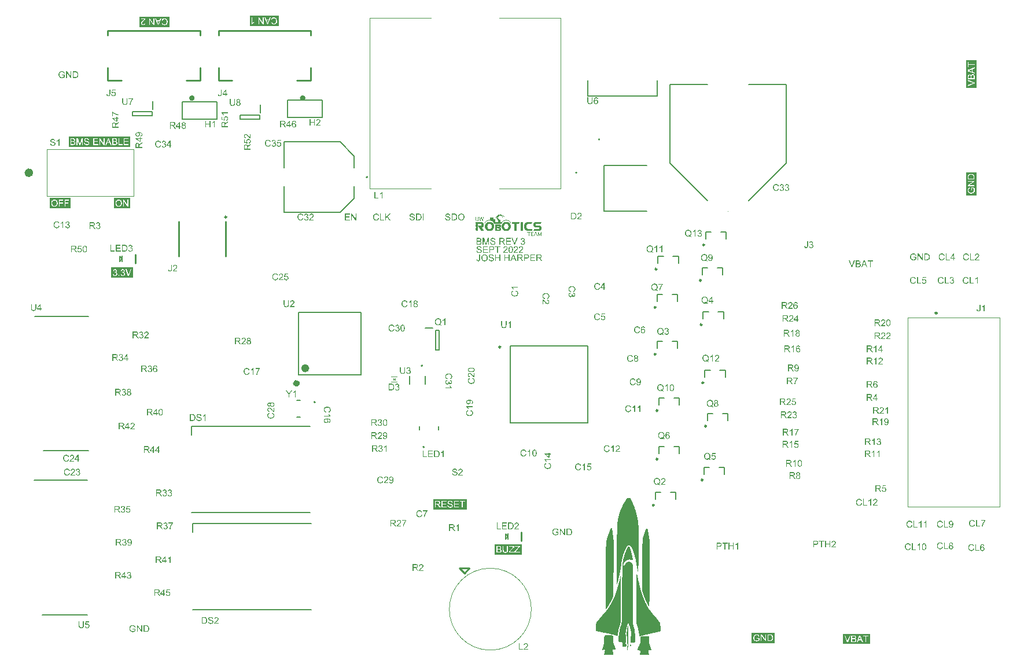
<source format=gbr>
G04*
G04 #@! TF.GenerationSoftware,Altium Limited,Altium Designer,22.4.2 (48)*
G04*
G04 Layer_Color=65535*
%FSLAX25Y25*%
%MOIN*%
G70*
G04*
G04 #@! TF.SameCoordinates,D9C1796D-00DA-4533-86C4-8477C41658A7*
G04*
G04*
G04 #@! TF.FilePolarity,Positive*
G04*
G01*
G75*
%ADD10C,0.00197*%
%ADD11C,0.00787*%
%ADD12C,0.01575*%
%ADD13C,0.02756*%
%ADD14C,0.02362*%
%ADD15C,0.02953*%
%ADD16C,0.00984*%
%ADD17C,0.01000*%
%ADD18C,0.00394*%
%ADD19C,0.00500*%
%ADD20C,0.00600*%
%ADD21C,0.00295*%
G36*
X379828Y380781D02*
X379854D01*
Y380755D01*
X379932D01*
Y380729D01*
X379959D01*
Y380703D01*
X380037D01*
Y380677D01*
X380063D01*
Y380650D01*
X380090D01*
Y380624D01*
X380116D01*
Y380598D01*
X380194D01*
Y380572D01*
X380221D01*
Y380546D01*
X380299D01*
Y380519D01*
X380325D01*
Y380493D01*
X380404D01*
Y380467D01*
X380430D01*
Y380441D01*
X380509D01*
Y380415D01*
X380535D01*
Y380388D01*
X380614D01*
Y380362D01*
X380640D01*
Y380336D01*
X380666D01*
Y380310D01*
X380692D01*
Y380284D01*
X380718D01*
Y380310D01*
X380745D01*
Y380284D01*
X380771D01*
Y380257D01*
X380797D01*
Y380231D01*
X380876D01*
Y380205D01*
X380902D01*
Y380179D01*
X380980D01*
Y380153D01*
X381007D01*
Y380126D01*
X381085D01*
Y380100D01*
X381111D01*
Y380074D01*
X381190D01*
Y380048D01*
X381216D01*
Y380022D01*
X381269D01*
Y379995D01*
Y379969D01*
X381295D01*
Y379995D01*
X381321D01*
Y379969D01*
X381347D01*
Y379943D01*
X381373D01*
Y379969D01*
X381400D01*
Y379943D01*
X381426D01*
Y379917D01*
X381452D01*
Y379891D01*
X381478D01*
Y379864D01*
X381557D01*
Y379838D01*
X381583D01*
Y379812D01*
X381662D01*
Y379786D01*
X381688D01*
Y379760D01*
X381766D01*
Y379733D01*
X381740D01*
Y379707D01*
X381766D01*
Y379681D01*
X381793D01*
Y379707D01*
X381976D01*
Y379733D01*
X382002D01*
Y379707D01*
X382028D01*
Y379733D01*
X382055D01*
Y379707D01*
X382081D01*
Y379733D01*
X382107D01*
Y379707D01*
X382133D01*
Y379733D01*
X382159D01*
Y379707D01*
X382186D01*
Y379733D01*
X382212D01*
Y379760D01*
X382238D01*
Y379733D01*
X382264D01*
Y379760D01*
X382290D01*
Y379733D01*
X382317D01*
Y379707D01*
X382343D01*
Y379681D01*
X382369D01*
Y379655D01*
Y379629D01*
Y379602D01*
X382395D01*
Y379576D01*
Y379550D01*
Y379524D01*
X382421D01*
Y379498D01*
X382448D01*
Y379471D01*
X382421D01*
Y379445D01*
X382448D01*
Y379419D01*
X382474D01*
Y379393D01*
X382500D01*
Y379367D01*
X382474D01*
Y379340D01*
X382500D01*
Y379314D01*
X382526D01*
Y379288D01*
Y379262D01*
Y379236D01*
X382552D01*
Y379209D01*
X382579D01*
Y379183D01*
X382552D01*
Y379157D01*
X382579D01*
Y379131D01*
X382605D01*
Y379105D01*
X382579D01*
Y379078D01*
X382605D01*
Y379052D01*
X382631D01*
Y379026D01*
X382657D01*
Y379000D01*
X382631D01*
Y378974D01*
X382657D01*
Y378947D01*
X382631D01*
Y378974D01*
X382605D01*
Y379000D01*
X382579D01*
Y379026D01*
Y379052D01*
X382526D01*
Y379078D01*
Y379105D01*
X382500D01*
Y379131D01*
Y379157D01*
X382474D01*
Y379183D01*
X382448D01*
Y379209D01*
X382421D01*
Y379236D01*
X382395D01*
Y379262D01*
X382369D01*
Y379288D01*
X382343D01*
Y379314D01*
X382317D01*
Y379340D01*
X382290D01*
Y379367D01*
X382264D01*
Y379393D01*
X382290D01*
Y379419D01*
X382212D01*
Y379445D01*
X382238D01*
Y379471D01*
X382107D01*
Y379445D01*
X382081D01*
Y379419D01*
X382002D01*
Y379393D01*
X381976D01*
Y379419D01*
X381950D01*
Y379393D01*
X381924D01*
Y379367D01*
X381845D01*
Y379340D01*
X381819D01*
Y379314D01*
X381740D01*
Y379288D01*
Y379262D01*
Y379236D01*
Y379209D01*
Y379183D01*
X381714D01*
Y379157D01*
Y379131D01*
Y379105D01*
Y379078D01*
Y379052D01*
X381688D01*
Y379026D01*
X381714D01*
Y379000D01*
X381688D01*
Y378974D01*
X381714D01*
Y378947D01*
X381688D01*
Y378921D01*
X381714D01*
Y378895D01*
X381688D01*
Y378869D01*
Y378843D01*
Y378816D01*
X381819D01*
Y378790D01*
X381897D01*
Y378764D01*
X381976D01*
Y378738D01*
X382002D01*
Y378764D01*
X382028D01*
Y378738D01*
X382055D01*
Y378712D01*
X382081D01*
Y378738D01*
X382107D01*
Y378712D01*
X382186D01*
Y378685D01*
X382212D01*
Y378712D01*
X382238D01*
Y378685D01*
X382264D01*
Y378659D01*
X382343D01*
Y378633D01*
X381793D01*
Y378659D01*
X381766D01*
Y378633D01*
X381740D01*
Y378659D01*
X381714D01*
Y378633D01*
X381688D01*
Y378659D01*
X381662D01*
Y378633D01*
X381635D01*
Y378659D01*
X381609D01*
Y378633D01*
X381583D01*
Y378659D01*
X381557D01*
Y378633D01*
X381531D01*
Y378659D01*
X381504D01*
Y378633D01*
X381478D01*
Y378659D01*
X381452D01*
Y378685D01*
X381426D01*
Y378712D01*
Y378738D01*
X381400D01*
Y378764D01*
Y378790D01*
X381373D01*
Y378816D01*
X381400D01*
Y378843D01*
X381373D01*
Y378869D01*
X381347D01*
Y378895D01*
X381321D01*
Y378921D01*
X381347D01*
Y378947D01*
X381321D01*
Y378974D01*
X381295D01*
Y379000D01*
X381269D01*
Y379026D01*
X381295D01*
Y379052D01*
X381269D01*
Y379078D01*
Y379105D01*
X381242D01*
Y379131D01*
Y379157D01*
X381164D01*
Y379183D01*
X381138D01*
Y379209D01*
X381059D01*
Y379236D01*
X381033D01*
Y379262D01*
X380954D01*
Y379288D01*
X380928D01*
Y379314D01*
X380849D01*
Y379340D01*
X380823D01*
Y379367D01*
X380797D01*
Y379393D01*
X380745D01*
Y379419D01*
X380692D01*
Y379445D01*
X380666D01*
Y379471D01*
X380587D01*
Y379498D01*
X380561D01*
Y379524D01*
X380483D01*
Y379550D01*
X380456D01*
Y379576D01*
X380378D01*
Y379602D01*
X380352D01*
Y379629D01*
X380325D01*
Y379655D01*
X380299D01*
Y379681D01*
X380221D01*
Y379707D01*
X380194D01*
Y379733D01*
X380116D01*
Y379760D01*
X380090D01*
Y379786D01*
X380011D01*
Y379812D01*
X379985D01*
Y379838D01*
X379906D01*
Y379864D01*
X379880D01*
Y379891D01*
X379801D01*
Y379864D01*
X379828D01*
Y379838D01*
X379775D01*
Y379812D01*
Y379786D01*
X379749D01*
Y379760D01*
X379723D01*
Y379733D01*
X379697D01*
Y379707D01*
X379670D01*
Y379681D01*
X379644D01*
Y379655D01*
Y379629D01*
X379618D01*
Y379602D01*
X379592D01*
Y379576D01*
X379566D01*
Y379550D01*
Y379524D01*
X379539D01*
Y379498D01*
X379513D01*
Y379471D01*
X379487D01*
Y379445D01*
X379461D01*
Y379419D01*
X379435D01*
Y379393D01*
X379408D01*
Y379367D01*
X379382D01*
Y379340D01*
X379356D01*
Y379314D01*
X379330D01*
Y379288D01*
X379304D01*
Y379262D01*
X379277D01*
Y379236D01*
X379251D01*
Y379209D01*
X379225D01*
Y379183D01*
Y379157D01*
X379173D01*
Y379131D01*
X379199D01*
Y379105D01*
X379120D01*
Y379078D01*
X379146D01*
Y379052D01*
X379094D01*
Y379026D01*
Y379000D01*
X379068D01*
Y378974D01*
X379042D01*
Y378947D01*
X379015D01*
Y378921D01*
X378989D01*
Y378895D01*
X378963D01*
Y378869D01*
Y378843D01*
X378937D01*
Y378816D01*
Y378790D01*
X378911D01*
Y378764D01*
X378884D01*
Y378738D01*
X378858D01*
Y378712D01*
X378832D01*
Y378685D01*
X378806D01*
Y378659D01*
X378780D01*
Y378633D01*
X378753D01*
Y378607D01*
X378780D01*
Y378581D01*
X378806D01*
Y378554D01*
X378832D01*
Y378528D01*
X378858D01*
Y378502D01*
X378884D01*
Y378476D01*
X378911D01*
Y378450D01*
X378937D01*
Y378423D01*
Y378397D01*
X378989D01*
Y378371D01*
X378963D01*
Y378345D01*
X378989D01*
Y378319D01*
X379015D01*
Y378292D01*
X379042D01*
Y378266D01*
X379068D01*
Y378240D01*
X379094D01*
Y378214D01*
X379120D01*
Y378188D01*
X379146D01*
Y378161D01*
X379173D01*
Y378135D01*
X379199D01*
Y378109D01*
X379173D01*
Y378083D01*
X379225D01*
Y378057D01*
Y378030D01*
X379251D01*
Y378004D01*
X379277D01*
Y377978D01*
X379304D01*
Y377952D01*
X379330D01*
Y377926D01*
X379356D01*
Y377899D01*
X379382D01*
Y377873D01*
X379408D01*
Y377847D01*
Y377821D01*
X379461D01*
Y377795D01*
X379435D01*
Y377768D01*
X379461D01*
Y377742D01*
X379487D01*
Y377716D01*
X379513D01*
Y377690D01*
X379539D01*
Y377664D01*
X379566D01*
Y377637D01*
X379592D01*
Y377611D01*
X379618D01*
Y377585D01*
X379592D01*
Y377559D01*
X379670D01*
Y377533D01*
Y377506D01*
X379697D01*
Y377480D01*
Y377454D01*
X379723D01*
Y377480D01*
X379749D01*
Y377454D01*
X379775D01*
Y377480D01*
X379801D01*
Y377454D01*
X379828D01*
Y377480D01*
X379854D01*
Y377454D01*
X379880D01*
Y377480D01*
X379906D01*
Y377454D01*
X379932D01*
Y377480D01*
X379959D01*
Y377454D01*
X379985D01*
Y377480D01*
X380011D01*
Y377454D01*
X380037D01*
Y377480D01*
X380063D01*
Y377454D01*
X380090D01*
Y377428D01*
X380116D01*
Y377402D01*
Y377375D01*
Y377349D01*
X380142D01*
Y377323D01*
Y377297D01*
Y377271D01*
Y377244D01*
X380168D01*
Y377218D01*
Y377192D01*
X380194D01*
Y377166D01*
X380168D01*
Y377140D01*
X380194D01*
Y377113D01*
X380168D01*
Y377087D01*
X380194D01*
Y377061D01*
X380221D01*
Y377035D01*
Y377009D01*
Y376982D01*
X380247D01*
Y376956D01*
X380221D01*
Y376930D01*
X380247D01*
Y376904D01*
Y376878D01*
Y376851D01*
X380273D01*
Y376825D01*
Y376799D01*
Y376773D01*
X380299D01*
Y376747D01*
X380273D01*
Y376720D01*
X380299D01*
Y376694D01*
Y376668D01*
Y376642D01*
X380325D01*
Y376616D01*
X380352D01*
Y376589D01*
X380325D01*
Y376563D01*
X380352D01*
Y376537D01*
X380325D01*
Y376511D01*
X380352D01*
Y376485D01*
Y376458D01*
Y376432D01*
X380378D01*
Y376406D01*
Y376380D01*
Y376354D01*
X380404D01*
Y376327D01*
X380378D01*
Y376301D01*
X380404D01*
Y376275D01*
Y376249D01*
Y376223D01*
X380430D01*
Y376196D01*
X380456D01*
Y376170D01*
X380430D01*
Y376144D01*
X380456D01*
Y376118D01*
X380430D01*
Y376092D01*
X380456D01*
Y376065D01*
X380483D01*
Y376039D01*
X380456D01*
Y376013D01*
X380483D01*
Y375987D01*
X380509D01*
Y375961D01*
X380535D01*
Y375987D01*
X380561D01*
Y375961D01*
X380587D01*
Y375987D01*
X380614D01*
Y375961D01*
X380640D01*
Y375987D01*
X380666D01*
Y375961D01*
X380692D01*
Y375987D01*
X380718D01*
Y375961D01*
X380745D01*
Y375987D01*
X380771D01*
Y375961D01*
X380797D01*
Y375987D01*
X380823D01*
Y375961D01*
X380849D01*
Y375987D01*
X380876D01*
Y375961D01*
X380902D01*
Y375987D01*
X380928D01*
Y375961D01*
X380954D01*
Y375987D01*
X380980D01*
Y375961D01*
X381059D01*
Y375987D01*
X381085D01*
Y375961D01*
X381111D01*
Y375987D01*
X381138D01*
Y376013D01*
X381164D01*
Y376039D01*
X381190D01*
Y376065D01*
X381164D01*
Y376092D01*
X381216D01*
Y376118D01*
Y376144D01*
X381242D01*
Y376170D01*
X381269D01*
Y376196D01*
X381295D01*
Y376223D01*
X381321D01*
Y376249D01*
X381347D01*
Y376275D01*
X381373D01*
Y376301D01*
X381400D01*
Y376327D01*
X381426D01*
Y376354D01*
X381452D01*
Y376380D01*
Y376406D01*
X381504D01*
Y376432D01*
Y376458D01*
X381557D01*
Y376485D01*
Y376511D01*
X381609D01*
Y376537D01*
X381635D01*
Y376563D01*
X381662D01*
Y376589D01*
X381688D01*
Y376616D01*
X381714D01*
Y376642D01*
X381740D01*
Y376668D01*
X381766D01*
Y376694D01*
X381793D01*
Y376720D01*
X381871D01*
Y376747D01*
X381897D01*
Y376773D01*
X381924D01*
Y376799D01*
X381950D01*
Y376825D01*
X382028D01*
Y376851D01*
X382055D01*
Y376878D01*
X382133D01*
Y376904D01*
X382159D01*
Y376930D01*
X382238D01*
Y376956D01*
X382264D01*
Y376982D01*
X382343D01*
Y377009D01*
X382369D01*
Y377035D01*
X382448D01*
Y377061D01*
X382474D01*
Y377087D01*
X382500D01*
Y377061D01*
X382526D01*
Y377087D01*
X382552D01*
Y377113D01*
X382579D01*
Y377087D01*
X382605D01*
Y377113D01*
X382631D01*
Y377140D01*
X382657D01*
Y377113D01*
X382683D01*
Y377140D01*
X382762D01*
Y377166D01*
X382788D01*
Y377140D01*
X382814D01*
Y377166D01*
X382841D01*
Y377192D01*
X382867D01*
Y377166D01*
X382893D01*
Y377192D01*
X382972D01*
Y377218D01*
X382998D01*
Y377192D01*
X383024D01*
Y377218D01*
X383050D01*
Y377244D01*
X383076D01*
Y377218D01*
X383103D01*
Y377244D01*
X383129D01*
Y377218D01*
X383155D01*
Y377244D01*
X383443D01*
Y377271D01*
X383469D01*
Y377244D01*
X383548D01*
Y377271D01*
X383574D01*
Y377244D01*
X383600D01*
Y377271D01*
X383627D01*
Y377244D01*
X383653D01*
Y377271D01*
X383679D01*
Y377244D01*
X383705D01*
Y377271D01*
X383731D01*
Y377244D01*
X383758D01*
Y377271D01*
X383784D01*
Y377244D01*
X383862D01*
Y377271D01*
X383889D01*
Y377244D01*
X384124D01*
Y377218D01*
X384151D01*
Y377244D01*
X384177D01*
Y377218D01*
X384203D01*
Y377244D01*
X384229D01*
Y377218D01*
X384255D01*
Y377192D01*
X384282D01*
Y377218D01*
X384308D01*
Y377192D01*
X384439D01*
Y377166D01*
X384465D01*
Y377140D01*
X384491D01*
Y377166D01*
X384517D01*
Y377140D01*
X384596D01*
Y377113D01*
X384622D01*
Y377140D01*
X384648D01*
Y377113D01*
X384675D01*
Y377087D01*
X384701D01*
Y377113D01*
X384727D01*
Y377087D01*
X384806D01*
Y377061D01*
X384832D01*
Y377035D01*
X384910D01*
Y377009D01*
X384937D01*
Y377035D01*
X384963D01*
Y377009D01*
X384989D01*
Y376982D01*
X385068D01*
Y376956D01*
X385094D01*
Y376930D01*
X385172D01*
Y376904D01*
X385199D01*
Y376878D01*
X385251D01*
Y376851D01*
Y376825D01*
X385277D01*
Y376851D01*
X385303D01*
Y376825D01*
X385330D01*
Y376799D01*
X385356D01*
Y376773D01*
X385434D01*
Y376747D01*
X385461D01*
Y376720D01*
X385487D01*
Y376694D01*
X385513D01*
Y376668D01*
X385565D01*
Y376642D01*
Y376616D01*
X385644D01*
Y376589D01*
X385670D01*
Y376563D01*
X385696D01*
Y376537D01*
X385723D01*
Y376511D01*
X385749D01*
Y376485D01*
X385775D01*
Y376458D01*
X385801D01*
Y376432D01*
X385827D01*
Y376406D01*
X385854D01*
Y376380D01*
X385880D01*
Y376354D01*
X385906D01*
Y376327D01*
X385932D01*
Y376301D01*
X385958D01*
Y376275D01*
X385985D01*
Y376249D01*
X386011D01*
Y376223D01*
Y376196D01*
X386063D01*
Y376170D01*
Y376144D01*
X386089D01*
Y376118D01*
Y376092D01*
X386116D01*
Y376065D01*
X386142D01*
Y376039D01*
X386168D01*
Y376013D01*
X386194D01*
Y375987D01*
X386220D01*
Y375961D01*
Y375934D01*
Y375908D01*
X386247D01*
Y375882D01*
X386273D01*
Y375856D01*
X386299D01*
Y375830D01*
Y375803D01*
Y375777D01*
X386325D01*
Y375751D01*
X386351D01*
Y375725D01*
X386378D01*
Y375699D01*
X386351D01*
Y375672D01*
X386378D01*
Y375646D01*
X386404D01*
Y375620D01*
X386430D01*
Y375594D01*
X386404D01*
Y375568D01*
X386430D01*
Y375541D01*
X386456D01*
Y375515D01*
X386482D01*
Y375489D01*
X386456D01*
Y375463D01*
X386482D01*
Y375437D01*
X386509D01*
Y375410D01*
Y375384D01*
Y375358D01*
X386535D01*
Y375332D01*
Y375306D01*
Y375279D01*
X386561D01*
Y375253D01*
X386535D01*
Y375227D01*
X386456D01*
Y375201D01*
X386378D01*
Y375175D01*
X386351D01*
Y375201D01*
X386325D01*
Y375175D01*
X386247D01*
Y375201D01*
Y375227D01*
Y375253D01*
X386220D01*
Y375279D01*
X386194D01*
Y375306D01*
X386220D01*
Y375332D01*
X386194D01*
Y375358D01*
X386168D01*
Y375384D01*
X386142D01*
Y375410D01*
X386168D01*
Y375437D01*
X386142D01*
Y375463D01*
Y375489D01*
X386116D01*
Y375515D01*
Y375541D01*
X386089D01*
Y375568D01*
X386063D01*
Y375594D01*
X386037D01*
Y375620D01*
X386063D01*
Y375646D01*
X386037D01*
Y375672D01*
X386011D01*
Y375699D01*
X385985D01*
Y375725D01*
Y375751D01*
X385958D01*
Y375777D01*
Y375803D01*
X385932D01*
Y375830D01*
X385906D01*
Y375856D01*
X385880D01*
Y375882D01*
X385854D01*
Y375908D01*
X385827D01*
Y375934D01*
X385854D01*
Y375961D01*
X385801D01*
Y375987D01*
Y376013D01*
X385775D01*
Y376039D01*
X385749D01*
Y376065D01*
X385723D01*
Y376092D01*
X385696D01*
Y376118D01*
X385670D01*
Y376144D01*
X385644D01*
Y376170D01*
X385618D01*
Y376196D01*
X385592D01*
Y376223D01*
X385565D01*
Y376249D01*
X385539D01*
Y376275D01*
X385513D01*
Y376301D01*
X385487D01*
Y376327D01*
X385461D01*
Y376354D01*
X385434D01*
Y376380D01*
X385356D01*
Y376406D01*
X385330D01*
Y376432D01*
X385303D01*
Y376458D01*
X385277D01*
Y376485D01*
X385251D01*
Y376511D01*
X385225D01*
Y376537D01*
X385146D01*
Y376563D01*
X385120D01*
Y376589D01*
X385041D01*
Y376616D01*
X385015D01*
Y376642D01*
X384989D01*
Y376668D01*
X384910D01*
Y376694D01*
X384832D01*
Y376720D01*
X384806D01*
Y376747D01*
X384727D01*
Y376773D01*
X384701D01*
Y376799D01*
X384675D01*
Y376773D01*
X384648D01*
Y376799D01*
X384570D01*
Y376825D01*
X384544D01*
Y376851D01*
X384517D01*
Y376825D01*
X384544D01*
Y376799D01*
X384517D01*
Y376825D01*
X384491D01*
Y376851D01*
X384413D01*
Y376878D01*
X384386D01*
Y376851D01*
X384360D01*
Y376878D01*
X384282D01*
Y376904D01*
X384255D01*
Y376878D01*
X384229D01*
Y376904D01*
X384098D01*
Y376930D01*
X384072D01*
Y376904D01*
X384046D01*
Y376930D01*
X384020D01*
Y376904D01*
X383993D01*
Y376930D01*
X383967D01*
Y376956D01*
X383941D01*
Y376930D01*
X383915D01*
Y376956D01*
X383889D01*
Y376930D01*
X383862D01*
Y376956D01*
X383836D01*
Y376930D01*
X383810D01*
Y376956D01*
X383784D01*
Y376930D01*
X383758D01*
Y376956D01*
X383731D01*
Y376930D01*
X383705D01*
Y376956D01*
X383679D01*
Y376930D01*
X383653D01*
Y376956D01*
X383574D01*
Y376930D01*
X383548D01*
Y376956D01*
X383522D01*
Y376930D01*
X383496D01*
Y376956D01*
X383469D01*
Y376930D01*
X383443D01*
Y376956D01*
X383417D01*
Y376930D01*
X383391D01*
Y376956D01*
X383365D01*
Y376930D01*
X383286D01*
Y376904D01*
X383260D01*
Y376930D01*
X383234D01*
Y376904D01*
X382998D01*
Y376878D01*
X382919D01*
Y376851D01*
X382893D01*
Y376878D01*
X382867D01*
Y376851D01*
X382788D01*
Y376825D01*
X382762D01*
Y376799D01*
X382736D01*
Y376825D01*
X382710D01*
Y376799D01*
X382631D01*
Y376773D01*
X382605D01*
Y376747D01*
X382579D01*
Y376773D01*
X382552D01*
Y376747D01*
X382474D01*
Y376720D01*
X382448D01*
Y376694D01*
X382369D01*
Y376668D01*
X382343D01*
Y376642D01*
X382264D01*
Y376616D01*
X382238D01*
Y376589D01*
X382159D01*
Y376563D01*
X382133D01*
Y376537D01*
X382107D01*
Y376511D01*
X382081D01*
Y376485D01*
X382002D01*
Y376458D01*
Y376432D01*
X381950D01*
Y376406D01*
X381924D01*
Y376380D01*
X381897D01*
Y376354D01*
X381871D01*
Y376327D01*
X381793D01*
Y376301D01*
X381819D01*
Y376275D01*
X381740D01*
Y376249D01*
X381766D01*
Y376223D01*
X381688D01*
Y376196D01*
X381714D01*
Y376170D01*
X381635D01*
Y376144D01*
X381662D01*
Y376118D01*
X381583D01*
Y376092D01*
X381609D01*
Y376065D01*
X381583D01*
Y376039D01*
X381557D01*
Y376013D01*
X381531D01*
Y375987D01*
X381504D01*
Y375961D01*
X381478D01*
Y375934D01*
X381452D01*
Y375908D01*
X381426D01*
Y375882D01*
Y375856D01*
Y375830D01*
X381400D01*
Y375803D01*
X381373D01*
Y375777D01*
X381347D01*
Y375751D01*
X381321D01*
Y375725D01*
Y375699D01*
X381295D01*
Y375672D01*
Y375646D01*
X381269D01*
Y375620D01*
Y375594D01*
X381242D01*
Y375568D01*
Y375541D01*
X381216D01*
Y375515D01*
X381190D01*
Y375489D01*
X381164D01*
Y375463D01*
X381190D01*
Y375437D01*
X381164D01*
Y375410D01*
Y375384D01*
X381138D01*
Y375358D01*
Y375332D01*
X381111D01*
Y375306D01*
Y375279D01*
Y375253D01*
X381085D01*
Y375227D01*
Y375201D01*
Y375175D01*
X381059D01*
Y375148D01*
X381033D01*
Y375175D01*
X381007D01*
Y375148D01*
X380980D01*
Y375175D01*
X380954D01*
Y375148D01*
X380928D01*
Y375175D01*
X380902D01*
Y375148D01*
X380876D01*
Y375175D01*
X380849D01*
Y375148D01*
X380823D01*
Y375175D01*
X380797D01*
Y375148D01*
X380771D01*
Y375175D01*
X380745D01*
Y375148D01*
X380718D01*
Y375175D01*
X380692D01*
Y375148D01*
X380666D01*
Y375175D01*
X380640D01*
Y375148D01*
X380614D01*
Y375175D01*
X380587D01*
Y375148D01*
X380561D01*
Y375175D01*
X380535D01*
Y375148D01*
X380509D01*
Y375175D01*
X380483D01*
Y375148D01*
X380456D01*
Y375175D01*
X380430D01*
Y375148D01*
X380404D01*
Y375175D01*
X380378D01*
Y375148D01*
X380352D01*
Y375175D01*
X380325D01*
Y375148D01*
X380299D01*
Y375175D01*
X380273D01*
Y375148D01*
X380247D01*
Y375175D01*
X380221D01*
Y375148D01*
X380194D01*
Y375175D01*
X380168D01*
Y375148D01*
X380142D01*
Y375175D01*
X380116D01*
Y375148D01*
X380090D01*
Y375175D01*
X380063D01*
Y375148D01*
X380037D01*
Y375175D01*
X380011D01*
Y375148D01*
X379985D01*
Y375175D01*
X379959D01*
Y375148D01*
X379932D01*
Y375175D01*
X379906D01*
Y375148D01*
X379880D01*
Y375175D01*
X379854D01*
Y375148D01*
X379828D01*
Y375175D01*
X379801D01*
Y375148D01*
X379775D01*
Y375175D01*
X379749D01*
Y375148D01*
X379723D01*
Y375175D01*
X379697D01*
Y375148D01*
X379670D01*
Y375175D01*
X379644D01*
Y375148D01*
X379618D01*
Y375175D01*
X379592D01*
Y375148D01*
X379566D01*
Y375175D01*
X379539D01*
Y375148D01*
X379513D01*
Y375175D01*
X379487D01*
Y375148D01*
X379461D01*
Y375175D01*
X379435D01*
Y375148D01*
X379408D01*
Y375175D01*
X379382D01*
Y375148D01*
X379356D01*
Y375175D01*
X379330D01*
Y375148D01*
X379304D01*
Y375175D01*
X379277D01*
Y375148D01*
X379251D01*
Y375175D01*
X379225D01*
Y375148D01*
X379199D01*
Y375175D01*
X379173D01*
Y375148D01*
X379146D01*
Y375175D01*
X379120D01*
Y375148D01*
X379094D01*
Y375175D01*
X379068D01*
Y375148D01*
X379042D01*
Y375175D01*
X379015D01*
Y375148D01*
X378989D01*
Y375175D01*
X378963D01*
Y375148D01*
X378937D01*
Y375175D01*
X378858D01*
Y375148D01*
X378832D01*
Y375175D01*
X378806D01*
Y375148D01*
X378780D01*
Y375175D01*
X378753D01*
Y375148D01*
X378727D01*
Y375175D01*
X378649D01*
Y375148D01*
X378622D01*
Y375175D01*
X378596D01*
Y375148D01*
X378570D01*
Y375175D01*
X378544D01*
Y375148D01*
X378518D01*
Y375175D01*
X378439D01*
Y375148D01*
X378413D01*
Y375175D01*
X378229D01*
Y375148D01*
X378203D01*
Y375175D01*
X378020D01*
Y375148D01*
X377994D01*
Y375175D01*
X376553D01*
Y375201D01*
X376526D01*
Y375227D01*
Y375253D01*
Y375279D01*
X376500D01*
Y375306D01*
X376526D01*
Y375332D01*
X376500D01*
Y375358D01*
X376474D01*
Y375384D01*
X376448D01*
Y375410D01*
X376474D01*
Y375437D01*
X376448D01*
Y375463D01*
X376422D01*
Y375489D01*
X376395D01*
Y375515D01*
X376422D01*
Y375541D01*
X376395D01*
Y375568D01*
X376369D01*
Y375594D01*
X376343D01*
Y375620D01*
Y375646D01*
Y375672D01*
X376317D01*
Y375699D01*
X376291D01*
Y375725D01*
X376264D01*
Y375751D01*
X376238D01*
Y375777D01*
X376264D01*
Y375803D01*
X376238D01*
Y375830D01*
X376212D01*
Y375856D01*
X376186D01*
Y375882D01*
X376160D01*
Y375908D01*
X376133D01*
Y375934D01*
Y375961D01*
X376107D01*
Y375987D01*
Y376013D01*
X376081D01*
Y376039D01*
X376055D01*
Y376065D01*
X376029D01*
Y376092D01*
X376002D01*
Y376118D01*
X375976D01*
Y376144D01*
X375950D01*
Y376170D01*
X375924D01*
Y376196D01*
X375898D01*
Y376223D01*
X375871D01*
Y376249D01*
X375845D01*
Y376275D01*
X375819D01*
Y376301D01*
X375793D01*
Y376327D01*
X375767D01*
Y376354D01*
X375740D01*
Y376380D01*
X375688D01*
Y376406D01*
X375662D01*
Y376432D01*
X375609D01*
Y376458D01*
X375583D01*
Y376485D01*
X375557D01*
Y376511D01*
X375531D01*
Y376537D01*
X375452D01*
Y376563D01*
X375426D01*
Y376589D01*
X375400D01*
Y376616D01*
X375321D01*
Y376642D01*
X375295D01*
Y376668D01*
X375269D01*
Y376694D01*
X375243D01*
Y376668D01*
X375269D01*
Y376642D01*
X375243D01*
Y376668D01*
X375216D01*
Y376694D01*
X375190D01*
Y376720D01*
X375112D01*
Y376747D01*
X375033D01*
Y376773D01*
X375007D01*
Y376799D01*
X374876D01*
Y376825D01*
X374850D01*
Y376851D01*
X374823D01*
Y376825D01*
X374797D01*
Y376851D01*
X374719D01*
Y376878D01*
X374640D01*
Y376904D01*
X374614D01*
Y376878D01*
X374588D01*
Y376904D01*
X374457D01*
Y376930D01*
X374430D01*
Y376904D01*
X374404D01*
Y376930D01*
X374378D01*
Y376956D01*
X374352D01*
Y376930D01*
X374378D01*
Y376904D01*
X374352D01*
Y376930D01*
X374326D01*
Y376956D01*
X374299D01*
Y376930D01*
X374273D01*
Y376956D01*
X374247D01*
Y376930D01*
X374221D01*
Y376956D01*
X373723D01*
Y376930D01*
X373697D01*
Y376956D01*
X373671D01*
Y376930D01*
X373644D01*
Y376956D01*
X373618D01*
Y376930D01*
X373592D01*
Y376956D01*
X373566D01*
Y376930D01*
X373540D01*
Y376956D01*
X373513D01*
Y376930D01*
X373540D01*
Y376904D01*
X373513D01*
Y376930D01*
X373487D01*
Y376904D01*
X373461D01*
Y376930D01*
X373435D01*
Y376904D01*
X373251D01*
Y376878D01*
X373173D01*
Y376851D01*
X373094D01*
Y376825D01*
X373068D01*
Y376851D01*
X373042D01*
Y376825D01*
X373016D01*
Y376799D01*
X372989D01*
Y376825D01*
X372963D01*
Y376799D01*
X372937D01*
Y376773D01*
X372911D01*
Y376799D01*
X372885D01*
Y376773D01*
X372858D01*
Y376747D01*
X372780D01*
Y376720D01*
X372754D01*
Y376694D01*
X372727D01*
Y376720D01*
X372701D01*
Y376694D01*
X372675D01*
Y376668D01*
X372649D01*
Y376694D01*
X372623D01*
Y376668D01*
X372649D01*
Y376642D01*
X372623D01*
Y376668D01*
X372596D01*
Y376642D01*
X372570D01*
Y376616D01*
X372518D01*
Y376589D01*
X372465D01*
Y376563D01*
X372439D01*
Y376537D01*
X372361D01*
Y376511D01*
X372334D01*
Y376485D01*
X372308D01*
Y376458D01*
X372282D01*
Y376432D01*
X372256D01*
Y376406D01*
X372230D01*
Y376380D01*
X372151D01*
Y376354D01*
X372125D01*
Y376327D01*
X372099D01*
Y376301D01*
X372072D01*
Y376275D01*
X372046D01*
Y376249D01*
X372020D01*
Y376223D01*
X371994D01*
Y376196D01*
X371968D01*
Y376170D01*
X371941D01*
Y376144D01*
X371915D01*
Y376118D01*
X371889D01*
Y376092D01*
Y376065D01*
X371837D01*
Y376039D01*
Y376013D01*
X371810D01*
Y375987D01*
Y375961D01*
X371784D01*
Y375934D01*
X371758D01*
Y375908D01*
X371732D01*
Y375882D01*
X371706D01*
Y375856D01*
X371679D01*
Y375830D01*
X371706D01*
Y375803D01*
X371653D01*
Y375777D01*
Y375751D01*
X371627D01*
Y375725D01*
X371601D01*
Y375699D01*
X371575D01*
Y375672D01*
X371601D01*
Y375646D01*
X371575D01*
Y375620D01*
X371548D01*
Y375594D01*
X371522D01*
Y375568D01*
X371548D01*
Y375541D01*
X371522D01*
Y375515D01*
X371496D01*
Y375489D01*
X371470D01*
Y375463D01*
Y375437D01*
Y375410D01*
X371444D01*
Y375384D01*
X371417D01*
Y375358D01*
X371444D01*
Y375332D01*
X371417D01*
Y375306D01*
X371391D01*
Y375279D01*
Y375253D01*
Y375227D01*
X371365D01*
Y375201D01*
X371391D01*
Y375175D01*
X371313D01*
Y375201D01*
X371286D01*
Y375175D01*
X371260D01*
Y375201D01*
X371234D01*
Y375227D01*
X371103D01*
Y375253D01*
X371077D01*
Y375279D01*
X371051D01*
Y375306D01*
X371077D01*
Y375332D01*
X371103D01*
Y375358D01*
X371129D01*
Y375384D01*
X371103D01*
Y375410D01*
X371129D01*
Y375437D01*
X371103D01*
Y375463D01*
X371129D01*
Y375489D01*
X371155D01*
Y375515D01*
X371182D01*
Y375541D01*
X371155D01*
Y375568D01*
X371182D01*
Y375594D01*
X371208D01*
Y375620D01*
Y375646D01*
Y375672D01*
X371234D01*
Y375699D01*
X371260D01*
Y375725D01*
X371286D01*
Y375751D01*
X371260D01*
Y375777D01*
X371286D01*
Y375803D01*
X371313D01*
Y375830D01*
X371339D01*
Y375856D01*
X371313D01*
Y375882D01*
X371365D01*
Y375908D01*
Y375934D01*
X371391D01*
Y375961D01*
X371417D01*
Y375987D01*
X371444D01*
Y376013D01*
Y376039D01*
Y376065D01*
X371470D01*
Y376092D01*
X371496D01*
Y376118D01*
X371522D01*
Y376144D01*
X371548D01*
Y376170D01*
Y376196D01*
X371601D01*
Y376223D01*
X371575D01*
Y376249D01*
X371627D01*
Y376275D01*
Y376301D01*
X371653D01*
Y376327D01*
X371679D01*
Y376354D01*
X371706D01*
Y376380D01*
X371732D01*
Y376406D01*
X371758D01*
Y376432D01*
X371784D01*
Y376458D01*
X371810D01*
Y376485D01*
X371837D01*
Y376511D01*
X371863D01*
Y376537D01*
X371889D01*
Y376563D01*
X371941D01*
Y376589D01*
Y376616D01*
X372020D01*
Y376642D01*
X372046D01*
Y376668D01*
X372072D01*
Y376694D01*
X372099D01*
Y376720D01*
X372125D01*
Y376747D01*
X372151D01*
Y376720D01*
X372177D01*
Y376747D01*
X372151D01*
Y376773D01*
X372230D01*
Y376799D01*
X372256D01*
Y376825D01*
X372282D01*
Y376851D01*
X372308D01*
Y376878D01*
X372387D01*
Y376904D01*
X372413D01*
Y376930D01*
X372492D01*
Y376956D01*
X372518D01*
Y376982D01*
X372596D01*
Y377009D01*
X372623D01*
Y377035D01*
X372649D01*
Y377009D01*
X372675D01*
Y377035D01*
X372701D01*
Y377061D01*
X372727D01*
Y377035D01*
X372754D01*
Y377061D01*
X372780D01*
Y377087D01*
X372858D01*
Y377113D01*
X372885D01*
Y377140D01*
X372911D01*
Y377113D01*
X372937D01*
Y377140D01*
X373016D01*
Y377166D01*
X373042D01*
Y377140D01*
X373068D01*
Y377166D01*
X373094D01*
Y377192D01*
X373120D01*
Y377166D01*
X373147D01*
Y377192D01*
X373225D01*
Y377218D01*
X373251D01*
Y377192D01*
X373278D01*
Y377218D01*
X373304D01*
Y377244D01*
X373330D01*
Y377218D01*
X373409D01*
Y377244D01*
X373592D01*
Y377271D01*
X373618D01*
Y377244D01*
X373644D01*
Y377271D01*
X373671D01*
Y377244D01*
X373697D01*
Y377271D01*
X373723D01*
Y377244D01*
X373749D01*
Y377271D01*
X373828D01*
Y377244D01*
X373854D01*
Y377271D01*
X373933D01*
Y377244D01*
X373959D01*
Y377271D01*
X374037D01*
Y377244D01*
X374064D01*
Y377271D01*
X374142D01*
Y377244D01*
X374168D01*
Y377271D01*
X374195D01*
Y377244D01*
X374221D01*
Y377271D01*
X374247D01*
Y377244D01*
X374326D01*
Y377271D01*
Y377297D01*
Y377323D01*
X374352D01*
Y377349D01*
X374326D01*
Y377375D01*
Y377402D01*
Y377428D01*
X374352D01*
Y377454D01*
X374326D01*
Y377480D01*
X374352D01*
Y377506D01*
Y377533D01*
Y377559D01*
Y377585D01*
Y377611D01*
Y377637D01*
Y377664D01*
Y377690D01*
Y377716D01*
Y377742D01*
Y377768D01*
X374378D01*
Y377795D01*
X374352D01*
Y377821D01*
Y377847D01*
Y377873D01*
Y377899D01*
Y377926D01*
Y377952D01*
Y377978D01*
X374378D01*
Y378004D01*
X374352D01*
Y378030D01*
X374378D01*
Y378057D01*
X374352D01*
Y378083D01*
X374378D01*
Y378109D01*
X374352D01*
Y378135D01*
X374378D01*
Y378161D01*
X374352D01*
Y378188D01*
X374378D01*
Y378214D01*
X374352D01*
Y378240D01*
X374378D01*
Y378266D01*
X374352D01*
Y378292D01*
X374378D01*
Y378319D01*
X374352D01*
Y378345D01*
X374378D01*
Y378371D01*
X374352D01*
Y378397D01*
X374378D01*
Y378423D01*
X374352D01*
Y378450D01*
X374378D01*
Y378476D01*
X374352D01*
Y378502D01*
X374378D01*
Y378528D01*
X374352D01*
Y378554D01*
X374378D01*
Y378581D01*
X374352D01*
Y378607D01*
X374378D01*
Y378633D01*
Y378659D01*
Y378685D01*
Y378712D01*
Y378738D01*
X374404D01*
Y378712D01*
X374430D01*
Y378738D01*
X374457D01*
Y378712D01*
X374483D01*
Y378738D01*
X374509D01*
Y378712D01*
X374535D01*
Y378738D01*
X374561D01*
Y378712D01*
X374588D01*
Y378738D01*
X374614D01*
Y378712D01*
X374640D01*
Y378738D01*
X374666D01*
Y378712D01*
X374692D01*
Y378738D01*
X374719D01*
Y378712D01*
X374745D01*
Y378738D01*
X374771D01*
Y378712D01*
X374797D01*
Y378738D01*
X374823D01*
Y378712D01*
X374850D01*
Y378738D01*
X374876D01*
Y378712D01*
X374902D01*
Y378738D01*
X374928D01*
Y378712D01*
X374954D01*
Y378738D01*
X374981D01*
Y378712D01*
X375007D01*
Y378738D01*
X375033D01*
Y378712D01*
X375059D01*
Y378738D01*
X375085D01*
Y378712D01*
X375112D01*
Y378738D01*
X375138D01*
Y378712D01*
X375164D01*
Y378738D01*
X375190D01*
Y378712D01*
X375216D01*
Y378738D01*
X375243D01*
Y378712D01*
X375269D01*
Y378738D01*
X375295D01*
Y378712D01*
X375321D01*
Y378738D01*
X375347D01*
Y378712D01*
X375374D01*
Y378738D01*
X375400D01*
Y378712D01*
X375426D01*
Y378738D01*
X375452D01*
Y378764D01*
X375478D01*
Y378738D01*
X375505D01*
Y378712D01*
X375531D01*
Y378738D01*
X375557D01*
Y378764D01*
X375583D01*
Y378738D01*
X375609D01*
Y378712D01*
X375636D01*
Y378738D01*
X375662D01*
Y378764D01*
X375688D01*
Y378738D01*
X375714D01*
Y378712D01*
X375740D01*
Y378738D01*
X375767D01*
Y378764D01*
X375793D01*
Y378738D01*
X375819D01*
Y378764D01*
X375845D01*
Y378738D01*
X375871D01*
Y378764D01*
X375898D01*
Y378738D01*
X375924D01*
Y378764D01*
X375950D01*
Y378738D01*
X375976D01*
Y378764D01*
X376002D01*
Y378738D01*
X376029D01*
Y378764D01*
X376055D01*
Y378738D01*
X376081D01*
Y378764D01*
X376107D01*
Y378738D01*
X376133D01*
Y378764D01*
X376160D01*
Y378738D01*
Y378712D01*
Y378685D01*
Y378659D01*
Y378633D01*
Y378607D01*
Y378581D01*
Y378554D01*
Y378528D01*
Y378502D01*
Y378476D01*
X376186D01*
Y378450D01*
X376160D01*
Y378423D01*
Y378397D01*
Y378371D01*
X376186D01*
Y378345D01*
X376160D01*
Y378319D01*
X376186D01*
Y378292D01*
Y378266D01*
Y378240D01*
X376160D01*
Y378214D01*
X376186D01*
Y378188D01*
Y378161D01*
Y378135D01*
Y378109D01*
Y378083D01*
Y378057D01*
Y378030D01*
Y378004D01*
Y377978D01*
Y377952D01*
Y377926D01*
Y377899D01*
Y377873D01*
Y377847D01*
Y377821D01*
Y377795D01*
Y377768D01*
Y377742D01*
Y377716D01*
Y377690D01*
Y377664D01*
X376212D01*
Y377637D01*
X376238D01*
Y377664D01*
X376264D01*
Y377637D01*
X376291D01*
Y377664D01*
X376317D01*
Y377637D01*
X376343D01*
Y377664D01*
X376369D01*
Y377637D01*
X376395D01*
Y377664D01*
X376422D01*
Y377637D01*
X376448D01*
Y377664D01*
X376474D01*
Y377637D01*
X376500D01*
Y377664D01*
X376526D01*
Y377637D01*
X376553D01*
Y377664D01*
X376579D01*
Y377637D01*
X376605D01*
Y377664D01*
X376631D01*
Y377637D01*
X376657D01*
Y377664D01*
X377208D01*
Y377637D01*
Y377611D01*
Y377585D01*
X377181D01*
Y377559D01*
X377208D01*
Y377533D01*
Y377506D01*
Y377480D01*
X377181D01*
Y377454D01*
X377208D01*
Y377428D01*
Y377402D01*
Y377375D01*
X377181D01*
Y377349D01*
X377208D01*
Y377323D01*
Y377297D01*
Y377271D01*
X377181D01*
Y377244D01*
X377208D01*
Y377218D01*
Y377192D01*
Y377166D01*
X377181D01*
Y377140D01*
X377208D01*
Y377113D01*
Y377087D01*
Y377061D01*
X377181D01*
Y377035D01*
X377208D01*
Y377009D01*
Y376982D01*
Y376956D01*
X377181D01*
Y376930D01*
X377208D01*
Y376904D01*
Y376878D01*
Y376851D01*
X377181D01*
Y376825D01*
X377208D01*
Y376799D01*
Y376773D01*
Y376747D01*
X377181D01*
Y376720D01*
X377208D01*
Y376694D01*
Y376668D01*
Y376642D01*
X377181D01*
Y376616D01*
X377208D01*
Y376589D01*
Y376563D01*
Y376537D01*
X377181D01*
Y376511D01*
X377208D01*
Y376485D01*
Y376458D01*
Y376432D01*
X377181D01*
Y376406D01*
X377208D01*
Y376380D01*
Y376354D01*
Y376327D01*
X377181D01*
Y376301D01*
X377208D01*
Y376275D01*
Y376249D01*
Y376223D01*
X377181D01*
Y376196D01*
X377208D01*
Y376170D01*
Y376144D01*
Y376118D01*
X377181D01*
Y376092D01*
X377208D01*
Y376065D01*
Y376039D01*
Y376013D01*
X377234D01*
Y375987D01*
X377260D01*
Y376013D01*
X377286D01*
Y375987D01*
X377312D01*
Y376013D01*
X377339D01*
Y375987D01*
X377365D01*
Y376013D01*
X377391D01*
Y375987D01*
X377417D01*
Y376013D01*
X377443D01*
Y375987D01*
X377470D01*
Y376013D01*
X377496D01*
Y375987D01*
X377574D01*
Y376013D01*
X377601D01*
Y375987D01*
X378806D01*
Y376013D01*
Y376039D01*
X378832D01*
Y376065D01*
X378806D01*
Y376092D01*
X378832D01*
Y376118D01*
Y376144D01*
Y376170D01*
X378858D01*
Y376196D01*
X378884D01*
Y376223D01*
X378858D01*
Y376249D01*
X378884D01*
Y376275D01*
X378858D01*
Y376301D01*
X378884D01*
Y376327D01*
X378911D01*
Y376354D01*
X378884D01*
Y376380D01*
X378911D01*
Y376406D01*
X378937D01*
Y376432D01*
X378911D01*
Y376458D01*
X378937D01*
Y376485D01*
Y376511D01*
Y376537D01*
X378963D01*
Y376563D01*
Y376589D01*
Y376616D01*
X378989D01*
Y376642D01*
X378963D01*
Y376668D01*
X378989D01*
Y376694D01*
Y376720D01*
X379015D01*
Y376747D01*
Y376773D01*
X379042D01*
Y376799D01*
X379015D01*
Y376825D01*
X379042D01*
Y376851D01*
X379015D01*
Y376878D01*
X379042D01*
Y376904D01*
X378963D01*
Y376930D01*
X378989D01*
Y376956D01*
X378963D01*
Y376982D01*
X378937D01*
Y377009D01*
X378911D01*
Y377035D01*
X378884D01*
Y377061D01*
X378858D01*
Y377087D01*
X378832D01*
Y377113D01*
X378806D01*
Y377140D01*
Y377166D01*
X378780D01*
Y377192D01*
X378753D01*
Y377218D01*
Y377244D01*
X378727D01*
Y377271D01*
X378701D01*
Y377297D01*
X378675D01*
Y377323D01*
X378649D01*
Y377349D01*
X378622D01*
Y377375D01*
X378596D01*
Y377402D01*
X378570D01*
Y377428D01*
X378544D01*
Y377454D01*
Y377480D01*
X378518D01*
Y377506D01*
Y377533D01*
X378465D01*
Y377559D01*
Y377585D01*
X378439D01*
Y377611D01*
X378413D01*
Y377637D01*
X378387D01*
Y377664D01*
X378360D01*
Y377690D01*
X378334D01*
Y377716D01*
X378308D01*
Y377742D01*
X378282D01*
Y377768D01*
Y377795D01*
X378256D01*
Y377821D01*
Y377847D01*
X378229D01*
Y377873D01*
X378203D01*
Y377899D01*
X378177D01*
Y377926D01*
X378151D01*
Y377952D01*
X378125D01*
Y377978D01*
X378098D01*
Y378004D01*
X378072D01*
Y378030D01*
X378046D01*
Y378057D01*
X378020D01*
Y378083D01*
X378046D01*
Y378109D01*
X377994D01*
Y378135D01*
Y378161D01*
X377967D01*
Y378188D01*
X377941D01*
Y378214D01*
X377915D01*
Y378240D01*
X377889D01*
Y378266D01*
X377863D01*
Y378292D01*
X377836D01*
Y378319D01*
X377810D01*
Y378345D01*
Y378371D01*
X377758D01*
Y378397D01*
X377784D01*
Y378423D01*
X377758D01*
Y378450D01*
X377732D01*
Y378476D01*
X377705D01*
Y378502D01*
Y378528D01*
Y378554D01*
X377679D01*
Y378581D01*
Y378607D01*
Y378633D01*
Y378659D01*
Y378685D01*
Y378712D01*
X377705D01*
Y378738D01*
Y378764D01*
X377732D01*
Y378790D01*
X377705D01*
Y378816D01*
X377732D01*
Y378843D01*
X377758D01*
Y378869D01*
X377784D01*
Y378895D01*
X377810D01*
Y378921D01*
X377836D01*
Y378947D01*
X377863D01*
Y378974D01*
X377889D01*
Y379000D01*
X377915D01*
Y379026D01*
X377941D01*
Y379052D01*
X377967D01*
Y379078D01*
X377994D01*
Y379105D01*
X378020D01*
Y379131D01*
X378046D01*
Y379157D01*
X378072D01*
Y379183D01*
X378098D01*
Y379209D01*
Y379236D01*
X378151D01*
Y379262D01*
X378125D01*
Y379288D01*
X378151D01*
Y379314D01*
X378177D01*
Y379340D01*
X378203D01*
Y379367D01*
X378229D01*
Y379393D01*
X378256D01*
Y379419D01*
X378282D01*
Y379445D01*
X378308D01*
Y379471D01*
X378334D01*
Y379498D01*
X378360D01*
Y379524D01*
X378334D01*
Y379550D01*
X378387D01*
Y379576D01*
Y379602D01*
X378439D01*
Y379629D01*
Y379655D01*
X378465D01*
Y379681D01*
X378491D01*
Y379707D01*
X378518D01*
Y379733D01*
X378544D01*
Y379760D01*
X378570D01*
Y379786D01*
X378596D01*
Y379812D01*
X378622D01*
Y379838D01*
Y379864D01*
X378675D01*
Y379891D01*
Y379917D01*
X378701D01*
Y379943D01*
Y379969D01*
X378727D01*
Y379995D01*
X378753D01*
Y380022D01*
X378780D01*
Y380048D01*
X378806D01*
Y380074D01*
X378832D01*
Y380100D01*
X378858D01*
Y380126D01*
X378884D01*
Y380153D01*
X378911D01*
Y380179D01*
X378937D01*
Y380205D01*
Y380231D01*
X378963D01*
Y380257D01*
Y380284D01*
X379015D01*
Y380310D01*
Y380336D01*
X379042D01*
Y380362D01*
X379068D01*
Y380388D01*
X379094D01*
Y380415D01*
X379120D01*
Y380441D01*
X379146D01*
Y380467D01*
X379173D01*
Y380493D01*
X379199D01*
Y380519D01*
X379225D01*
Y380546D01*
X379251D01*
Y380572D01*
Y380598D01*
X379304D01*
Y380624D01*
X379277D01*
Y380650D01*
X379304D01*
Y380677D01*
X379330D01*
Y380703D01*
X379356D01*
Y380729D01*
X379382D01*
Y380703D01*
X379408D01*
Y380729D01*
X379435D01*
Y380755D01*
X379513D01*
Y380781D01*
X379539D01*
Y380808D01*
X379566D01*
Y380781D01*
X379592D01*
Y380808D01*
X379775D01*
Y380781D01*
X379801D01*
Y380808D01*
X379828D01*
Y380781D01*
D02*
G37*
G36*
X370710Y379000D02*
X370684D01*
Y378974D01*
Y378947D01*
Y378921D01*
X370710D01*
Y378895D01*
X370684D01*
Y378921D01*
X370658D01*
Y378895D01*
X370684D01*
Y378869D01*
X370658D01*
Y378843D01*
Y378816D01*
Y378790D01*
X370631D01*
Y378764D01*
X370658D01*
Y378738D01*
X370631D01*
Y378712D01*
Y378685D01*
Y378659D01*
X370605D01*
Y378633D01*
Y378607D01*
Y378581D01*
X370579D01*
Y378554D01*
X370605D01*
Y378528D01*
X370579D01*
Y378502D01*
X370605D01*
Y378476D01*
X370579D01*
Y378450D01*
X370553D01*
Y378423D01*
X370579D01*
Y378397D01*
X370553D01*
Y378371D01*
X370527D01*
Y378345D01*
X370553D01*
Y378319D01*
X370527D01*
Y378292D01*
X370553D01*
Y378266D01*
X370527D01*
Y378240D01*
X370500D01*
Y378214D01*
X370527D01*
Y378188D01*
X370500D01*
Y378161D01*
Y378135D01*
Y378109D01*
X370474D01*
Y378083D01*
X370500D01*
Y378057D01*
X370474D01*
Y378030D01*
Y378004D01*
Y377978D01*
X370448D01*
Y377952D01*
Y377926D01*
Y377899D01*
X370422D01*
Y377873D01*
X370448D01*
Y377847D01*
X370422D01*
Y377821D01*
Y377795D01*
Y377768D01*
X370396D01*
Y377742D01*
X370422D01*
Y377716D01*
X370396D01*
Y377690D01*
X370369D01*
Y377664D01*
X370396D01*
Y377637D01*
X370369D01*
Y377611D01*
X370396D01*
Y377585D01*
X370369D01*
Y377559D01*
X370343D01*
Y377533D01*
X370369D01*
Y377506D01*
X370343D01*
Y377480D01*
Y377454D01*
Y377428D01*
X370317D01*
Y377402D01*
X370343D01*
Y377375D01*
X370317D01*
Y377349D01*
Y377323D01*
Y377297D01*
X370291D01*
Y377271D01*
X370265D01*
Y377244D01*
X370291D01*
Y377218D01*
X370265D01*
Y377192D01*
X370291D01*
Y377166D01*
X370265D01*
Y377140D01*
X370291D01*
Y377113D01*
X370265D01*
Y377087D01*
X370238D01*
Y377061D01*
X370265D01*
Y377035D01*
X370238D01*
Y377009D01*
X370212D01*
Y376982D01*
X370238D01*
Y376956D01*
X370212D01*
Y376930D01*
X370238D01*
Y376904D01*
X370212D01*
Y376878D01*
Y376851D01*
X370186D01*
Y376825D01*
Y376799D01*
Y376773D01*
Y376747D01*
X370160D01*
Y376720D01*
X370186D01*
Y376694D01*
X370160D01*
Y376668D01*
X370134D01*
Y376694D01*
X370107D01*
Y376668D01*
X370081D01*
Y376694D01*
X370055D01*
Y376668D01*
X370029D01*
Y376694D01*
X370003D01*
Y376668D01*
X369976D01*
Y376694D01*
X369950D01*
Y376668D01*
X369924D01*
Y376694D01*
X369898D01*
Y376668D01*
X369872D01*
Y376694D01*
X369845D01*
Y376720D01*
X369819D01*
Y376747D01*
X369845D01*
Y376773D01*
X369819D01*
Y376799D01*
Y376825D01*
Y376851D01*
X369793D01*
Y376878D01*
X369819D01*
Y376904D01*
X369793D01*
Y376930D01*
Y376956D01*
Y376982D01*
X369767D01*
Y377009D01*
X369741D01*
Y377035D01*
X369767D01*
Y377061D01*
X369741D01*
Y377087D01*
Y377113D01*
Y377140D01*
X369714D01*
Y377166D01*
Y377192D01*
Y377218D01*
X369688D01*
Y377244D01*
X369714D01*
Y377271D01*
X369688D01*
Y377297D01*
X369714D01*
Y377323D01*
X369688D01*
Y377349D01*
X369662D01*
Y377375D01*
Y377402D01*
Y377428D01*
X369636D01*
Y377454D01*
X369662D01*
Y377480D01*
X369636D01*
Y377506D01*
Y377533D01*
Y377559D01*
X369610D01*
Y377585D01*
Y377611D01*
Y377637D01*
X369583D01*
Y377664D01*
X369610D01*
Y377690D01*
X369583D01*
Y377716D01*
Y377742D01*
Y377768D01*
X369557D01*
Y377795D01*
Y377821D01*
Y377847D01*
X369531D01*
Y377873D01*
X369557D01*
Y377899D01*
X369531D01*
Y377926D01*
Y377952D01*
Y377978D01*
X369505D01*
Y378004D01*
Y378030D01*
Y378057D01*
X369479D01*
Y378083D01*
X369505D01*
Y378109D01*
X369479D01*
Y378135D01*
Y378161D01*
X369452D01*
Y378188D01*
Y378214D01*
Y378240D01*
Y378266D01*
X369426D01*
Y378292D01*
X369452D01*
Y378319D01*
X369426D01*
Y378345D01*
X369400D01*
Y378371D01*
X369426D01*
Y378397D01*
X369400D01*
Y378423D01*
Y378450D01*
Y378476D01*
X369374D01*
Y378502D01*
X369400D01*
Y378528D01*
X369374D01*
Y378554D01*
X369400D01*
Y378581D01*
X369374D01*
Y378607D01*
Y378633D01*
X369321D01*
Y378607D01*
X369348D01*
Y378581D01*
X369321D01*
Y378554D01*
X369348D01*
Y378528D01*
X369321D01*
Y378502D01*
Y378476D01*
Y378450D01*
X369295D01*
Y378423D01*
X369321D01*
Y378397D01*
X369295D01*
Y378371D01*
X369269D01*
Y378345D01*
X369295D01*
Y378319D01*
X369269D01*
Y378292D01*
X369295D01*
Y378266D01*
X369269D01*
Y378240D01*
X369243D01*
Y378214D01*
X369269D01*
Y378188D01*
X369243D01*
Y378161D01*
Y378135D01*
Y378109D01*
X369217D01*
Y378083D01*
X369243D01*
Y378057D01*
X369217D01*
Y378030D01*
Y378004D01*
X369190D01*
Y377978D01*
Y377952D01*
X369164D01*
Y377926D01*
X369190D01*
Y377899D01*
X369164D01*
Y377873D01*
Y377847D01*
Y377821D01*
X369138D01*
Y377795D01*
Y377768D01*
Y377742D01*
Y377716D01*
Y377690D01*
X369112D01*
Y377664D01*
X369138D01*
Y377637D01*
X369112D01*
Y377611D01*
X369086D01*
Y377585D01*
Y377559D01*
Y377533D01*
X369059D01*
Y377506D01*
X369086D01*
Y377480D01*
X369059D01*
Y377454D01*
Y377428D01*
Y377402D01*
X369033D01*
Y377375D01*
X369007D01*
Y377349D01*
X369033D01*
Y377323D01*
X369007D01*
Y377297D01*
X369033D01*
Y377271D01*
X369007D01*
Y377244D01*
X369033D01*
Y377218D01*
X369007D01*
Y377192D01*
X368981D01*
Y377166D01*
Y377140D01*
Y377113D01*
X368955D01*
Y377087D01*
X368981D01*
Y377061D01*
X368955D01*
Y377035D01*
Y377009D01*
Y376982D01*
X368928D01*
Y376956D01*
X368902D01*
Y376930D01*
X368928D01*
Y376904D01*
X368902D01*
Y376878D01*
Y376851D01*
Y376825D01*
X368876D01*
Y376799D01*
Y376773D01*
Y376747D01*
X368850D01*
Y376720D01*
X368876D01*
Y376694D01*
X368850D01*
Y376668D01*
X368824D01*
Y376694D01*
X368797D01*
Y376668D01*
X368771D01*
Y376694D01*
X368745D01*
Y376668D01*
X368719D01*
Y376694D01*
X368693D01*
Y376668D01*
X368666D01*
Y376694D01*
X368640D01*
Y376668D01*
X368614D01*
Y376694D01*
X368588D01*
Y376668D01*
X368562D01*
Y376694D01*
X368535D01*
Y376720D01*
Y376747D01*
Y376773D01*
X368509D01*
Y376799D01*
Y376825D01*
Y376851D01*
X368483D01*
Y376878D01*
X368509D01*
Y376904D01*
X368483D01*
Y376930D01*
X368509D01*
Y376956D01*
X368483D01*
Y376982D01*
Y377009D01*
Y377035D01*
X368457D01*
Y377061D01*
X368431D01*
Y377087D01*
X368457D01*
Y377113D01*
X368431D01*
Y377140D01*
X368457D01*
Y377166D01*
X368431D01*
Y377192D01*
Y377218D01*
Y377244D01*
X368404D01*
Y377271D01*
Y377297D01*
Y377323D01*
X368378D01*
Y377349D01*
X368404D01*
Y377375D01*
X368378D01*
Y377402D01*
Y377428D01*
Y377454D01*
X368352D01*
Y377480D01*
Y377506D01*
Y377533D01*
X368326D01*
Y377559D01*
X368352D01*
Y377585D01*
X368326D01*
Y377611D01*
X368352D01*
Y377637D01*
X368326D01*
Y377664D01*
Y377690D01*
Y377716D01*
X368300D01*
Y377742D01*
X368273D01*
Y377768D01*
X368300D01*
Y377795D01*
X368273D01*
Y377821D01*
X368300D01*
Y377847D01*
X368273D01*
Y377873D01*
X368300D01*
Y377899D01*
X368273D01*
Y377926D01*
Y377952D01*
X368247D01*
Y377978D01*
Y378004D01*
X368221D01*
Y378030D01*
X368247D01*
Y378057D01*
X368221D01*
Y378083D01*
X368247D01*
Y378109D01*
X368221D01*
Y378135D01*
Y378161D01*
X368195D01*
Y378188D01*
Y378214D01*
Y378240D01*
Y378266D01*
X368169D01*
Y378292D01*
X368195D01*
Y378319D01*
X368169D01*
Y378345D01*
Y378371D01*
Y378397D01*
X368142D01*
Y378423D01*
Y378450D01*
Y378476D01*
Y378502D01*
Y378528D01*
X368116D01*
Y378554D01*
X368142D01*
Y378581D01*
X368116D01*
Y378607D01*
Y378633D01*
Y378659D01*
X368090D01*
Y378685D01*
X368064D01*
Y378712D01*
X368090D01*
Y378738D01*
X368064D01*
Y378764D01*
X368090D01*
Y378790D01*
X368064D01*
Y378816D01*
X368090D01*
Y378843D01*
X368064D01*
Y378869D01*
X368038D01*
Y378895D01*
Y378921D01*
Y378947D01*
X368011D01*
Y378974D01*
X368038D01*
Y379000D01*
X368011D01*
Y379026D01*
X368247D01*
Y379000D01*
X368273D01*
Y379026D01*
X368300D01*
Y379000D01*
X368326D01*
Y378974D01*
Y378947D01*
Y378921D01*
X368352D01*
Y378895D01*
X368326D01*
Y378869D01*
X368352D01*
Y378843D01*
Y378816D01*
Y378790D01*
Y378764D01*
X368378D01*
Y378738D01*
Y378712D01*
X368404D01*
Y378685D01*
X368378D01*
Y378659D01*
X368404D01*
Y378633D01*
X368378D01*
Y378607D01*
X368404D01*
Y378581D01*
Y378554D01*
Y378528D01*
X368431D01*
Y378502D01*
Y378476D01*
Y378450D01*
X368457D01*
Y378423D01*
X368431D01*
Y378397D01*
X368457D01*
Y378371D01*
X368431D01*
Y378345D01*
X368457D01*
Y378319D01*
X368483D01*
Y378292D01*
Y378266D01*
Y378240D01*
Y378214D01*
Y378188D01*
X368509D01*
Y378161D01*
X368483D01*
Y378135D01*
X368509D01*
Y378109D01*
Y378083D01*
Y378057D01*
X368535D01*
Y378030D01*
Y378004D01*
Y377978D01*
X368562D01*
Y377952D01*
X368535D01*
Y377926D01*
X368562D01*
Y377899D01*
Y377873D01*
Y377847D01*
X368588D01*
Y377821D01*
Y377795D01*
Y377768D01*
X368614D01*
Y377742D01*
X368588D01*
Y377716D01*
X368614D01*
Y377690D01*
X368588D01*
Y377664D01*
X368614D01*
Y377637D01*
X368640D01*
Y377611D01*
X368614D01*
Y377585D01*
X368640D01*
Y377559D01*
Y377533D01*
Y377506D01*
X368666D01*
Y377480D01*
X368640D01*
Y377454D01*
X368666D01*
Y377428D01*
Y377402D01*
Y377375D01*
X368693D01*
Y377349D01*
Y377323D01*
Y377297D01*
X368719D01*
Y377271D01*
X368693D01*
Y377244D01*
X368719D01*
Y377218D01*
X368693D01*
Y377192D01*
X368719D01*
Y377166D01*
X368693D01*
Y377140D01*
X368719D01*
Y377113D01*
X368745D01*
Y377087D01*
X368771D01*
Y377113D01*
X368745D01*
Y377140D01*
X368771D01*
Y377166D01*
X368745D01*
Y377192D01*
X368771D01*
Y377218D01*
X368745D01*
Y377244D01*
X368771D01*
Y377271D01*
Y377297D01*
Y377323D01*
X368797D01*
Y377349D01*
Y377375D01*
Y377402D01*
X368824D01*
Y377428D01*
X368797D01*
Y377454D01*
X368824D01*
Y377480D01*
Y377506D01*
Y377533D01*
X368850D01*
Y377559D01*
Y377585D01*
Y377611D01*
X368876D01*
Y377637D01*
X368850D01*
Y377664D01*
X368876D01*
Y377690D01*
Y377716D01*
Y377742D01*
X368902D01*
Y377768D01*
X368928D01*
Y377795D01*
X368902D01*
Y377821D01*
X368928D01*
Y377847D01*
X368902D01*
Y377873D01*
X368928D01*
Y377899D01*
Y377926D01*
Y377952D01*
X368955D01*
Y377978D01*
X368981D01*
Y378004D01*
X368955D01*
Y378030D01*
X368981D01*
Y378057D01*
X368955D01*
Y378083D01*
X368981D01*
Y378109D01*
Y378135D01*
Y378161D01*
X369007D01*
Y378188D01*
X369033D01*
Y378214D01*
X369007D01*
Y378240D01*
X369033D01*
Y378266D01*
X369007D01*
Y378292D01*
X369033D01*
Y378319D01*
X369059D01*
Y378345D01*
X369033D01*
Y378371D01*
X369059D01*
Y378397D01*
X369086D01*
Y378423D01*
X369059D01*
Y378450D01*
X369086D01*
Y378476D01*
Y378502D01*
Y378528D01*
X369112D01*
Y378554D01*
Y378581D01*
Y378607D01*
X369138D01*
Y378633D01*
X369112D01*
Y378659D01*
X369138D01*
Y378685D01*
X369112D01*
Y378712D01*
X369138D01*
Y378738D01*
X369164D01*
Y378764D01*
Y378790D01*
Y378816D01*
X369190D01*
Y378843D01*
X369164D01*
Y378869D01*
X369190D01*
Y378895D01*
Y378921D01*
Y378947D01*
X369217D01*
Y378974D01*
Y379000D01*
Y379026D01*
X369295D01*
Y379000D01*
X369321D01*
Y379026D01*
X369505D01*
Y379000D01*
X369531D01*
Y378974D01*
X369557D01*
Y378947D01*
X369531D01*
Y378921D01*
X369557D01*
Y378895D01*
Y378869D01*
Y378843D01*
Y378816D01*
X369583D01*
Y378790D01*
Y378764D01*
X369610D01*
Y378738D01*
X369583D01*
Y378712D01*
X369610D01*
Y378685D01*
Y378659D01*
Y378633D01*
X369636D01*
Y378607D01*
Y378581D01*
Y378554D01*
X369662D01*
Y378528D01*
X369636D01*
Y378502D01*
X369662D01*
Y378476D01*
Y378450D01*
Y378423D01*
X369688D01*
Y378397D01*
Y378371D01*
Y378345D01*
X369714D01*
Y378319D01*
X369688D01*
Y378292D01*
X369714D01*
Y378266D01*
Y378240D01*
Y378214D01*
X369741D01*
Y378188D01*
X369767D01*
Y378161D01*
X369741D01*
Y378135D01*
X369767D01*
Y378109D01*
X369741D01*
Y378083D01*
X369767D01*
Y378057D01*
Y378030D01*
Y378004D01*
X369793D01*
Y377978D01*
Y377952D01*
Y377926D01*
X369819D01*
Y377899D01*
X369793D01*
Y377873D01*
X369819D01*
Y377847D01*
Y377821D01*
Y377795D01*
X369845D01*
Y377768D01*
X369872D01*
Y377742D01*
X369845D01*
Y377716D01*
X369872D01*
Y377690D01*
X369845D01*
Y377664D01*
X369872D01*
Y377637D01*
X369898D01*
Y377611D01*
X369872D01*
Y377585D01*
X369898D01*
Y377559D01*
Y377533D01*
Y377506D01*
X369924D01*
Y377480D01*
X369898D01*
Y377454D01*
X369924D01*
Y377428D01*
Y377402D01*
Y377375D01*
X369950D01*
Y377349D01*
X369976D01*
Y377323D01*
X369950D01*
Y377297D01*
X369976D01*
Y377271D01*
X369950D01*
Y377244D01*
X369976D01*
Y377218D01*
X369950D01*
Y377192D01*
X369976D01*
Y377166D01*
X369950D01*
Y377140D01*
X369976D01*
Y377113D01*
X370003D01*
Y377087D01*
X370029D01*
Y377113D01*
X370003D01*
Y377140D01*
X370029D01*
Y377166D01*
X370003D01*
Y377192D01*
X370029D01*
Y377218D01*
Y377244D01*
Y377271D01*
Y377297D01*
Y377323D01*
X370055D01*
Y377349D01*
Y377375D01*
Y377402D01*
X370081D01*
Y377428D01*
X370055D01*
Y377454D01*
X370081D01*
Y377480D01*
Y377506D01*
Y377533D01*
X370107D01*
Y377559D01*
Y377585D01*
Y377611D01*
X370134D01*
Y377637D01*
X370107D01*
Y377664D01*
X370134D01*
Y377690D01*
X370107D01*
Y377716D01*
X370134D01*
Y377742D01*
X370160D01*
Y377768D01*
X370134D01*
Y377795D01*
X370160D01*
Y377821D01*
Y377847D01*
Y377873D01*
X370186D01*
Y377899D01*
X370160D01*
Y377926D01*
X370186D01*
Y377952D01*
Y377978D01*
Y378004D01*
X370212D01*
Y378030D01*
Y378057D01*
Y378083D01*
X370238D01*
Y378109D01*
X370212D01*
Y378135D01*
X370238D01*
Y378161D01*
Y378188D01*
Y378214D01*
X370265D01*
Y378240D01*
Y378266D01*
Y378292D01*
X370291D01*
Y378319D01*
X370265D01*
Y378345D01*
X370291D01*
Y378371D01*
X370265D01*
Y378397D01*
X370291D01*
Y378423D01*
X370317D01*
Y378450D01*
X370291D01*
Y378476D01*
X370317D01*
Y378502D01*
Y378528D01*
Y378554D01*
X370343D01*
Y378581D01*
X370317D01*
Y378607D01*
X370343D01*
Y378633D01*
Y378659D01*
Y378685D01*
X370369D01*
Y378712D01*
X370396D01*
Y378738D01*
X370369D01*
Y378764D01*
X370396D01*
Y378790D01*
X370369D01*
Y378816D01*
X370396D01*
Y378843D01*
Y378869D01*
Y378895D01*
X370422D01*
Y378921D01*
Y378947D01*
Y378974D01*
X370448D01*
Y379000D01*
X370422D01*
Y379026D01*
X370553D01*
Y379000D01*
X370579D01*
Y379026D01*
X370710D01*
Y379000D01*
D02*
G37*
G36*
X367723D02*
X367697D01*
Y378974D01*
X367723D01*
Y378947D01*
X367697D01*
Y378921D01*
X367723D01*
Y378895D01*
X367697D01*
Y378869D01*
X367723D01*
Y378843D01*
X367697D01*
Y378816D01*
X367723D01*
Y378790D01*
X367697D01*
Y378764D01*
X367723D01*
Y378738D01*
X367697D01*
Y378712D01*
X367723D01*
Y378685D01*
X367697D01*
Y378659D01*
X367723D01*
Y378633D01*
X367697D01*
Y378607D01*
X367723D01*
Y378581D01*
X367697D01*
Y378554D01*
X367723D01*
Y378528D01*
X367697D01*
Y378502D01*
X367723D01*
Y378476D01*
X367697D01*
Y378450D01*
X367723D01*
Y378423D01*
X367697D01*
Y378397D01*
X367723D01*
Y378371D01*
X367697D01*
Y378345D01*
X367723D01*
Y378319D01*
X367697D01*
Y378292D01*
X367723D01*
Y378266D01*
X367697D01*
Y378240D01*
X367723D01*
Y378214D01*
X367697D01*
Y378188D01*
X367723D01*
Y378161D01*
X367697D01*
Y378135D01*
X367723D01*
Y378109D01*
X367697D01*
Y378083D01*
X367723D01*
Y378057D01*
X367697D01*
Y378030D01*
X367723D01*
Y378004D01*
X367697D01*
Y377978D01*
X367723D01*
Y377952D01*
X367697D01*
Y377926D01*
X367723D01*
Y377899D01*
X367697D01*
Y377873D01*
X367723D01*
Y377847D01*
X367697D01*
Y377821D01*
X367723D01*
Y377795D01*
X367697D01*
Y377768D01*
X367723D01*
Y377742D01*
X367697D01*
Y377716D01*
X367723D01*
Y377690D01*
X367697D01*
Y377664D01*
X367723D01*
Y377637D01*
X367697D01*
Y377611D01*
X367723D01*
Y377585D01*
X367697D01*
Y377559D01*
X367723D01*
Y377533D01*
X367697D01*
Y377506D01*
X367723D01*
Y377480D01*
X367697D01*
Y377454D01*
X367723D01*
Y377428D01*
X367697D01*
Y377402D01*
X367723D01*
Y377375D01*
X367697D01*
Y377349D01*
X367723D01*
Y377323D01*
X367697D01*
Y377297D01*
X367723D01*
Y377271D01*
X367697D01*
Y377244D01*
Y377218D01*
Y377192D01*
X367671D01*
Y377166D01*
Y377140D01*
Y377113D01*
Y377087D01*
Y377061D01*
X367645D01*
Y377035D01*
X367671D01*
Y377009D01*
X367645D01*
Y376982D01*
X367618D01*
Y376956D01*
X367592D01*
Y376930D01*
Y376904D01*
X367566D01*
Y376878D01*
Y376851D01*
X367540D01*
Y376825D01*
X367514D01*
Y376799D01*
X367461D01*
Y376773D01*
X367435D01*
Y376747D01*
X367383D01*
Y376720D01*
X367356D01*
Y376694D01*
X367278D01*
Y376668D01*
X367252D01*
Y376642D01*
X367121D01*
Y376616D01*
X367094D01*
Y376642D01*
X367068D01*
Y376616D01*
X367042D01*
Y376642D01*
X367016D01*
Y376616D01*
X367042D01*
Y376589D01*
X367016D01*
Y376616D01*
X366937D01*
Y376642D01*
X366911D01*
Y376616D01*
X366937D01*
Y376589D01*
X366911D01*
Y376616D01*
X366832D01*
Y376642D01*
X366806D01*
Y376616D01*
X366832D01*
Y376589D01*
X366806D01*
Y376616D01*
X366728D01*
Y376642D01*
X366701D01*
Y376616D01*
X366728D01*
Y376589D01*
X366701D01*
Y376616D01*
X366675D01*
Y376642D01*
X366544D01*
Y376668D01*
X366466D01*
Y376694D01*
X366387D01*
Y376720D01*
X366361D01*
Y376747D01*
X366282D01*
Y376773D01*
X366256D01*
Y376799D01*
X366230D01*
Y376825D01*
X366204D01*
Y376851D01*
X366177D01*
Y376878D01*
X366151D01*
Y376904D01*
X366125D01*
Y376930D01*
Y376956D01*
Y376982D01*
X366099D01*
Y377009D01*
X366073D01*
Y377035D01*
X366099D01*
Y377061D01*
X366073D01*
Y377087D01*
X366046D01*
Y377113D01*
X366073D01*
Y377140D01*
X366046D01*
Y377166D01*
Y377192D01*
Y377218D01*
Y377244D01*
Y377271D01*
X366020D01*
Y377297D01*
X366046D01*
Y377323D01*
X366020D01*
Y377349D01*
X366046D01*
Y377375D01*
X366020D01*
Y377402D01*
X366046D01*
Y377428D01*
X366020D01*
Y377454D01*
X366046D01*
Y377480D01*
X366020D01*
Y377506D01*
X366046D01*
Y377533D01*
X366020D01*
Y377559D01*
X366046D01*
Y377585D01*
X366020D01*
Y377611D01*
X366046D01*
Y377637D01*
X366020D01*
Y377664D01*
X366046D01*
Y377690D01*
X366020D01*
Y377716D01*
X366046D01*
Y377742D01*
X366020D01*
Y377768D01*
X366046D01*
Y377795D01*
X366020D01*
Y377821D01*
X366046D01*
Y377847D01*
X366020D01*
Y377873D01*
X366046D01*
Y377899D01*
X366020D01*
Y377926D01*
X366046D01*
Y377952D01*
X366020D01*
Y377978D01*
X366046D01*
Y378004D01*
X366020D01*
Y378030D01*
X366046D01*
Y378057D01*
X366020D01*
Y378083D01*
X366046D01*
Y378109D01*
X366020D01*
Y378135D01*
X366046D01*
Y378161D01*
X366020D01*
Y378188D01*
X366046D01*
Y378214D01*
X366020D01*
Y378240D01*
X366046D01*
Y378266D01*
X366020D01*
Y378292D01*
X366046D01*
Y378319D01*
X366020D01*
Y378345D01*
X366046D01*
Y378371D01*
X366020D01*
Y378397D01*
X366046D01*
Y378423D01*
X366020D01*
Y378450D01*
X366046D01*
Y378476D01*
X366020D01*
Y378502D01*
X366046D01*
Y378528D01*
X366020D01*
Y378554D01*
X366046D01*
Y378581D01*
X366020D01*
Y378607D01*
X366046D01*
Y378633D01*
X366020D01*
Y378659D01*
X366046D01*
Y378685D01*
X366020D01*
Y378712D01*
X366046D01*
Y378738D01*
X366020D01*
Y378764D01*
X366046D01*
Y378790D01*
X366020D01*
Y378816D01*
X366046D01*
Y378843D01*
X366020D01*
Y378869D01*
X366046D01*
Y378895D01*
X366020D01*
Y378921D01*
X366046D01*
Y378947D01*
X366020D01*
Y378974D01*
X366046D01*
Y379000D01*
X366020D01*
Y379026D01*
X366151D01*
Y379000D01*
X366177D01*
Y379026D01*
X366335D01*
Y379000D01*
Y378974D01*
X366361D01*
Y378947D01*
X366335D01*
Y378921D01*
X366361D01*
Y378895D01*
X366335D01*
Y378869D01*
X366361D01*
Y378843D01*
X366335D01*
Y378816D01*
X366361D01*
Y378790D01*
X366335D01*
Y378764D01*
X366361D01*
Y378738D01*
X366335D01*
Y378712D01*
X366361D01*
Y378685D01*
X366335D01*
Y378659D01*
X366361D01*
Y378633D01*
X366335D01*
Y378607D01*
X366361D01*
Y378581D01*
X366335D01*
Y378554D01*
X366361D01*
Y378528D01*
X366335D01*
Y378502D01*
X366361D01*
Y378476D01*
X366335D01*
Y378450D01*
X366361D01*
Y378423D01*
X366335D01*
Y378397D01*
X366361D01*
Y378371D01*
X366335D01*
Y378345D01*
X366361D01*
Y378319D01*
X366335D01*
Y378292D01*
X366361D01*
Y378266D01*
X366335D01*
Y378240D01*
X366361D01*
Y378214D01*
X366335D01*
Y378188D01*
X366361D01*
Y378161D01*
X366335D01*
Y378135D01*
X366361D01*
Y378109D01*
X366335D01*
Y378083D01*
X366361D01*
Y378057D01*
X366335D01*
Y378030D01*
X366361D01*
Y378004D01*
X366335D01*
Y377978D01*
X366361D01*
Y377952D01*
X366335D01*
Y377926D01*
X366361D01*
Y377899D01*
X366335D01*
Y377873D01*
X366361D01*
Y377847D01*
X366335D01*
Y377821D01*
X366361D01*
Y377795D01*
X366335D01*
Y377768D01*
X366361D01*
Y377742D01*
X366335D01*
Y377716D01*
X366361D01*
Y377690D01*
X366335D01*
Y377664D01*
X366361D01*
Y377637D01*
X366335D01*
Y377611D01*
X366361D01*
Y377585D01*
X366335D01*
Y377559D01*
X366361D01*
Y377533D01*
X366335D01*
Y377506D01*
X366361D01*
Y377480D01*
X366335D01*
Y377454D01*
X366361D01*
Y377428D01*
X366335D01*
Y377402D01*
X366361D01*
Y377375D01*
X366335D01*
Y377349D01*
X366361D01*
Y377323D01*
X366335D01*
Y377297D01*
X366361D01*
Y377271D01*
X366335D01*
Y377244D01*
X366361D01*
Y377218D01*
X366335D01*
Y377192D01*
X366361D01*
Y377166D01*
X366387D01*
Y377140D01*
X366361D01*
Y377113D01*
X366387D01*
Y377087D01*
X366413D01*
Y377061D01*
Y377035D01*
X366439D01*
Y377009D01*
Y376982D01*
X366492D01*
Y376956D01*
Y376930D01*
X366570D01*
Y376904D01*
X366597D01*
Y376930D01*
X366623D01*
Y376904D01*
X366649D01*
Y376878D01*
X366728D01*
Y376851D01*
X366754D01*
Y376878D01*
X366780D01*
Y376851D01*
X366806D01*
Y376825D01*
X366832D01*
Y376851D01*
X366911D01*
Y376825D01*
X366937D01*
Y376851D01*
X367016D01*
Y376878D01*
X367042D01*
Y376851D01*
X367068D01*
Y376878D01*
X367147D01*
Y376904D01*
X367173D01*
Y376878D01*
X367199D01*
Y376904D01*
X367225D01*
Y376930D01*
X367252D01*
Y376956D01*
X367278D01*
Y376982D01*
X367304D01*
Y377009D01*
X367330D01*
Y377035D01*
X367356D01*
Y377061D01*
Y377087D01*
X367383D01*
Y377113D01*
Y377140D01*
X367409D01*
Y377166D01*
X367383D01*
Y377192D01*
X367409D01*
Y377218D01*
Y377244D01*
Y377271D01*
Y377297D01*
Y377323D01*
X367435D01*
Y377349D01*
X367409D01*
Y377375D01*
X367435D01*
Y377402D01*
Y377428D01*
Y377454D01*
Y377480D01*
Y377506D01*
Y377533D01*
Y377559D01*
Y377585D01*
Y377611D01*
Y377637D01*
Y377664D01*
Y377690D01*
Y377716D01*
Y377742D01*
Y377768D01*
Y377795D01*
Y377821D01*
Y377847D01*
Y377873D01*
Y377899D01*
Y377926D01*
Y377952D01*
Y377978D01*
Y378004D01*
Y378030D01*
Y378057D01*
Y378083D01*
Y378109D01*
Y378135D01*
Y378161D01*
Y378188D01*
Y378214D01*
Y378240D01*
Y378266D01*
Y378292D01*
Y378319D01*
Y378345D01*
Y378371D01*
Y378397D01*
Y378423D01*
Y378450D01*
Y378476D01*
Y378502D01*
Y378528D01*
Y378554D01*
Y378581D01*
Y378607D01*
Y378633D01*
Y378659D01*
Y378685D01*
Y378712D01*
Y378738D01*
Y378764D01*
Y378790D01*
Y378816D01*
Y378843D01*
Y378869D01*
Y378895D01*
Y378921D01*
Y378947D01*
Y378974D01*
Y379000D01*
Y379026D01*
X367618D01*
Y379000D01*
X367645D01*
Y379026D01*
X367723D01*
Y379000D01*
D02*
G37*
G36*
X382395Y378633D02*
X382421D01*
Y378607D01*
X382395D01*
Y378633D01*
X382369D01*
Y378659D01*
X382395D01*
Y378633D01*
D02*
G37*
G36*
X403932Y376170D02*
X403958D01*
Y376144D01*
X403984D01*
Y376118D01*
X403958D01*
Y376092D01*
X403932D01*
Y376065D01*
Y376039D01*
Y376013D01*
X403905D01*
Y375987D01*
X403879D01*
Y375961D01*
X403853D01*
Y375934D01*
X403879D01*
Y375908D01*
X403853D01*
Y375882D01*
X403827D01*
Y375856D01*
Y375830D01*
Y375803D01*
X403801D01*
Y375777D01*
X403774D01*
Y375751D01*
Y375725D01*
Y375699D01*
X403748D01*
Y375672D01*
Y375646D01*
Y375620D01*
X403722D01*
Y375594D01*
X403696D01*
Y375568D01*
X403722D01*
Y375541D01*
X403696D01*
Y375515D01*
X403670D01*
Y375489D01*
X403644D01*
Y375463D01*
Y375437D01*
Y375410D01*
X403617D01*
Y375384D01*
X403591D01*
Y375358D01*
X403617D01*
Y375332D01*
X403591D01*
Y375306D01*
X403565D01*
Y375279D01*
X403539D01*
Y375253D01*
X403565D01*
Y375227D01*
X403539D01*
Y375201D01*
X403512D01*
Y375175D01*
X403486D01*
Y375148D01*
X403512D01*
Y375122D01*
X403486D01*
Y375096D01*
X403460D01*
Y375070D01*
X403434D01*
Y375044D01*
X403408D01*
Y375070D01*
X403381D01*
Y375044D01*
X403355D01*
Y375070D01*
X403329D01*
Y375044D01*
X403303D01*
Y375070D01*
X403277D01*
Y375044D01*
X403303D01*
Y375017D01*
X403277D01*
Y375044D01*
X403198D01*
Y375070D01*
X403172D01*
Y375044D01*
X403146D01*
Y375070D01*
X403120D01*
Y375044D01*
X403093D01*
Y375070D01*
X403067D01*
Y375044D01*
X403093D01*
Y375017D01*
X403067D01*
Y375044D01*
X402988D01*
Y375070D01*
X402962D01*
Y375044D01*
X402936D01*
Y375070D01*
X402910D01*
Y375044D01*
X402884D01*
Y375070D01*
X402857D01*
Y375044D01*
X402884D01*
Y375017D01*
X402857D01*
Y375044D01*
X402779D01*
Y375070D01*
X402753D01*
Y375044D01*
X402727D01*
Y375070D01*
X402700D01*
Y375044D01*
X402674D01*
Y375070D01*
X402648D01*
Y375044D01*
X402674D01*
Y375017D01*
X402648D01*
Y375044D01*
X402569D01*
Y375070D01*
X402543D01*
Y375044D01*
X402517D01*
Y375070D01*
X402491D01*
Y375044D01*
X402464D01*
Y375070D01*
X402438D01*
Y375044D01*
X402464D01*
Y375017D01*
X402438D01*
Y375044D01*
X402360D01*
Y375070D01*
X402333D01*
Y375044D01*
X402307D01*
Y375070D01*
X402281D01*
Y375044D01*
X402255D01*
Y375070D01*
X402229D01*
Y375044D01*
X402255D01*
Y375017D01*
X402229D01*
Y375044D01*
X402150D01*
Y375070D01*
X402124D01*
Y375044D01*
X402098D01*
Y375070D01*
X402072D01*
Y375044D01*
X402045D01*
Y375070D01*
X402019D01*
Y375044D01*
X402045D01*
Y375017D01*
X402019D01*
Y375044D01*
X401940D01*
Y375070D01*
X401914D01*
Y375044D01*
X401888D01*
Y375070D01*
X401862D01*
Y375044D01*
X401836D01*
Y375070D01*
X401810D01*
Y375044D01*
X401836D01*
Y375017D01*
X401810D01*
Y375044D01*
X401731D01*
Y375070D01*
X401705D01*
Y375044D01*
X401679D01*
Y375070D01*
X401652D01*
Y375044D01*
X401626D01*
Y375070D01*
X401600D01*
Y375044D01*
X401626D01*
Y375017D01*
X401600D01*
Y375044D01*
X401521D01*
Y375070D01*
X401495D01*
Y375044D01*
X401469D01*
Y375070D01*
X401443D01*
Y375044D01*
X401416D01*
Y375070D01*
X401390D01*
Y375044D01*
X401416D01*
Y375017D01*
X401390D01*
Y375044D01*
X401312D01*
Y375070D01*
X401285D01*
Y375044D01*
X401259D01*
Y375070D01*
X401233D01*
Y375044D01*
X401207D01*
Y375070D01*
X401181D01*
Y375044D01*
X401207D01*
Y375017D01*
X401181D01*
Y375044D01*
X401102D01*
Y375070D01*
X401076D01*
Y375044D01*
X401050D01*
Y375070D01*
X401023D01*
Y375044D01*
X400997D01*
Y375070D01*
X400971D01*
Y375044D01*
X400997D01*
Y375017D01*
X400971D01*
Y375044D01*
X400892D01*
Y375017D01*
X400814D01*
Y374991D01*
X400762D01*
Y374965D01*
X400709D01*
Y374939D01*
X400683D01*
Y374913D01*
X400657D01*
Y374886D01*
Y374860D01*
X400631D01*
Y374834D01*
Y374808D01*
X400604D01*
Y374782D01*
Y374755D01*
X400578D01*
Y374729D01*
Y374703D01*
Y374677D01*
Y374651D01*
X400552D01*
Y374624D01*
X400578D01*
Y374598D01*
X400552D01*
Y374572D01*
X400578D01*
Y374546D01*
X400552D01*
Y374520D01*
X400578D01*
Y374493D01*
Y374467D01*
Y374441D01*
Y374415D01*
X400604D01*
Y374389D01*
Y374362D01*
X400631D01*
Y374336D01*
Y374310D01*
Y374284D01*
X400657D01*
Y374258D01*
X400683D01*
Y374231D01*
X400709D01*
Y374205D01*
X400788D01*
Y374179D01*
X400814D01*
Y374153D01*
X400945D01*
Y374127D01*
X400971D01*
Y374153D01*
X400997D01*
Y374127D01*
X401023D01*
Y374153D01*
X401050D01*
Y374127D01*
X401128D01*
Y374153D01*
X401154D01*
Y374127D01*
X401233D01*
Y374153D01*
X401259D01*
Y374127D01*
X401338D01*
Y374153D01*
X401364D01*
Y374127D01*
X401443D01*
Y374153D01*
X401469D01*
Y374127D01*
X401547D01*
Y374153D01*
X401574D01*
Y374127D01*
X401652D01*
Y374153D01*
X401679D01*
Y374127D01*
X401757D01*
Y374153D01*
X401783D01*
Y374127D01*
X401862D01*
Y374153D01*
X401888D01*
Y374127D01*
X401967D01*
Y374153D01*
X401993D01*
Y374127D01*
X402072D01*
Y374153D01*
X402098D01*
Y374127D01*
X402176D01*
Y374153D01*
X402203D01*
Y374127D01*
X402281D01*
Y374153D01*
X402307D01*
Y374127D01*
X402386D01*
Y374153D01*
X402412D01*
Y374127D01*
X402491D01*
Y374153D01*
X402517D01*
Y374127D01*
X402596D01*
Y374153D01*
X402622D01*
Y374127D01*
X402648D01*
Y374100D01*
X402674D01*
Y374127D01*
X402700D01*
Y374100D01*
X402831D01*
Y374074D01*
X402857D01*
Y374048D01*
X402884D01*
Y374074D01*
X402910D01*
Y374048D01*
X402988D01*
Y374022D01*
X403067D01*
Y373996D01*
X403146D01*
Y373969D01*
X403172D01*
Y373943D01*
X403251D01*
Y373917D01*
X403277D01*
Y373891D01*
X403355D01*
Y373865D01*
X403381D01*
Y373838D01*
X403408D01*
Y373812D01*
X403434D01*
Y373786D01*
X403512D01*
Y373760D01*
X403539D01*
Y373734D01*
X403565D01*
Y373707D01*
X403591D01*
Y373681D01*
X403617D01*
Y373655D01*
X403644D01*
Y373629D01*
X403670D01*
Y373603D01*
X403696D01*
Y373576D01*
X403722D01*
Y373550D01*
Y373524D01*
X403748D01*
Y373498D01*
Y373472D01*
X403774D01*
Y373445D01*
X403801D01*
Y373419D01*
X403827D01*
Y373393D01*
X403801D01*
Y373367D01*
X403827D01*
Y373341D01*
X403853D01*
Y373314D01*
X403879D01*
Y373288D01*
X403853D01*
Y373262D01*
X403879D01*
Y373236D01*
X403905D01*
Y373210D01*
Y373183D01*
Y373157D01*
X403932D01*
Y373131D01*
X403905D01*
Y373105D01*
X403932D01*
Y373079D01*
Y373052D01*
Y373026D01*
X403958D01*
Y373000D01*
Y372974D01*
Y372948D01*
X403984D01*
Y372921D01*
X403958D01*
Y372895D01*
X403984D01*
Y372869D01*
X403958D01*
Y372843D01*
X403984D01*
Y372817D01*
X403958D01*
Y372790D01*
X403984D01*
Y372764D01*
X403958D01*
Y372738D01*
X403984D01*
Y372712D01*
X403958D01*
Y372686D01*
X403984D01*
Y372659D01*
X403958D01*
Y372633D01*
X403984D01*
Y372607D01*
X403958D01*
Y372581D01*
X403984D01*
Y372555D01*
X403958D01*
Y372528D01*
X403984D01*
Y372502D01*
X403958D01*
Y372476D01*
X403984D01*
Y372450D01*
X403958D01*
Y372424D01*
X403984D01*
Y372397D01*
X403958D01*
Y372371D01*
X403984D01*
Y372345D01*
X403958D01*
Y372319D01*
X403984D01*
Y372293D01*
X403958D01*
Y372266D01*
X403984D01*
Y372240D01*
X403958D01*
Y372214D01*
Y372188D01*
Y372162D01*
X403932D01*
Y372135D01*
Y372109D01*
Y372083D01*
Y372057D01*
Y372031D01*
X403905D01*
Y372004D01*
X403932D01*
Y371978D01*
X403905D01*
Y371952D01*
Y371926D01*
Y371900D01*
X403879D01*
Y371873D01*
X403853D01*
Y371847D01*
X403879D01*
Y371821D01*
X403853D01*
Y371795D01*
Y371769D01*
X403827D01*
Y371742D01*
Y371716D01*
X403801D01*
Y371690D01*
Y371664D01*
X403774D01*
Y371638D01*
Y371611D01*
X403748D01*
Y371585D01*
Y371559D01*
X403722D01*
Y371533D01*
Y371507D01*
X403696D01*
Y371480D01*
X403670D01*
Y371454D01*
X403644D01*
Y371428D01*
X403617D01*
Y371402D01*
X403591D01*
Y371376D01*
X403565D01*
Y371349D01*
X403539D01*
Y371323D01*
X403512D01*
Y371297D01*
X403486D01*
Y371271D01*
X403460D01*
Y371245D01*
X403434D01*
Y371218D01*
X403408D01*
Y371192D01*
X403329D01*
Y371166D01*
X403303D01*
Y371140D01*
X403224D01*
Y371114D01*
X403198D01*
Y371087D01*
X403120D01*
Y371061D01*
X403093D01*
Y371035D01*
X403015D01*
Y371009D01*
X402936D01*
Y370983D01*
X402910D01*
Y371009D01*
X402884D01*
Y370983D01*
X402805D01*
Y370956D01*
X402779D01*
Y370983D01*
X402753D01*
Y370956D01*
X402727D01*
Y370930D01*
X402700D01*
Y370956D01*
X402674D01*
Y370930D01*
X402648D01*
Y370956D01*
X402622D01*
Y370930D01*
X399268D01*
Y370956D01*
Y370983D01*
X399294D01*
Y371009D01*
X399320D01*
Y371035D01*
X399294D01*
Y371061D01*
X399320D01*
Y371087D01*
X399347D01*
Y371114D01*
X399373D01*
Y371140D01*
X399347D01*
Y371166D01*
X399373D01*
Y371192D01*
X399399D01*
Y371218D01*
Y371245D01*
Y371271D01*
X399425D01*
Y371297D01*
X399451D01*
Y371323D01*
Y371349D01*
Y371376D01*
X399478D01*
Y371402D01*
Y371428D01*
X399504D01*
Y371454D01*
Y371480D01*
X399530D01*
Y371507D01*
Y371533D01*
Y371559D01*
X399556D01*
Y371585D01*
X399583D01*
Y371611D01*
X399556D01*
Y371638D01*
X399583D01*
Y371664D01*
X399609D01*
Y371690D01*
X399635D01*
Y371716D01*
X399609D01*
Y371742D01*
X399635D01*
Y371769D01*
X399661D01*
Y371795D01*
X399687D01*
Y371821D01*
X399661D01*
Y371847D01*
X399687D01*
Y371873D01*
X399713D01*
Y371900D01*
X399740D01*
Y371926D01*
X399713D01*
Y371952D01*
X399740D01*
Y371978D01*
Y372004D01*
X399766D01*
Y372031D01*
Y372057D01*
X399949D01*
Y372083D01*
X399975D01*
Y372057D01*
X400159D01*
Y372083D01*
X400185D01*
Y372057D01*
X400368D01*
Y372083D01*
X400395D01*
Y372057D01*
X400578D01*
Y372083D01*
X400604D01*
Y372057D01*
X400788D01*
Y372083D01*
X400814D01*
Y372057D01*
X400997D01*
Y372083D01*
X401023D01*
Y372057D01*
X401207D01*
Y372083D01*
X401233D01*
Y372057D01*
X401416D01*
Y372083D01*
X401443D01*
Y372057D01*
X401626D01*
Y372083D01*
X401652D01*
Y372057D01*
X401836D01*
Y372083D01*
X401862D01*
Y372057D01*
X402045D01*
Y372083D01*
X402072D01*
Y372057D01*
X402255D01*
Y372083D01*
X402281D01*
Y372057D01*
X402307D01*
Y372083D01*
X402333D01*
Y372109D01*
X402360D01*
Y372083D01*
X402386D01*
Y372109D01*
X402464D01*
Y372135D01*
X402491D01*
Y372162D01*
X402517D01*
Y372188D01*
X402543D01*
Y372214D01*
X402569D01*
Y372240D01*
X402596D01*
Y372266D01*
X402622D01*
Y372293D01*
X402596D01*
Y372319D01*
X402622D01*
Y372345D01*
X402648D01*
Y372371D01*
Y372397D01*
Y372424D01*
X402674D01*
Y372450D01*
X402648D01*
Y372476D01*
X402674D01*
Y372502D01*
X402648D01*
Y372528D01*
X402674D01*
Y372555D01*
Y372581D01*
Y372607D01*
X402648D01*
Y372633D01*
X402674D01*
Y372659D01*
X402648D01*
Y372686D01*
X402674D01*
Y372712D01*
X402648D01*
Y372738D01*
X402674D01*
Y372764D01*
X402648D01*
Y372790D01*
X402622D01*
Y372817D01*
X402596D01*
Y372843D01*
X402569D01*
Y372869D01*
X402543D01*
Y372895D01*
X402517D01*
Y372921D01*
X402491D01*
Y372948D01*
X402464D01*
Y372974D01*
X402386D01*
Y373000D01*
X402360D01*
Y373026D01*
X402333D01*
Y373000D01*
X402307D01*
Y373026D01*
X400604D01*
Y373052D01*
X400578D01*
Y373026D01*
X400552D01*
Y373052D01*
X400526D01*
Y373079D01*
X400499D01*
Y373052D01*
X400473D01*
Y373079D01*
X400395D01*
Y373105D01*
X400368D01*
Y373079D01*
X400342D01*
Y373105D01*
X400316D01*
Y373131D01*
X400290D01*
Y373105D01*
X400264D01*
Y373131D01*
X400185D01*
Y373157D01*
X400159D01*
Y373183D01*
X400080D01*
Y373210D01*
X400028D01*
Y373236D01*
X399975D01*
Y373262D01*
X399949D01*
Y373288D01*
X399923D01*
Y373262D01*
X399897D01*
Y373288D01*
X399871D01*
Y373314D01*
X399845D01*
Y373341D01*
X399766D01*
Y373367D01*
Y373393D01*
X399713D01*
Y373419D01*
X399687D01*
Y373445D01*
X399661D01*
Y373472D01*
X399635D01*
Y373498D01*
X399609D01*
Y373524D01*
X399583D01*
Y373550D01*
X399556D01*
Y373576D01*
Y373603D01*
X399504D01*
Y373629D01*
Y373655D01*
X399478D01*
Y373681D01*
Y373707D01*
X399451D01*
Y373734D01*
X399425D01*
Y373760D01*
X399399D01*
Y373786D01*
X399425D01*
Y373812D01*
X399399D01*
Y373838D01*
X399373D01*
Y373865D01*
Y373891D01*
Y373917D01*
X399347D01*
Y373943D01*
Y373969D01*
Y373996D01*
X399320D01*
Y374022D01*
Y374048D01*
Y374074D01*
X399294D01*
Y374100D01*
X399320D01*
Y374127D01*
X399294D01*
Y374153D01*
Y374179D01*
Y374205D01*
X399268D01*
Y374231D01*
X399294D01*
Y374258D01*
X399268D01*
Y374284D01*
Y374310D01*
Y374336D01*
X399242D01*
Y374362D01*
X399268D01*
Y374389D01*
X399242D01*
Y374415D01*
X399268D01*
Y374441D01*
X399242D01*
Y374467D01*
X399268D01*
Y374493D01*
X399242D01*
Y374520D01*
X399268D01*
Y374546D01*
X399242D01*
Y374572D01*
X399268D01*
Y374598D01*
Y374624D01*
Y374651D01*
X399242D01*
Y374677D01*
X399268D01*
Y374703D01*
X399242D01*
Y374729D01*
X399268D01*
Y374755D01*
X399242D01*
Y374782D01*
X399268D01*
Y374808D01*
Y374834D01*
Y374860D01*
X399294D01*
Y374886D01*
X399268D01*
Y374913D01*
X399294D01*
Y374939D01*
Y374965D01*
Y374991D01*
Y375017D01*
Y375044D01*
X399320D01*
Y375070D01*
X399294D01*
Y375096D01*
X399320D01*
Y375122D01*
Y375148D01*
Y375175D01*
X399347D01*
Y375201D01*
X399373D01*
Y375227D01*
X399347D01*
Y375253D01*
X399373D01*
Y375279D01*
Y375306D01*
Y375332D01*
X399399D01*
Y375358D01*
X399425D01*
Y375384D01*
X399399D01*
Y375410D01*
X399425D01*
Y375437D01*
X399451D01*
Y375463D01*
X399478D01*
Y375489D01*
X399451D01*
Y375515D01*
X399478D01*
Y375541D01*
X399504D01*
Y375568D01*
X399530D01*
Y375594D01*
X399556D01*
Y375620D01*
X399583D01*
Y375646D01*
Y375672D01*
X399635D01*
Y375699D01*
X399609D01*
Y375725D01*
X399635D01*
Y375751D01*
X399661D01*
Y375777D01*
X399713D01*
Y375803D01*
Y375830D01*
X399792D01*
Y375856D01*
X399818D01*
Y375882D01*
X399845D01*
Y375908D01*
X399871D01*
Y375934D01*
X399949D01*
Y375961D01*
X399975D01*
Y375987D01*
X400002D01*
Y376013D01*
X400028D01*
Y375987D01*
X400054D01*
Y376013D01*
X400080D01*
Y376039D01*
X400159D01*
Y376065D01*
X400185D01*
Y376092D01*
X400211D01*
Y376065D01*
X400237D01*
Y376092D01*
X400316D01*
Y376118D01*
X400342D01*
Y376092D01*
X400368D01*
Y376118D01*
X400395D01*
Y376144D01*
X400526D01*
Y376170D01*
X400552D01*
Y376144D01*
X400578D01*
Y376170D01*
X400604D01*
Y376144D01*
X400631D01*
Y376170D01*
X400657D01*
Y376196D01*
X400683D01*
Y376170D01*
X400709D01*
Y376196D01*
X400735D01*
Y376170D01*
X400762D01*
Y376196D01*
X400788D01*
Y376170D01*
X400814D01*
Y376196D01*
X400840D01*
Y376170D01*
X400866D01*
Y376196D01*
X400892D01*
Y376170D01*
X400919D01*
Y376196D01*
X400945D01*
Y376170D01*
X400971D01*
Y376196D01*
X400997D01*
Y376170D01*
X401023D01*
Y376196D01*
X401050D01*
Y376170D01*
X401076D01*
Y376196D01*
X401102D01*
Y376170D01*
X401128D01*
Y376196D01*
X401154D01*
Y376170D01*
X401181D01*
Y376196D01*
X401207D01*
Y376170D01*
X401233D01*
Y376196D01*
X401259D01*
Y376170D01*
X401285D01*
Y376196D01*
X401312D01*
Y376170D01*
X401338D01*
Y376196D01*
X401364D01*
Y376170D01*
X401390D01*
Y376196D01*
X401416D01*
Y376170D01*
X401443D01*
Y376196D01*
X401469D01*
Y376170D01*
X401495D01*
Y376196D01*
X401521D01*
Y376170D01*
X401547D01*
Y376196D01*
X401574D01*
Y376170D01*
X401600D01*
Y376196D01*
X401626D01*
Y376170D01*
X401652D01*
Y376196D01*
X401679D01*
Y376170D01*
X401705D01*
Y376196D01*
X401731D01*
Y376170D01*
X401757D01*
Y376196D01*
X401783D01*
Y376170D01*
X401810D01*
Y376196D01*
X401836D01*
Y376170D01*
X401862D01*
Y376196D01*
X401888D01*
Y376170D01*
X401914D01*
Y376196D01*
X401940D01*
Y376170D01*
X401967D01*
Y376196D01*
X401993D01*
Y376170D01*
X402019D01*
Y376196D01*
X402045D01*
Y376170D01*
X402072D01*
Y376196D01*
X402098D01*
Y376170D01*
X402124D01*
Y376196D01*
X402150D01*
Y376170D01*
X402176D01*
Y376196D01*
X402203D01*
Y376170D01*
X402229D01*
Y376196D01*
X402255D01*
Y376170D01*
X402281D01*
Y376196D01*
X402307D01*
Y376170D01*
X402333D01*
Y376196D01*
X402360D01*
Y376170D01*
X402386D01*
Y376196D01*
X402412D01*
Y376170D01*
X402438D01*
Y376196D01*
X402464D01*
Y376170D01*
X402491D01*
Y376196D01*
X402517D01*
Y376170D01*
X402543D01*
Y376196D01*
X402569D01*
Y376170D01*
X402596D01*
Y376196D01*
X402622D01*
Y376170D01*
X402648D01*
Y376196D01*
X402674D01*
Y376170D01*
X402700D01*
Y376196D01*
X402727D01*
Y376170D01*
X402753D01*
Y376196D01*
X402779D01*
Y376170D01*
X402805D01*
Y376196D01*
X402831D01*
Y376170D01*
X402857D01*
Y376196D01*
X402884D01*
Y376170D01*
X402910D01*
Y376196D01*
X402936D01*
Y376170D01*
X402962D01*
Y376196D01*
X402988D01*
Y376170D01*
X403015D01*
Y376196D01*
X403041D01*
Y376170D01*
X403067D01*
Y376196D01*
X403093D01*
Y376170D01*
X403120D01*
Y376196D01*
X403146D01*
Y376170D01*
X403172D01*
Y376196D01*
X403198D01*
Y376170D01*
X403224D01*
Y376196D01*
X403251D01*
Y376170D01*
X403277D01*
Y376196D01*
X403303D01*
Y376170D01*
X403329D01*
Y376196D01*
X403355D01*
Y376170D01*
X403381D01*
Y376196D01*
X403408D01*
Y376170D01*
X403434D01*
Y376196D01*
X403460D01*
Y376170D01*
X403486D01*
Y376196D01*
X403512D01*
Y376170D01*
X403539D01*
Y376196D01*
X403565D01*
Y376170D01*
X403591D01*
Y376196D01*
X403617D01*
Y376170D01*
X403644D01*
Y376196D01*
X403670D01*
Y376170D01*
X403696D01*
Y376196D01*
X403722D01*
Y376170D01*
X403748D01*
Y376196D01*
X403774D01*
Y376170D01*
X403801D01*
Y376196D01*
X403827D01*
Y376170D01*
X403853D01*
Y376196D01*
X403879D01*
Y376170D01*
X403905D01*
Y376196D01*
X403932D01*
Y376170D01*
D02*
G37*
G36*
X398692D02*
Y376144D01*
Y376118D01*
X398665D01*
Y376092D01*
X398692D01*
Y376065D01*
X398639D01*
Y376039D01*
Y376013D01*
X398613D01*
Y375987D01*
Y375961D01*
Y375934D01*
X398587D01*
Y375908D01*
X398561D01*
Y375882D01*
X398587D01*
Y375856D01*
X398561D01*
Y375830D01*
X398534D01*
Y375803D01*
X398508D01*
Y375777D01*
X398534D01*
Y375751D01*
X398508D01*
Y375725D01*
X398482D01*
Y375699D01*
X398456D01*
Y375672D01*
X398482D01*
Y375646D01*
X398456D01*
Y375620D01*
X398430D01*
Y375594D01*
X398404D01*
Y375568D01*
X398430D01*
Y375541D01*
X398404D01*
Y375515D01*
X398377D01*
Y375489D01*
X398351D01*
Y375463D01*
X398377D01*
Y375437D01*
X398351D01*
Y375410D01*
Y375384D01*
X398325D01*
Y375358D01*
Y375332D01*
X398299D01*
Y375306D01*
X398272D01*
Y375279D01*
X398246D01*
Y375253D01*
X398272D01*
Y375227D01*
X398246D01*
Y375201D01*
Y375175D01*
Y375148D01*
X398220D01*
Y375122D01*
X398194D01*
Y375096D01*
Y375070D01*
X398141D01*
Y375044D01*
X398115D01*
Y375070D01*
X398089D01*
Y375044D01*
X398063D01*
Y375070D01*
X398037D01*
Y375044D01*
X398063D01*
Y375017D01*
X398037D01*
Y375044D01*
X397958D01*
Y375070D01*
X397932D01*
Y375044D01*
X397906D01*
Y375070D01*
X397879D01*
Y375044D01*
X397853D01*
Y375070D01*
X397827D01*
Y375044D01*
X397853D01*
Y375017D01*
X397827D01*
Y375044D01*
X397748D01*
Y375070D01*
X397722D01*
Y375044D01*
X397696D01*
Y375070D01*
X397670D01*
Y375044D01*
X397644D01*
Y375070D01*
X397618D01*
Y375044D01*
X397644D01*
Y375017D01*
X397618D01*
Y375044D01*
X397539D01*
Y375070D01*
X397513D01*
Y375044D01*
X397486D01*
Y375070D01*
X397460D01*
Y375044D01*
X397434D01*
Y375070D01*
X397408D01*
Y375044D01*
X397434D01*
Y375017D01*
X397408D01*
Y375044D01*
X397329D01*
Y375070D01*
X397303D01*
Y375044D01*
X397277D01*
Y375070D01*
X397251D01*
Y375044D01*
X397224D01*
Y375070D01*
X397198D01*
Y375044D01*
X397224D01*
Y375017D01*
X397198D01*
Y375044D01*
X397120D01*
Y375070D01*
X397093D01*
Y375044D01*
X397067D01*
Y375070D01*
X397041D01*
Y375044D01*
X397015D01*
Y375070D01*
X396989D01*
Y375044D01*
X397015D01*
Y375017D01*
X396989D01*
Y375044D01*
X396910D01*
Y375070D01*
X396884D01*
Y375044D01*
X396858D01*
Y375070D01*
X396831D01*
Y375044D01*
X396805D01*
Y375070D01*
X396779D01*
Y375044D01*
X396805D01*
Y375017D01*
X396779D01*
Y375044D01*
X396700D01*
Y375070D01*
X396674D01*
Y375044D01*
X396648D01*
Y375070D01*
X396622D01*
Y375044D01*
X396596D01*
Y375070D01*
X396569D01*
Y375044D01*
X396596D01*
Y375017D01*
X396569D01*
Y375044D01*
X396491D01*
Y375070D01*
X396465D01*
Y375044D01*
X396438D01*
Y375070D01*
X396412D01*
Y375044D01*
X396386D01*
Y375070D01*
X396360D01*
Y375044D01*
X396386D01*
Y375017D01*
X396360D01*
Y375044D01*
X396334D01*
Y375017D01*
X396307D01*
Y375044D01*
X396281D01*
Y375017D01*
X396255D01*
Y375044D01*
X396229D01*
Y375017D01*
X396150D01*
Y374991D01*
X396124D01*
Y375017D01*
X396098D01*
Y374991D01*
X396072D01*
Y374965D01*
X395993D01*
Y374939D01*
X395967D01*
Y374913D01*
X395888D01*
Y374886D01*
X395862D01*
Y374860D01*
X395810D01*
Y374834D01*
Y374808D01*
X395757D01*
Y374782D01*
X395731D01*
Y374755D01*
X395679D01*
Y374729D01*
X395705D01*
Y374703D01*
X395652D01*
Y374677D01*
Y374651D01*
X395626D01*
Y374624D01*
X395600D01*
Y374598D01*
X395574D01*
Y374572D01*
Y374546D01*
X395548D01*
Y374520D01*
Y374493D01*
X395521D01*
Y374467D01*
Y374441D01*
Y374415D01*
X395495D01*
Y374389D01*
X395469D01*
Y374362D01*
X395495D01*
Y374336D01*
X395469D01*
Y374310D01*
Y374284D01*
X395443D01*
Y374258D01*
Y374231D01*
X395417D01*
Y374205D01*
X395443D01*
Y374179D01*
X395417D01*
Y374153D01*
Y374127D01*
Y374100D01*
X395390D01*
Y374074D01*
Y374048D01*
Y374022D01*
X395364D01*
Y373996D01*
X395390D01*
Y373969D01*
X395364D01*
Y373943D01*
X395390D01*
Y373917D01*
X395364D01*
Y373891D01*
X395390D01*
Y373865D01*
X395364D01*
Y373838D01*
X395390D01*
Y373812D01*
X395364D01*
Y373786D01*
X395390D01*
Y373760D01*
X395364D01*
Y373734D01*
Y373707D01*
Y373681D01*
Y373655D01*
Y373629D01*
X395338D01*
Y373603D01*
X395364D01*
Y373576D01*
Y373550D01*
Y373524D01*
X395338D01*
Y373498D01*
X395364D01*
Y373472D01*
Y373445D01*
Y373419D01*
Y373393D01*
Y373367D01*
Y373341D01*
Y373314D01*
X395390D01*
Y373288D01*
X395364D01*
Y373262D01*
Y373236D01*
Y373210D01*
X395390D01*
Y373183D01*
X395364D01*
Y373157D01*
X395390D01*
Y373131D01*
X395364D01*
Y373105D01*
X395390D01*
Y373079D01*
Y373052D01*
Y373026D01*
Y373000D01*
Y372974D01*
X395417D01*
Y372948D01*
Y372921D01*
Y372895D01*
X395443D01*
Y372869D01*
X395417D01*
Y372843D01*
X395443D01*
Y372817D01*
Y372790D01*
Y372764D01*
X395469D01*
Y372738D01*
X395495D01*
Y372712D01*
X395469D01*
Y372686D01*
X395495D01*
Y372659D01*
Y372633D01*
X395521D01*
Y372607D01*
Y372581D01*
X395548D01*
Y372555D01*
X395521D01*
Y372528D01*
X395574D01*
Y372502D01*
Y372476D01*
X395600D01*
Y372450D01*
X395626D01*
Y372424D01*
X395652D01*
Y372397D01*
Y372371D01*
Y372345D01*
X395679D01*
Y372319D01*
X395705D01*
Y372293D01*
X395731D01*
Y372266D01*
X395757D01*
Y372240D01*
X395783D01*
Y372214D01*
X395862D01*
Y372188D01*
X395888D01*
Y372162D01*
X395967D01*
Y372135D01*
X395993D01*
Y372109D01*
X396124D01*
Y372083D01*
X396150D01*
Y372109D01*
X396176D01*
Y372083D01*
X396203D01*
Y372057D01*
X396229D01*
Y372083D01*
X396255D01*
Y372057D01*
X396281D01*
Y372083D01*
X396307D01*
Y372057D01*
X396334D01*
Y372083D01*
X396360D01*
Y372057D01*
X396386D01*
Y372083D01*
X396412D01*
Y372057D01*
X396438D01*
Y372083D01*
X396465D01*
Y372057D01*
X396491D01*
Y372083D01*
X396517D01*
Y372057D01*
X396543D01*
Y372083D01*
X396569D01*
Y372057D01*
X396596D01*
Y372083D01*
X396622D01*
Y372057D01*
X396648D01*
Y372083D01*
X396674D01*
Y372057D01*
X396700D01*
Y372083D01*
X396727D01*
Y372057D01*
X396753D01*
Y372083D01*
X396779D01*
Y372057D01*
X396805D01*
Y372083D01*
X396831D01*
Y372057D01*
X396858D01*
Y372083D01*
X396884D01*
Y372057D01*
X396910D01*
Y372083D01*
X396936D01*
Y372057D01*
X396962D01*
Y372083D01*
X396989D01*
Y372057D01*
X397015D01*
Y372083D01*
X397041D01*
Y372057D01*
X397067D01*
Y372083D01*
X397093D01*
Y372057D01*
X397120D01*
Y372083D01*
X397146D01*
Y372057D01*
X397172D01*
Y372083D01*
X397198D01*
Y372057D01*
X397224D01*
Y372083D01*
X397251D01*
Y372057D01*
X397277D01*
Y372083D01*
X397303D01*
Y372057D01*
X397329D01*
Y372083D01*
X397355D01*
Y372057D01*
X397382D01*
Y372083D01*
X397408D01*
Y372057D01*
X397434D01*
Y372083D01*
X397460D01*
Y372057D01*
X397486D01*
Y372083D01*
X397513D01*
Y372057D01*
X397539D01*
Y372083D01*
X397565D01*
Y372057D01*
X397591D01*
Y372083D01*
X397618D01*
Y372057D01*
X397644D01*
Y372083D01*
X397670D01*
Y372057D01*
X397696D01*
Y372083D01*
X397722D01*
Y372057D01*
X397748D01*
Y372083D01*
X397775D01*
Y372057D01*
X397801D01*
Y372083D01*
X397827D01*
Y372057D01*
X397853D01*
Y372083D01*
X397879D01*
Y372057D01*
X397906D01*
Y372083D01*
X397932D01*
Y372057D01*
X397958D01*
Y372083D01*
X397984D01*
Y372057D01*
X398010D01*
Y372083D01*
X398037D01*
Y372057D01*
X398063D01*
Y372083D01*
X398089D01*
Y372057D01*
X398115D01*
Y372083D01*
X398141D01*
Y372057D01*
X398168D01*
Y372083D01*
X398194D01*
Y372057D01*
X398220D01*
Y372083D01*
X398246D01*
Y372057D01*
X398272D01*
Y372083D01*
X398299D01*
Y372057D01*
X398325D01*
Y372083D01*
X398351D01*
Y372057D01*
X398377D01*
Y372083D01*
X398404D01*
Y372057D01*
X398430D01*
Y372083D01*
X398456D01*
Y372057D01*
X398482D01*
Y372083D01*
X398508D01*
Y372057D01*
X398534D01*
Y372083D01*
X398561D01*
Y372057D01*
X398587D01*
Y372083D01*
X398613D01*
Y372057D01*
X398639D01*
Y372083D01*
X398665D01*
Y372057D01*
X398692D01*
Y372031D01*
X398718D01*
Y372004D01*
X398692D01*
Y371978D01*
X398718D01*
Y371952D01*
X398692D01*
Y371926D01*
X398718D01*
Y371900D01*
Y371873D01*
Y371847D01*
X398692D01*
Y371821D01*
X398718D01*
Y371795D01*
X398692D01*
Y371769D01*
X398718D01*
Y371742D01*
X398692D01*
Y371716D01*
X398718D01*
Y371690D01*
Y371664D01*
Y371638D01*
X398692D01*
Y371611D01*
X398718D01*
Y371585D01*
X398692D01*
Y371559D01*
X398718D01*
Y371533D01*
X398692D01*
Y371507D01*
X398718D01*
Y371480D01*
Y371454D01*
Y371428D01*
X398692D01*
Y371402D01*
X398718D01*
Y371376D01*
X398692D01*
Y371349D01*
X398718D01*
Y371323D01*
X398692D01*
Y371297D01*
X398718D01*
Y371271D01*
Y371245D01*
Y371218D01*
X398692D01*
Y371192D01*
X398718D01*
Y371166D01*
X398692D01*
Y371140D01*
X398718D01*
Y371114D01*
X398692D01*
Y371087D01*
X398718D01*
Y371061D01*
Y371035D01*
Y371009D01*
X398692D01*
Y370983D01*
X398718D01*
Y370956D01*
X398692D01*
Y370930D01*
X396045D01*
Y370956D01*
X396019D01*
Y370930D01*
X395993D01*
Y370956D01*
X395967D01*
Y370983D01*
X395941D01*
Y370956D01*
X395914D01*
Y370983D01*
X395783D01*
Y371009D01*
X395757D01*
Y370983D01*
X395731D01*
Y371009D01*
X395705D01*
Y371035D01*
X395679D01*
Y371009D01*
X395652D01*
Y371035D01*
X395574D01*
Y371061D01*
X395548D01*
Y371087D01*
X395521D01*
Y371061D01*
X395548D01*
Y371035D01*
X395521D01*
Y371061D01*
X395495D01*
Y371087D01*
X395417D01*
Y371114D01*
X395390D01*
Y371140D01*
X395364D01*
Y371114D01*
X395338D01*
Y371140D01*
X395259D01*
Y371166D01*
X395233D01*
Y371192D01*
X395155D01*
Y371218D01*
X395128D01*
Y371245D01*
X395050D01*
Y371271D01*
X395024D01*
Y371297D01*
X394997D01*
Y371323D01*
X394971D01*
Y371349D01*
X394893D01*
Y371376D01*
X394866D01*
Y371402D01*
X394840D01*
Y371428D01*
X394814D01*
Y371454D01*
X394762D01*
Y371480D01*
Y371507D01*
X394709D01*
Y371533D01*
X394683D01*
Y371559D01*
X394631D01*
Y371585D01*
Y371611D01*
X394604D01*
Y371638D01*
X394578D01*
Y371664D01*
X394552D01*
Y371690D01*
Y371716D01*
X394526D01*
Y371742D01*
X394500D01*
Y371769D01*
X394473D01*
Y371795D01*
X394447D01*
Y371821D01*
X394421D01*
Y371847D01*
X394395D01*
Y371873D01*
X394369D01*
Y371900D01*
X394395D01*
Y371926D01*
X394369D01*
Y371952D01*
X394342D01*
Y371978D01*
X394316D01*
Y372004D01*
Y372031D01*
Y372057D01*
X394290D01*
Y372083D01*
X394264D01*
Y372109D01*
X394290D01*
Y372135D01*
X394264D01*
Y372162D01*
X394238D01*
Y372188D01*
X394211D01*
Y372214D01*
X394238D01*
Y372240D01*
X394211D01*
Y372266D01*
X394185D01*
Y372293D01*
X394159D01*
Y372319D01*
X394185D01*
Y372345D01*
X394159D01*
Y372371D01*
Y372397D01*
Y372424D01*
X394133D01*
Y372450D01*
X394107D01*
Y372476D01*
X394133D01*
Y372502D01*
X394107D01*
Y372528D01*
Y372555D01*
Y372581D01*
X394080D01*
Y372607D01*
Y372633D01*
Y372659D01*
X394054D01*
Y372686D01*
X394080D01*
Y372712D01*
X394054D01*
Y372738D01*
X394080D01*
Y372764D01*
X394054D01*
Y372790D01*
Y372817D01*
Y372843D01*
X394028D01*
Y372869D01*
Y372895D01*
Y372921D01*
X394002D01*
Y372948D01*
X394028D01*
Y372974D01*
X394002D01*
Y373000D01*
X394028D01*
Y373026D01*
X394002D01*
Y373052D01*
Y373079D01*
Y373105D01*
Y373131D01*
Y373157D01*
Y373183D01*
Y373210D01*
X393976D01*
Y373236D01*
Y373262D01*
Y373288D01*
X394002D01*
Y373314D01*
X393976D01*
Y373341D01*
Y373367D01*
Y373393D01*
X394002D01*
Y373419D01*
X393976D01*
Y373445D01*
Y373472D01*
Y373498D01*
X394002D01*
Y373524D01*
X393976D01*
Y373550D01*
Y373576D01*
Y373603D01*
X394002D01*
Y373629D01*
X393976D01*
Y373655D01*
Y373681D01*
Y373707D01*
X394002D01*
Y373734D01*
X393976D01*
Y373760D01*
Y373786D01*
Y373812D01*
X394002D01*
Y373838D01*
X393976D01*
Y373865D01*
X394002D01*
Y373891D01*
Y373917D01*
Y373943D01*
Y373969D01*
Y373996D01*
Y374022D01*
Y374048D01*
X394028D01*
Y374074D01*
X394002D01*
Y374100D01*
X394028D01*
Y374127D01*
X394002D01*
Y374153D01*
X394028D01*
Y374179D01*
Y374205D01*
Y374231D01*
Y374258D01*
X394054D01*
Y374284D01*
Y374310D01*
X394080D01*
Y374336D01*
X394054D01*
Y374362D01*
X394080D01*
Y374389D01*
X394054D01*
Y374415D01*
X394080D01*
Y374441D01*
Y374467D01*
Y374493D01*
X394107D01*
Y374520D01*
Y374546D01*
Y374572D01*
X394133D01*
Y374598D01*
X394107D01*
Y374624D01*
X394133D01*
Y374651D01*
X394159D01*
Y374677D01*
Y374703D01*
Y374729D01*
X394185D01*
Y374755D01*
Y374782D01*
Y374808D01*
X394211D01*
Y374834D01*
X394238D01*
Y374860D01*
X394211D01*
Y374886D01*
X394238D01*
Y374913D01*
X394264D01*
Y374939D01*
X394290D01*
Y374965D01*
X394264D01*
Y374991D01*
X394290D01*
Y375017D01*
X394316D01*
Y375044D01*
X394342D01*
Y375070D01*
Y375096D01*
X394369D01*
Y375122D01*
Y375148D01*
X394395D01*
Y375175D01*
X394421D01*
Y375201D01*
X394447D01*
Y375227D01*
Y375253D01*
X394473D01*
Y375279D01*
Y375306D01*
X394500D01*
Y375332D01*
X394526D01*
Y375358D01*
X394552D01*
Y375384D01*
X394578D01*
Y375410D01*
X394604D01*
Y375437D01*
X394631D01*
Y375463D01*
X394657D01*
Y375489D01*
X394683D01*
Y375515D01*
X394709D01*
Y375541D01*
X394735D01*
Y375568D01*
X394762D01*
Y375594D01*
X394788D01*
Y375620D01*
X394814D01*
Y375646D01*
X394840D01*
Y375672D01*
X394919D01*
Y375699D01*
X394945D01*
Y375725D01*
X394971D01*
Y375751D01*
X394997D01*
Y375777D01*
X395076D01*
Y375803D01*
X395102D01*
Y375830D01*
X395181D01*
Y375856D01*
X395207D01*
Y375882D01*
X395286D01*
Y375908D01*
X395312D01*
Y375934D01*
X395390D01*
Y375961D01*
X395417D01*
Y375987D01*
X395548D01*
Y376013D01*
X395574D01*
Y376039D01*
X395705D01*
Y376065D01*
X395731D01*
Y376092D01*
X395757D01*
Y376065D01*
X395783D01*
Y376092D01*
X395914D01*
Y376118D01*
X395941D01*
Y376092D01*
X395967D01*
Y376118D01*
X395993D01*
Y376144D01*
X396176D01*
Y376170D01*
X396203D01*
Y376144D01*
X396229D01*
Y376170D01*
X396255D01*
Y376196D01*
X396281D01*
Y376170D01*
X396307D01*
Y376196D01*
X396334D01*
Y376170D01*
X396360D01*
Y376196D01*
X396386D01*
Y376170D01*
X396412D01*
Y376196D01*
X396438D01*
Y376170D01*
X396465D01*
Y376196D01*
X396491D01*
Y376170D01*
X396517D01*
Y376196D01*
X396543D01*
Y376170D01*
X396569D01*
Y376196D01*
X396596D01*
Y376170D01*
X396622D01*
Y376196D01*
X396648D01*
Y376170D01*
X396674D01*
Y376196D01*
X396700D01*
Y376170D01*
X396727D01*
Y376196D01*
X396753D01*
Y376170D01*
X396779D01*
Y376196D01*
X396805D01*
Y376170D01*
X396831D01*
Y376196D01*
X396858D01*
Y376170D01*
X396884D01*
Y376196D01*
X396910D01*
Y376170D01*
X396936D01*
Y376196D01*
X396962D01*
Y376170D01*
X396989D01*
Y376196D01*
X397015D01*
Y376170D01*
X397041D01*
Y376196D01*
X397067D01*
Y376170D01*
X397093D01*
Y376196D01*
X397120D01*
Y376170D01*
X397146D01*
Y376196D01*
X397172D01*
Y376170D01*
X397198D01*
Y376196D01*
X397224D01*
Y376170D01*
X397251D01*
Y376196D01*
X397277D01*
Y376170D01*
X397303D01*
Y376196D01*
X397329D01*
Y376170D01*
X397355D01*
Y376196D01*
X397382D01*
Y376170D01*
X397408D01*
Y376196D01*
X397434D01*
Y376170D01*
X397460D01*
Y376196D01*
X397486D01*
Y376170D01*
X397513D01*
Y376196D01*
X397539D01*
Y376170D01*
X397565D01*
Y376196D01*
X397591D01*
Y376170D01*
X397618D01*
Y376196D01*
X397644D01*
Y376170D01*
X397670D01*
Y376196D01*
X397696D01*
Y376170D01*
X397722D01*
Y376196D01*
X397748D01*
Y376170D01*
X397775D01*
Y376196D01*
X397801D01*
Y376170D01*
X397827D01*
Y376196D01*
X397853D01*
Y376170D01*
X397879D01*
Y376196D01*
X397906D01*
Y376170D01*
X397932D01*
Y376196D01*
X397958D01*
Y376170D01*
X397984D01*
Y376196D01*
X398010D01*
Y376170D01*
X398037D01*
Y376196D01*
X398063D01*
Y376170D01*
X398089D01*
Y376196D01*
X398115D01*
Y376170D01*
X398141D01*
Y376196D01*
X398168D01*
Y376170D01*
X398194D01*
Y376196D01*
X398220D01*
Y376170D01*
X398246D01*
Y376196D01*
X398272D01*
Y376170D01*
X398299D01*
Y376196D01*
X398325D01*
Y376170D01*
X398351D01*
Y376196D01*
X398377D01*
Y376170D01*
X398404D01*
Y376196D01*
X398430D01*
Y376170D01*
X398456D01*
Y376196D01*
X398482D01*
Y376170D01*
X398508D01*
Y376196D01*
X398534D01*
Y376170D01*
X398561D01*
Y376196D01*
X398587D01*
Y376170D01*
X398613D01*
Y376196D01*
X398639D01*
Y376170D01*
X398665D01*
Y376196D01*
X398692D01*
Y376170D01*
D02*
G37*
G36*
X393399D02*
X393425D01*
Y376144D01*
Y376118D01*
Y376092D01*
X393399D01*
Y376065D01*
X393425D01*
Y376039D01*
Y376013D01*
Y375987D01*
X393399D01*
Y375961D01*
X393425D01*
Y375934D01*
Y375908D01*
Y375882D01*
X393399D01*
Y375856D01*
X393425D01*
Y375830D01*
Y375803D01*
Y375777D01*
X393399D01*
Y375751D01*
X393425D01*
Y375725D01*
Y375699D01*
Y375672D01*
X393399D01*
Y375646D01*
X393425D01*
Y375620D01*
Y375594D01*
Y375568D01*
X393399D01*
Y375541D01*
X393425D01*
Y375515D01*
Y375489D01*
Y375463D01*
X393399D01*
Y375437D01*
X393425D01*
Y375410D01*
Y375384D01*
Y375358D01*
X393399D01*
Y375332D01*
X393425D01*
Y375306D01*
Y375279D01*
Y375253D01*
X393399D01*
Y375227D01*
X393425D01*
Y375201D01*
Y375175D01*
Y375148D01*
X393399D01*
Y375122D01*
X393425D01*
Y375096D01*
Y375070D01*
Y375044D01*
X393399D01*
Y375017D01*
X393425D01*
Y374991D01*
Y374965D01*
Y374939D01*
X393399D01*
Y374913D01*
X393425D01*
Y374886D01*
Y374860D01*
Y374834D01*
X393399D01*
Y374808D01*
X393425D01*
Y374782D01*
Y374755D01*
Y374729D01*
X393399D01*
Y374703D01*
X393425D01*
Y374677D01*
Y374651D01*
Y374624D01*
X393399D01*
Y374598D01*
X393425D01*
Y374572D01*
Y374546D01*
Y374520D01*
X393399D01*
Y374493D01*
X393425D01*
Y374467D01*
Y374441D01*
Y374415D01*
X393399D01*
Y374389D01*
X393425D01*
Y374362D01*
Y374336D01*
Y374310D01*
X393399D01*
Y374284D01*
X393425D01*
Y374258D01*
Y374231D01*
Y374205D01*
X393399D01*
Y374179D01*
X393425D01*
Y374153D01*
Y374127D01*
Y374100D01*
X393399D01*
Y374074D01*
X393425D01*
Y374048D01*
Y374022D01*
Y373996D01*
X393399D01*
Y373969D01*
X393425D01*
Y373943D01*
Y373917D01*
Y373891D01*
X393399D01*
Y373865D01*
X393425D01*
Y373838D01*
Y373812D01*
Y373786D01*
X393399D01*
Y373760D01*
X393425D01*
Y373734D01*
Y373707D01*
Y373681D01*
X393399D01*
Y373655D01*
X393425D01*
Y373629D01*
Y373603D01*
Y373576D01*
X393399D01*
Y373550D01*
X393425D01*
Y373524D01*
Y373498D01*
Y373472D01*
X393399D01*
Y373445D01*
X393425D01*
Y373419D01*
Y373393D01*
Y373367D01*
X393399D01*
Y373341D01*
X393425D01*
Y373314D01*
Y373288D01*
Y373262D01*
X393399D01*
Y373236D01*
X393425D01*
Y373210D01*
Y373183D01*
Y373157D01*
X393399D01*
Y373131D01*
X393425D01*
Y373105D01*
Y373079D01*
Y373052D01*
X393399D01*
Y373026D01*
X393425D01*
Y373000D01*
Y372974D01*
Y372948D01*
X393399D01*
Y372921D01*
X393425D01*
Y372895D01*
Y372869D01*
Y372843D01*
X393399D01*
Y372817D01*
X393425D01*
Y372790D01*
Y372764D01*
Y372738D01*
X393399D01*
Y372712D01*
X393425D01*
Y372686D01*
Y372659D01*
Y372633D01*
X393399D01*
Y372607D01*
X393425D01*
Y372581D01*
Y372555D01*
Y372528D01*
X393399D01*
Y372502D01*
X393425D01*
Y372476D01*
Y372450D01*
Y372424D01*
X393399D01*
Y372397D01*
X393425D01*
Y372371D01*
Y372345D01*
Y372319D01*
X393399D01*
Y372293D01*
X393425D01*
Y372266D01*
Y372240D01*
Y372214D01*
X393399D01*
Y372188D01*
X393425D01*
Y372162D01*
Y372135D01*
Y372109D01*
X393399D01*
Y372083D01*
X393425D01*
Y372057D01*
Y372031D01*
Y372004D01*
X393399D01*
Y371978D01*
X393425D01*
Y371952D01*
Y371926D01*
Y371900D01*
X393399D01*
Y371873D01*
X393425D01*
Y371847D01*
Y371821D01*
Y371795D01*
X393399D01*
Y371769D01*
X393425D01*
Y371742D01*
Y371716D01*
Y371690D01*
X393399D01*
Y371664D01*
X393425D01*
Y371638D01*
Y371611D01*
Y371585D01*
X393399D01*
Y371559D01*
X393425D01*
Y371533D01*
Y371507D01*
Y371480D01*
X393399D01*
Y371454D01*
X393425D01*
Y371428D01*
Y371402D01*
Y371376D01*
X393399D01*
Y371349D01*
X393425D01*
Y371323D01*
Y371297D01*
Y371271D01*
X393399D01*
Y371245D01*
X393425D01*
Y371218D01*
Y371192D01*
Y371166D01*
X393399D01*
Y371140D01*
X393425D01*
Y371114D01*
Y371087D01*
Y371061D01*
X393399D01*
Y371035D01*
X393425D01*
Y371009D01*
Y370983D01*
Y370956D01*
X393399D01*
Y370930D01*
X392115D01*
Y370956D01*
Y370983D01*
Y371009D01*
Y371035D01*
Y371061D01*
Y371087D01*
Y371114D01*
X392089D01*
Y371140D01*
X392115D01*
Y371166D01*
Y371192D01*
Y371218D01*
Y371245D01*
Y371271D01*
Y371297D01*
Y371323D01*
X392089D01*
Y371349D01*
X392115D01*
Y371376D01*
Y371402D01*
Y371428D01*
Y371454D01*
Y371480D01*
Y371507D01*
Y371533D01*
X392089D01*
Y371559D01*
X392115D01*
Y371585D01*
Y371611D01*
Y371638D01*
Y371664D01*
Y371690D01*
Y371716D01*
Y371742D01*
X392089D01*
Y371769D01*
X392115D01*
Y371795D01*
Y371821D01*
Y371847D01*
Y371873D01*
Y371900D01*
Y371926D01*
Y371952D01*
X392089D01*
Y371978D01*
X392115D01*
Y372004D01*
Y372031D01*
Y372057D01*
Y372083D01*
Y372109D01*
Y372135D01*
Y372162D01*
X392089D01*
Y372188D01*
X392115D01*
Y372214D01*
Y372240D01*
Y372266D01*
Y372293D01*
Y372319D01*
Y372345D01*
Y372371D01*
X392089D01*
Y372397D01*
X392115D01*
Y372424D01*
Y372450D01*
Y372476D01*
Y372502D01*
Y372528D01*
Y372555D01*
Y372581D01*
X392089D01*
Y372607D01*
X392115D01*
Y372633D01*
Y372659D01*
Y372686D01*
Y372712D01*
Y372738D01*
Y372764D01*
Y372790D01*
X392089D01*
Y372817D01*
X392115D01*
Y372843D01*
Y372869D01*
Y372895D01*
Y372921D01*
Y372948D01*
Y372974D01*
Y373000D01*
X392089D01*
Y373026D01*
X392115D01*
Y373052D01*
Y373079D01*
Y373105D01*
Y373131D01*
Y373157D01*
Y373183D01*
Y373210D01*
X392089D01*
Y373236D01*
X392115D01*
Y373262D01*
Y373288D01*
Y373314D01*
Y373341D01*
Y373367D01*
Y373393D01*
Y373419D01*
X392089D01*
Y373445D01*
X392115D01*
Y373472D01*
Y373498D01*
Y373524D01*
Y373550D01*
Y373576D01*
Y373603D01*
Y373629D01*
X392089D01*
Y373655D01*
X392115D01*
Y373681D01*
Y373707D01*
Y373734D01*
Y373760D01*
Y373786D01*
Y373812D01*
Y373838D01*
X392089D01*
Y373865D01*
X392115D01*
Y373891D01*
Y373917D01*
Y373943D01*
Y373969D01*
Y373996D01*
Y374022D01*
Y374048D01*
X392089D01*
Y374074D01*
X392115D01*
Y374100D01*
Y374127D01*
Y374153D01*
Y374179D01*
Y374205D01*
Y374231D01*
Y374258D01*
X392089D01*
Y374284D01*
X392115D01*
Y374310D01*
Y374336D01*
Y374362D01*
Y374389D01*
Y374415D01*
Y374441D01*
Y374467D01*
X392089D01*
Y374493D01*
X392115D01*
Y374520D01*
Y374546D01*
Y374572D01*
Y374598D01*
Y374624D01*
Y374651D01*
Y374677D01*
X392089D01*
Y374703D01*
X392115D01*
Y374729D01*
Y374755D01*
Y374782D01*
Y374808D01*
Y374834D01*
Y374860D01*
Y374886D01*
X392089D01*
Y374913D01*
X392115D01*
Y374939D01*
Y374965D01*
Y374991D01*
Y375017D01*
Y375044D01*
Y375070D01*
Y375096D01*
X392089D01*
Y375122D01*
X392115D01*
Y375148D01*
Y375175D01*
Y375201D01*
Y375227D01*
Y375253D01*
Y375279D01*
Y375306D01*
X392089D01*
Y375332D01*
X392115D01*
Y375358D01*
Y375384D01*
Y375410D01*
Y375437D01*
Y375463D01*
Y375489D01*
Y375515D01*
X392089D01*
Y375541D01*
X392115D01*
Y375568D01*
Y375594D01*
Y375620D01*
Y375646D01*
Y375672D01*
Y375699D01*
Y375725D01*
X392089D01*
Y375751D01*
X392115D01*
Y375777D01*
Y375803D01*
Y375830D01*
Y375856D01*
Y375882D01*
Y375908D01*
Y375934D01*
X392089D01*
Y375961D01*
X392115D01*
Y375987D01*
Y376013D01*
Y376039D01*
Y376065D01*
Y376092D01*
Y376118D01*
Y376144D01*
X392089D01*
Y376170D01*
X392115D01*
Y376196D01*
X392142D01*
Y376170D01*
X392168D01*
Y376196D01*
X392194D01*
Y376170D01*
X392220D01*
Y376196D01*
X392246D01*
Y376170D01*
X392273D01*
Y376196D01*
X392299D01*
Y376170D01*
X392325D01*
Y376196D01*
X392351D01*
Y376170D01*
X392377D01*
Y376196D01*
X392404D01*
Y376170D01*
X392430D01*
Y376196D01*
X392456D01*
Y376170D01*
X392482D01*
Y376196D01*
X392508D01*
Y376170D01*
X392535D01*
Y376196D01*
X392561D01*
Y376170D01*
X392587D01*
Y376196D01*
X392613D01*
Y376170D01*
X392639D01*
Y376196D01*
X392666D01*
Y376170D01*
X392692D01*
Y376196D01*
X392718D01*
Y376170D01*
X392744D01*
Y376196D01*
X392770D01*
Y376170D01*
X392797D01*
Y376196D01*
X392823D01*
Y376170D01*
X392849D01*
Y376196D01*
X392875D01*
Y376170D01*
X392901D01*
Y376196D01*
X392928D01*
Y376170D01*
X392954D01*
Y376196D01*
X392980D01*
Y376170D01*
X393006D01*
Y376196D01*
X393032D01*
Y376170D01*
X393059D01*
Y376196D01*
X393085D01*
Y376170D01*
X393111D01*
Y376196D01*
X393137D01*
Y376170D01*
X393163D01*
Y376196D01*
X393190D01*
Y376170D01*
X393216D01*
Y376196D01*
X393242D01*
Y376170D01*
X393268D01*
Y376196D01*
X393294D01*
Y376170D01*
X393321D01*
Y376196D01*
X393347D01*
Y376170D01*
X393373D01*
Y376196D01*
X393399D01*
Y376170D01*
D02*
G37*
G36*
X391513D02*
X391539D01*
Y376144D01*
Y376118D01*
Y376092D01*
X391513D01*
Y376065D01*
X391487D01*
Y376039D01*
Y376013D01*
X391460D01*
Y375987D01*
Y375961D01*
X391434D01*
Y375934D01*
Y375908D01*
Y375882D01*
X391408D01*
Y375856D01*
X391382D01*
Y375830D01*
X391408D01*
Y375803D01*
X391382D01*
Y375777D01*
X391356D01*
Y375751D01*
X391329D01*
Y375725D01*
X391356D01*
Y375699D01*
X391329D01*
Y375672D01*
X391303D01*
Y375646D01*
X391277D01*
Y375620D01*
X391303D01*
Y375594D01*
X391277D01*
Y375568D01*
X391251D01*
Y375541D01*
Y375515D01*
Y375489D01*
X391225D01*
Y375463D01*
X391198D01*
Y375437D01*
Y375410D01*
Y375384D01*
X391172D01*
Y375358D01*
Y375332D01*
X391146D01*
Y375306D01*
Y375279D01*
X391120D01*
Y375253D01*
X391146D01*
Y375227D01*
X391094D01*
Y375201D01*
Y375175D01*
X391067D01*
Y375148D01*
Y375122D01*
Y375096D01*
X391041D01*
Y375070D01*
X391015D01*
Y375044D01*
X390989D01*
Y375070D01*
X390963D01*
Y375044D01*
X390936D01*
Y375070D01*
X390910D01*
Y375044D01*
X390936D01*
Y375017D01*
X390910D01*
Y375044D01*
X390832D01*
Y375070D01*
X390805D01*
Y375044D01*
X390779D01*
Y375070D01*
X390753D01*
Y375044D01*
X390727D01*
Y375070D01*
X390701D01*
Y375044D01*
X390727D01*
Y375017D01*
X390701D01*
Y375044D01*
X390622D01*
Y375070D01*
X390596D01*
Y375044D01*
X390570D01*
Y375070D01*
X390543D01*
Y375044D01*
X390517D01*
Y375070D01*
X390491D01*
Y375044D01*
X390517D01*
Y375017D01*
X390491D01*
Y375044D01*
X390412D01*
Y375070D01*
X390386D01*
Y375044D01*
X390360D01*
Y375070D01*
X390334D01*
Y375044D01*
X390308D01*
Y375070D01*
X390281D01*
Y375044D01*
X390308D01*
Y375017D01*
X390281D01*
Y375044D01*
X390203D01*
Y375070D01*
X390177D01*
Y375044D01*
X390150D01*
Y375070D01*
X390124D01*
Y375044D01*
X390098D01*
Y375070D01*
X390072D01*
Y375044D01*
X390098D01*
Y375017D01*
X390072D01*
Y375044D01*
X389993D01*
Y375070D01*
X389967D01*
Y375044D01*
X389941D01*
Y375070D01*
X389915D01*
Y375044D01*
X389888D01*
Y375070D01*
X389862D01*
Y375044D01*
X389888D01*
Y375017D01*
X389862D01*
Y375044D01*
X389784D01*
Y375070D01*
X389757D01*
Y375044D01*
X389731D01*
Y375017D01*
X389705D01*
Y374991D01*
X389731D01*
Y374965D01*
X389705D01*
Y374939D01*
X389731D01*
Y374913D01*
X389705D01*
Y374886D01*
X389731D01*
Y374860D01*
X389705D01*
Y374834D01*
X389731D01*
Y374808D01*
X389705D01*
Y374782D01*
X389731D01*
Y374755D01*
X389705D01*
Y374729D01*
X389731D01*
Y374703D01*
X389705D01*
Y374677D01*
X389731D01*
Y374651D01*
X389705D01*
Y374624D01*
X389731D01*
Y374598D01*
X389705D01*
Y374572D01*
X389731D01*
Y374546D01*
X389705D01*
Y374520D01*
X389731D01*
Y374493D01*
X389705D01*
Y374467D01*
X389731D01*
Y374441D01*
X389705D01*
Y374415D01*
X389731D01*
Y374389D01*
X389705D01*
Y374362D01*
X389731D01*
Y374336D01*
X389705D01*
Y374310D01*
X389731D01*
Y374284D01*
X389705D01*
Y374258D01*
X389731D01*
Y374231D01*
X389705D01*
Y374205D01*
X389731D01*
Y374179D01*
X389705D01*
Y374153D01*
X389731D01*
Y374127D01*
X389705D01*
Y374100D01*
X389731D01*
Y374074D01*
X389705D01*
Y374048D01*
X389731D01*
Y374022D01*
X389705D01*
Y373996D01*
X389731D01*
Y373969D01*
X389705D01*
Y373943D01*
X389731D01*
Y373917D01*
X389705D01*
Y373891D01*
X389731D01*
Y373865D01*
X389705D01*
Y373838D01*
X389731D01*
Y373812D01*
X389705D01*
Y373786D01*
X389731D01*
Y373760D01*
X389705D01*
Y373734D01*
X389731D01*
Y373707D01*
X389705D01*
Y373681D01*
X389731D01*
Y373655D01*
X389705D01*
Y373629D01*
X389731D01*
Y373603D01*
X389705D01*
Y373576D01*
X389731D01*
Y373550D01*
X389705D01*
Y373524D01*
X389731D01*
Y373498D01*
X389705D01*
Y373472D01*
X389731D01*
Y373445D01*
X389705D01*
Y373419D01*
X389731D01*
Y373393D01*
X389705D01*
Y373367D01*
X389731D01*
Y373341D01*
X389705D01*
Y373314D01*
X389731D01*
Y373288D01*
X389705D01*
Y373262D01*
X389731D01*
Y373236D01*
X389705D01*
Y373210D01*
X389731D01*
Y373183D01*
X389705D01*
Y373157D01*
X389731D01*
Y373131D01*
X389705D01*
Y373105D01*
X389731D01*
Y373079D01*
X389705D01*
Y373052D01*
X389731D01*
Y373026D01*
X389705D01*
Y373000D01*
X389731D01*
Y372974D01*
X389705D01*
Y372948D01*
X389731D01*
Y372921D01*
X389705D01*
Y372895D01*
X389731D01*
Y372869D01*
X389705D01*
Y372843D01*
X389731D01*
Y372817D01*
X389705D01*
Y372790D01*
X389731D01*
Y372764D01*
X389705D01*
Y372738D01*
X389731D01*
Y372712D01*
X389705D01*
Y372686D01*
X389731D01*
Y372659D01*
X389705D01*
Y372633D01*
X389731D01*
Y372607D01*
X389705D01*
Y372581D01*
X389731D01*
Y372555D01*
X389705D01*
Y372528D01*
X389731D01*
Y372502D01*
X389705D01*
Y372476D01*
X389731D01*
Y372450D01*
X389705D01*
Y372424D01*
X389731D01*
Y372397D01*
X389705D01*
Y372371D01*
X389731D01*
Y372345D01*
X389705D01*
Y372319D01*
X389731D01*
Y372293D01*
X389705D01*
Y372266D01*
X389731D01*
Y372240D01*
X389705D01*
Y372214D01*
X389731D01*
Y372188D01*
X389705D01*
Y372162D01*
X389731D01*
Y372135D01*
X389705D01*
Y372109D01*
X389731D01*
Y372083D01*
X389705D01*
Y372057D01*
X389731D01*
Y372031D01*
X389705D01*
Y372004D01*
X389731D01*
Y371978D01*
X389705D01*
Y371952D01*
X389731D01*
Y371926D01*
X389705D01*
Y371900D01*
X389731D01*
Y371873D01*
X389705D01*
Y371847D01*
X389731D01*
Y371821D01*
X389705D01*
Y371795D01*
X389731D01*
Y371769D01*
X389705D01*
Y371742D01*
X389731D01*
Y371716D01*
X389705D01*
Y371690D01*
X389731D01*
Y371664D01*
X389705D01*
Y371638D01*
X389731D01*
Y371611D01*
X389705D01*
Y371585D01*
X389731D01*
Y371559D01*
X389705D01*
Y371533D01*
X389731D01*
Y371507D01*
X389705D01*
Y371480D01*
X389731D01*
Y371454D01*
X389705D01*
Y371428D01*
X389731D01*
Y371402D01*
X389705D01*
Y371376D01*
X389731D01*
Y371349D01*
X389705D01*
Y371323D01*
X389731D01*
Y371297D01*
X389705D01*
Y371271D01*
X389731D01*
Y371245D01*
X389705D01*
Y371218D01*
X389731D01*
Y371192D01*
X389705D01*
Y371166D01*
X389731D01*
Y371140D01*
X389705D01*
Y371114D01*
X389731D01*
Y371087D01*
X389705D01*
Y371061D01*
X389731D01*
Y371035D01*
X389705D01*
Y371009D01*
X389731D01*
Y370983D01*
X389705D01*
Y370956D01*
X389731D01*
Y370930D01*
X388395D01*
Y370956D01*
X388421D01*
Y370983D01*
X388395D01*
Y371009D01*
Y371035D01*
Y371061D01*
X388421D01*
Y371087D01*
X388395D01*
Y371114D01*
Y371140D01*
Y371166D01*
X388421D01*
Y371192D01*
X388395D01*
Y371218D01*
Y371245D01*
Y371271D01*
X388421D01*
Y371297D01*
X388395D01*
Y371323D01*
Y371349D01*
Y371376D01*
X388421D01*
Y371402D01*
X388395D01*
Y371428D01*
Y371454D01*
Y371480D01*
X388421D01*
Y371507D01*
X388395D01*
Y371533D01*
Y371559D01*
Y371585D01*
X388421D01*
Y371611D01*
X388395D01*
Y371638D01*
Y371664D01*
Y371690D01*
X388421D01*
Y371716D01*
X388395D01*
Y371742D01*
Y371769D01*
Y371795D01*
X388421D01*
Y371821D01*
X388395D01*
Y371847D01*
Y371873D01*
Y371900D01*
X388421D01*
Y371926D01*
X388395D01*
Y371952D01*
Y371978D01*
Y372004D01*
X388421D01*
Y372031D01*
X388395D01*
Y372057D01*
Y372083D01*
Y372109D01*
X388421D01*
Y372135D01*
X388395D01*
Y372162D01*
Y372188D01*
Y372214D01*
X388421D01*
Y372240D01*
X388395D01*
Y372266D01*
Y372293D01*
Y372319D01*
X388421D01*
Y372345D01*
X388395D01*
Y372371D01*
Y372397D01*
Y372424D01*
X388421D01*
Y372450D01*
X388395D01*
Y372476D01*
Y372502D01*
Y372528D01*
X388421D01*
Y372555D01*
X388395D01*
Y372581D01*
Y372607D01*
Y372633D01*
X388421D01*
Y372659D01*
X388395D01*
Y372686D01*
Y372712D01*
Y372738D01*
X388421D01*
Y372764D01*
X388395D01*
Y372790D01*
Y372817D01*
Y372843D01*
X388421D01*
Y372869D01*
X388395D01*
Y372895D01*
Y372921D01*
Y372948D01*
X388421D01*
Y372974D01*
X388395D01*
Y373000D01*
Y373026D01*
Y373052D01*
X388421D01*
Y373079D01*
X388395D01*
Y373105D01*
Y373131D01*
Y373157D01*
X388421D01*
Y373183D01*
X388395D01*
Y373210D01*
Y373236D01*
Y373262D01*
X388421D01*
Y373288D01*
X388395D01*
Y373314D01*
Y373341D01*
Y373367D01*
X388421D01*
Y373393D01*
X388395D01*
Y373419D01*
Y373445D01*
Y373472D01*
X388421D01*
Y373498D01*
X388395D01*
Y373524D01*
Y373550D01*
Y373576D01*
X388421D01*
Y373603D01*
X388395D01*
Y373629D01*
Y373655D01*
Y373681D01*
X388421D01*
Y373707D01*
X388395D01*
Y373734D01*
Y373760D01*
Y373786D01*
X388421D01*
Y373812D01*
X388395D01*
Y373838D01*
Y373865D01*
Y373891D01*
X388421D01*
Y373917D01*
X388395D01*
Y373943D01*
Y373969D01*
Y373996D01*
X388421D01*
Y374022D01*
X388395D01*
Y374048D01*
Y374074D01*
Y374100D01*
X388421D01*
Y374127D01*
X388395D01*
Y374153D01*
Y374179D01*
Y374205D01*
X388421D01*
Y374231D01*
X388395D01*
Y374258D01*
Y374284D01*
Y374310D01*
X388421D01*
Y374336D01*
X388395D01*
Y374362D01*
Y374389D01*
Y374415D01*
X388421D01*
Y374441D01*
X388395D01*
Y374467D01*
Y374493D01*
Y374520D01*
X388421D01*
Y374546D01*
X388395D01*
Y374572D01*
Y374598D01*
Y374624D01*
X388421D01*
Y374651D01*
X388395D01*
Y374677D01*
Y374703D01*
Y374729D01*
X388421D01*
Y374755D01*
X388395D01*
Y374782D01*
Y374808D01*
Y374834D01*
X388421D01*
Y374860D01*
X388395D01*
Y374886D01*
Y374913D01*
Y374939D01*
X388421D01*
Y374965D01*
X388395D01*
Y374991D01*
Y375017D01*
Y375044D01*
X388316D01*
Y375070D01*
X388290D01*
Y375044D01*
X388264D01*
Y375070D01*
X388238D01*
Y375044D01*
X388212D01*
Y375070D01*
X388185D01*
Y375044D01*
X388212D01*
Y375017D01*
X388185D01*
Y375044D01*
X388107D01*
Y375070D01*
X388081D01*
Y375044D01*
X388054D01*
Y375070D01*
X388028D01*
Y375044D01*
X388002D01*
Y375070D01*
X387976D01*
Y375044D01*
X388002D01*
Y375017D01*
X387976D01*
Y375044D01*
X387897D01*
Y375070D01*
X387871D01*
Y375044D01*
X387845D01*
Y375070D01*
X387819D01*
Y375044D01*
X387792D01*
Y375070D01*
X387766D01*
Y375044D01*
X387792D01*
Y375017D01*
X387766D01*
Y375044D01*
X387688D01*
Y375070D01*
X387661D01*
Y375044D01*
X387635D01*
Y375070D01*
X387609D01*
Y375044D01*
X387583D01*
Y375070D01*
X387557D01*
Y375044D01*
X387583D01*
Y375017D01*
X387557D01*
Y375044D01*
X387478D01*
Y375070D01*
X387452D01*
Y375044D01*
X387426D01*
Y375070D01*
X387399D01*
Y375044D01*
X387373D01*
Y375070D01*
X387347D01*
Y375044D01*
X387373D01*
Y375017D01*
X387347D01*
Y375044D01*
X387268D01*
Y375070D01*
X387242D01*
Y375044D01*
X387216D01*
Y375070D01*
X387190D01*
Y375044D01*
X387164D01*
Y375070D01*
X387137D01*
Y375044D01*
X387164D01*
Y375017D01*
X387137D01*
Y375044D01*
X387059D01*
Y375070D01*
X387033D01*
Y375044D01*
X387006D01*
Y375070D01*
X386980D01*
Y375044D01*
X386954D01*
Y375070D01*
X386928D01*
Y375044D01*
X386954D01*
Y375017D01*
X386928D01*
Y375044D01*
X386849D01*
Y375070D01*
X386823D01*
Y375096D01*
X386849D01*
Y375122D01*
X386823D01*
Y375148D01*
X386849D01*
Y375175D01*
X386823D01*
Y375201D01*
X386849D01*
Y375227D01*
X386823D01*
Y375253D01*
X386849D01*
Y375279D01*
X386823D01*
Y375306D01*
X386849D01*
Y375332D01*
X386823D01*
Y375358D01*
X386849D01*
Y375384D01*
X386823D01*
Y375410D01*
X386849D01*
Y375437D01*
X386823D01*
Y375463D01*
X386849D01*
Y375489D01*
X386823D01*
Y375515D01*
X386849D01*
Y375541D01*
X386823D01*
Y375568D01*
X386849D01*
Y375594D01*
X386823D01*
Y375620D01*
X386849D01*
Y375646D01*
X386823D01*
Y375672D01*
X386849D01*
Y375699D01*
X386823D01*
Y375725D01*
X386849D01*
Y375751D01*
X386823D01*
Y375777D01*
X386849D01*
Y375803D01*
X386823D01*
Y375830D01*
X386849D01*
Y375856D01*
X386823D01*
Y375882D01*
X386849D01*
Y375908D01*
X386823D01*
Y375934D01*
X386849D01*
Y375961D01*
X386823D01*
Y375987D01*
X386849D01*
Y376013D01*
X386823D01*
Y376039D01*
X386849D01*
Y376065D01*
X386823D01*
Y376092D01*
X386849D01*
Y376118D01*
X386823D01*
Y376144D01*
X386849D01*
Y376170D01*
X386823D01*
Y376196D01*
X386849D01*
Y376170D01*
X386875D01*
Y376196D01*
X386902D01*
Y376170D01*
X386928D01*
Y376196D01*
X386954D01*
Y376170D01*
X386980D01*
Y376196D01*
X387006D01*
Y376170D01*
X387033D01*
Y376196D01*
X387059D01*
Y376170D01*
X387085D01*
Y376196D01*
X387111D01*
Y376170D01*
X387137D01*
Y376196D01*
X387164D01*
Y376170D01*
X387190D01*
Y376196D01*
X387216D01*
Y376170D01*
X387242D01*
Y376196D01*
X387268D01*
Y376170D01*
X387295D01*
Y376196D01*
X387321D01*
Y376170D01*
X387347D01*
Y376196D01*
X387373D01*
Y376170D01*
X387399D01*
Y376196D01*
X387426D01*
Y376170D01*
X387452D01*
Y376196D01*
X387478D01*
Y376170D01*
X387504D01*
Y376196D01*
X387530D01*
Y376170D01*
X387557D01*
Y376196D01*
X387583D01*
Y376170D01*
X387609D01*
Y376196D01*
X387635D01*
Y376170D01*
X387661D01*
Y376196D01*
X387688D01*
Y376170D01*
X387714D01*
Y376196D01*
X387740D01*
Y376170D01*
X387766D01*
Y376196D01*
X387792D01*
Y376170D01*
X387819D01*
Y376196D01*
X387845D01*
Y376170D01*
X387871D01*
Y376196D01*
X387897D01*
Y376170D01*
X387923D01*
Y376196D01*
X387950D01*
Y376170D01*
X387976D01*
Y376196D01*
X388002D01*
Y376170D01*
X388028D01*
Y376196D01*
X388054D01*
Y376170D01*
X388081D01*
Y376196D01*
X388107D01*
Y376170D01*
X388133D01*
Y376196D01*
X388159D01*
Y376170D01*
X388185D01*
Y376196D01*
X388212D01*
Y376170D01*
X388238D01*
Y376196D01*
X388264D01*
Y376170D01*
X388290D01*
Y376196D01*
X388316D01*
Y376170D01*
X388343D01*
Y376196D01*
X388369D01*
Y376170D01*
X388395D01*
Y376196D01*
X388421D01*
Y376170D01*
X388447D01*
Y376196D01*
X388474D01*
Y376170D01*
X388500D01*
Y376196D01*
X388526D01*
Y376170D01*
X388552D01*
Y376196D01*
X388578D01*
Y376170D01*
X388605D01*
Y376196D01*
X388631D01*
Y376170D01*
X388657D01*
Y376196D01*
X388683D01*
Y376170D01*
X388709D01*
Y376196D01*
X388736D01*
Y376170D01*
X388762D01*
Y376196D01*
X388788D01*
Y376170D01*
X388814D01*
Y376196D01*
X388840D01*
Y376170D01*
X388867D01*
Y376196D01*
X388893D01*
Y376170D01*
X388919D01*
Y376196D01*
X388945D01*
Y376170D01*
X388971D01*
Y376196D01*
X388998D01*
Y376170D01*
X389024D01*
Y376196D01*
X389050D01*
Y376170D01*
X389076D01*
Y376196D01*
X389102D01*
Y376170D01*
X389129D01*
Y376196D01*
X389155D01*
Y376170D01*
X389181D01*
Y376196D01*
X389207D01*
Y376170D01*
X389233D01*
Y376196D01*
X389260D01*
Y376170D01*
X389286D01*
Y376196D01*
X389312D01*
Y376170D01*
X389338D01*
Y376196D01*
X389364D01*
Y376170D01*
X389391D01*
Y376196D01*
X389417D01*
Y376170D01*
X389443D01*
Y376196D01*
X389469D01*
Y376170D01*
X389495D01*
Y376196D01*
X389522D01*
Y376170D01*
X389548D01*
Y376196D01*
X389574D01*
Y376170D01*
X389600D01*
Y376196D01*
X389626D01*
Y376170D01*
X389653D01*
Y376196D01*
X389679D01*
Y376170D01*
X389705D01*
Y376196D01*
X389731D01*
Y376170D01*
X389757D01*
Y376196D01*
X389784D01*
Y376170D01*
X389810D01*
Y376196D01*
X389836D01*
Y376170D01*
X389862D01*
Y376196D01*
X389888D01*
Y376170D01*
X389915D01*
Y376196D01*
X389941D01*
Y376170D01*
X389967D01*
Y376196D01*
X389993D01*
Y376170D01*
X390019D01*
Y376196D01*
X390046D01*
Y376170D01*
X390072D01*
Y376196D01*
X390098D01*
Y376170D01*
X390124D01*
Y376196D01*
X390150D01*
Y376170D01*
X390177D01*
Y376196D01*
X390203D01*
Y376170D01*
X390229D01*
Y376196D01*
X390255D01*
Y376170D01*
X390281D01*
Y376196D01*
X390308D01*
Y376170D01*
X390334D01*
Y376196D01*
X390360D01*
Y376170D01*
X390386D01*
Y376196D01*
X390412D01*
Y376170D01*
X390439D01*
Y376196D01*
X390465D01*
Y376170D01*
X390491D01*
Y376196D01*
X390517D01*
Y376170D01*
X390543D01*
Y376196D01*
X390570D01*
Y376170D01*
X390596D01*
Y376196D01*
X390622D01*
Y376170D01*
X390648D01*
Y376196D01*
X390674D01*
Y376170D01*
X390701D01*
Y376196D01*
X390727D01*
Y376170D01*
X390753D01*
Y376196D01*
X390779D01*
Y376170D01*
X390805D01*
Y376196D01*
X390832D01*
Y376170D01*
X390858D01*
Y376196D01*
X390884D01*
Y376170D01*
X390910D01*
Y376196D01*
X390936D01*
Y376170D01*
X390963D01*
Y376196D01*
X390989D01*
Y376170D01*
X391015D01*
Y376196D01*
X391041D01*
Y376170D01*
X391067D01*
Y376196D01*
X391094D01*
Y376170D01*
X391120D01*
Y376196D01*
X391146D01*
Y376170D01*
X391172D01*
Y376196D01*
X391198D01*
Y376170D01*
X391225D01*
Y376196D01*
X391251D01*
Y376170D01*
X391277D01*
Y376196D01*
X391303D01*
Y376170D01*
X391329D01*
Y376196D01*
X391356D01*
Y376170D01*
X391382D01*
Y376196D01*
X391408D01*
Y376170D01*
X391434D01*
Y376196D01*
X391460D01*
Y376170D01*
X391487D01*
Y376196D01*
X391513D01*
Y376170D01*
D02*
G37*
G36*
X383915D02*
X383941D01*
Y376144D01*
X383967D01*
Y376170D01*
X383993D01*
Y376144D01*
X384020D01*
Y376170D01*
X384046D01*
Y376144D01*
X384229D01*
Y376118D01*
X384255D01*
Y376144D01*
X384282D01*
Y376118D01*
X384308D01*
Y376092D01*
X384334D01*
Y376118D01*
X384360D01*
Y376092D01*
X384491D01*
Y376065D01*
X384517D01*
Y376039D01*
X384544D01*
Y376065D01*
X384570D01*
Y376039D01*
X384648D01*
Y376013D01*
X384675D01*
Y375987D01*
X384701D01*
Y376013D01*
X384727D01*
Y375987D01*
X384806D01*
Y375961D01*
X384832D01*
Y375934D01*
X384858D01*
Y375908D01*
X384884D01*
Y375934D01*
X384910D01*
Y375908D01*
X384937D01*
Y375882D01*
X385015D01*
Y375856D01*
X385041D01*
Y375830D01*
X385068D01*
Y375803D01*
X385094D01*
Y375777D01*
X385120D01*
Y375803D01*
X385146D01*
Y375777D01*
X385172D01*
Y375751D01*
X385199D01*
Y375725D01*
X385225D01*
Y375699D01*
X385251D01*
Y375672D01*
X385330D01*
Y375646D01*
X385356D01*
Y375620D01*
X385382D01*
Y375594D01*
X385408D01*
Y375568D01*
X385434D01*
Y375541D01*
X385461D01*
Y375515D01*
X385487D01*
Y375489D01*
X385513D01*
Y375463D01*
X385539D01*
Y375437D01*
X385565D01*
Y375410D01*
X385592D01*
Y375384D01*
X385618D01*
Y375358D01*
X385644D01*
Y375332D01*
X385670D01*
Y375306D01*
X385696D01*
Y375279D01*
X385670D01*
Y375253D01*
X385749D01*
Y375227D01*
X385723D01*
Y375201D01*
X385775D01*
Y375175D01*
Y375148D01*
X385801D01*
Y375122D01*
X385827D01*
Y375096D01*
X385854D01*
Y375070D01*
Y375044D01*
Y375017D01*
X385880D01*
Y374991D01*
X385906D01*
Y374965D01*
Y374939D01*
X385932D01*
Y374913D01*
Y374886D01*
X385958D01*
Y374860D01*
X385985D01*
Y374834D01*
X386011D01*
Y374808D01*
X385985D01*
Y374782D01*
X386011D01*
Y374755D01*
Y374729D01*
X386037D01*
Y374703D01*
Y374677D01*
X386063D01*
Y374651D01*
Y374624D01*
Y374598D01*
X386089D01*
Y374572D01*
Y374546D01*
Y374520D01*
X386116D01*
Y374493D01*
Y374467D01*
Y374441D01*
X386142D01*
Y374415D01*
X386168D01*
Y374389D01*
X386142D01*
Y374362D01*
X386168D01*
Y374336D01*
X386142D01*
Y374310D01*
X386168D01*
Y374284D01*
Y374258D01*
Y374231D01*
X386194D01*
Y374205D01*
X386220D01*
Y374179D01*
X386194D01*
Y374153D01*
X386220D01*
Y374127D01*
X386194D01*
Y374100D01*
X386220D01*
Y374074D01*
X386194D01*
Y374048D01*
X386220D01*
Y374022D01*
X386194D01*
Y373996D01*
X386220D01*
Y373969D01*
Y373943D01*
Y373917D01*
Y373891D01*
X386247D01*
Y373865D01*
Y373838D01*
Y373812D01*
Y373786D01*
Y373760D01*
Y373734D01*
Y373707D01*
Y373681D01*
Y373655D01*
Y373629D01*
X386273D01*
Y373603D01*
X386247D01*
Y373576D01*
Y373550D01*
Y373524D01*
X386273D01*
Y373498D01*
X386247D01*
Y373472D01*
Y373445D01*
Y373419D01*
Y373393D01*
Y373367D01*
Y373341D01*
Y373314D01*
Y373288D01*
Y373262D01*
Y373236D01*
Y373210D01*
X386220D01*
Y373183D01*
Y373157D01*
Y373131D01*
Y373105D01*
Y373079D01*
X386194D01*
Y373052D01*
X386220D01*
Y373026D01*
X386194D01*
Y373000D01*
X386220D01*
Y372974D01*
X386194D01*
Y372948D01*
X386220D01*
Y372921D01*
X386194D01*
Y372895D01*
X386168D01*
Y372869D01*
X386194D01*
Y372843D01*
X386168D01*
Y372817D01*
X386142D01*
Y372790D01*
X386168D01*
Y372764D01*
X386142D01*
Y372738D01*
X386168D01*
Y372712D01*
X386142D01*
Y372686D01*
X386116D01*
Y372659D01*
Y372633D01*
Y372607D01*
X386089D01*
Y372581D01*
X386116D01*
Y372555D01*
X386089D01*
Y372528D01*
Y372502D01*
X386063D01*
Y372476D01*
Y372450D01*
X386037D01*
Y372424D01*
X386063D01*
Y372397D01*
X386037D01*
Y372371D01*
X386011D01*
Y372345D01*
X385985D01*
Y372319D01*
X386011D01*
Y372293D01*
X385985D01*
Y372266D01*
X385958D01*
Y372240D01*
Y372214D01*
Y372188D01*
X385932D01*
Y372162D01*
X385906D01*
Y372135D01*
X385880D01*
Y372109D01*
X385906D01*
Y372083D01*
X385880D01*
Y372057D01*
X385854D01*
Y372031D01*
X385827D01*
Y372004D01*
Y371978D01*
X385801D01*
Y371952D01*
Y371926D01*
X385775D01*
Y371900D01*
X385749D01*
Y371873D01*
X385723D01*
Y371847D01*
X385696D01*
Y371821D01*
X385670D01*
Y371795D01*
X385696D01*
Y371769D01*
X385618D01*
Y371742D01*
X385644D01*
Y371716D01*
X385565D01*
Y371690D01*
X385592D01*
Y371664D01*
X385565D01*
Y371638D01*
X385539D01*
Y371611D01*
X385487D01*
Y371585D01*
Y371559D01*
X385434D01*
Y371533D01*
Y371507D01*
X385356D01*
Y371480D01*
X385382D01*
Y371454D01*
X385356D01*
Y371480D01*
X385330D01*
Y371454D01*
X385303D01*
Y371428D01*
X385277D01*
Y371402D01*
X385251D01*
Y371376D01*
X385225D01*
Y371349D01*
X385146D01*
Y371323D01*
X385120D01*
Y371297D01*
X385041D01*
Y371271D01*
X385068D01*
Y371245D01*
X385041D01*
Y371271D01*
X385015D01*
Y371245D01*
X384989D01*
Y371218D01*
X384937D01*
Y371192D01*
X384884D01*
Y371166D01*
X384858D01*
Y371192D01*
X384832D01*
Y371166D01*
X384858D01*
Y371140D01*
X384832D01*
Y371166D01*
X384806D01*
Y371140D01*
X384779D01*
Y371114D01*
X384753D01*
Y371140D01*
X384727D01*
Y371114D01*
X384701D01*
Y371087D01*
X384675D01*
Y371114D01*
X384648D01*
Y371087D01*
X384622D01*
Y371061D01*
X384596D01*
Y371087D01*
X384570D01*
Y371061D01*
X384544D01*
Y371035D01*
X384517D01*
Y371061D01*
X384491D01*
Y371035D01*
X384413D01*
Y371009D01*
X384386D01*
Y371035D01*
X384360D01*
Y371009D01*
X384282D01*
Y370983D01*
X384255D01*
Y371009D01*
X384229D01*
Y370983D01*
X384098D01*
Y370956D01*
X384072D01*
Y370983D01*
X384046D01*
Y370956D01*
X384020D01*
Y370983D01*
X383993D01*
Y370956D01*
X383967D01*
Y370930D01*
X383941D01*
Y370956D01*
X383915D01*
Y370930D01*
X383889D01*
Y370956D01*
X383862D01*
Y370930D01*
X383836D01*
Y370956D01*
X383810D01*
Y370930D01*
X383784D01*
Y370956D01*
X383758D01*
Y370930D01*
X383679D01*
Y370956D01*
X383653D01*
Y370930D01*
X383574D01*
Y370956D01*
X383548D01*
Y370930D01*
X383469D01*
Y370956D01*
X383443D01*
Y370930D01*
X383417D01*
Y370956D01*
X383391D01*
Y370930D01*
X383365D01*
Y370956D01*
X383338D01*
Y370930D01*
X383312D01*
Y370956D01*
X383286D01*
Y370983D01*
X383260D01*
Y370956D01*
X383286D01*
Y370930D01*
X383260D01*
Y370956D01*
X383234D01*
Y370983D01*
X383207D01*
Y370956D01*
X383181D01*
Y370983D01*
X383155D01*
Y370956D01*
X383129D01*
Y370983D01*
X382998D01*
Y371009D01*
X382972D01*
Y370983D01*
X382945D01*
Y371009D01*
X382867D01*
Y371035D01*
X382841D01*
Y371009D01*
X382814D01*
Y371035D01*
X382736D01*
Y371061D01*
X382657D01*
Y371087D01*
X382579D01*
Y371114D01*
X382500D01*
Y371140D01*
X382421D01*
Y371166D01*
X382395D01*
Y371192D01*
X382317D01*
Y371218D01*
X382290D01*
Y371245D01*
X382212D01*
Y371271D01*
X382186D01*
Y371297D01*
X382159D01*
Y371323D01*
X382107D01*
Y371349D01*
X382055D01*
Y371376D01*
X382028D01*
Y371402D01*
X381950D01*
Y371428D01*
X381976D01*
Y371454D01*
X381897D01*
Y371480D01*
X381871D01*
Y371507D01*
X381845D01*
Y371533D01*
X381819D01*
Y371559D01*
X381793D01*
Y371585D01*
X381766D01*
Y371611D01*
X381740D01*
Y371638D01*
X381714D01*
Y371664D01*
X381688D01*
Y371690D01*
X381662D01*
Y371716D01*
X381635D01*
Y371742D01*
X381609D01*
Y371769D01*
X381583D01*
Y371795D01*
X381609D01*
Y371821D01*
X381531D01*
Y371847D01*
X381557D01*
Y371873D01*
X381504D01*
Y371900D01*
Y371926D01*
X381478D01*
Y371952D01*
X381452D01*
Y371978D01*
X381426D01*
Y372004D01*
Y372031D01*
X381400D01*
Y372057D01*
Y372083D01*
X381373D01*
Y372109D01*
X381347D01*
Y372135D01*
X381321D01*
Y372162D01*
X381347D01*
Y372188D01*
X381321D01*
Y372214D01*
X381295D01*
Y372240D01*
X381269D01*
Y372266D01*
Y372293D01*
Y372319D01*
X381242D01*
Y372345D01*
X381216D01*
Y372371D01*
X381242D01*
Y372397D01*
X381216D01*
Y372424D01*
X381190D01*
Y372450D01*
X381164D01*
Y372476D01*
X381190D01*
Y372502D01*
X381164D01*
Y372528D01*
Y372555D01*
X381138D01*
Y372581D01*
Y372607D01*
X381111D01*
Y372633D01*
X381138D01*
Y372659D01*
X381111D01*
Y372686D01*
X381085D01*
Y372712D01*
X381059D01*
Y372738D01*
X381085D01*
Y372764D01*
Y372790D01*
Y372817D01*
X381059D01*
Y372843D01*
X381085D01*
Y372869D01*
X381059D01*
Y372895D01*
Y372921D01*
X381033D01*
Y372948D01*
Y372974D01*
Y373000D01*
Y373026D01*
X381007D01*
Y373052D01*
X381033D01*
Y373079D01*
X381007D01*
Y373105D01*
X381033D01*
Y373131D01*
X381007D01*
Y373157D01*
Y373183D01*
Y373210D01*
X380980D01*
Y373236D01*
X381007D01*
Y373262D01*
Y373288D01*
Y373314D01*
X380980D01*
Y373341D01*
X381007D01*
Y373367D01*
X380980D01*
Y373393D01*
X381007D01*
Y373419D01*
X380980D01*
Y373445D01*
X380954D01*
Y373472D01*
X380980D01*
Y373498D01*
Y373524D01*
Y373550D01*
X380954D01*
Y373576D01*
X380980D01*
Y373603D01*
Y373629D01*
Y373655D01*
X380954D01*
Y373681D01*
X380980D01*
Y373707D01*
X381007D01*
Y373734D01*
X380980D01*
Y373760D01*
X381007D01*
Y373786D01*
X380980D01*
Y373812D01*
X381007D01*
Y373838D01*
X380980D01*
Y373865D01*
X381007D01*
Y373891D01*
Y373917D01*
Y373943D01*
X381033D01*
Y373969D01*
X381007D01*
Y373996D01*
X381033D01*
Y374022D01*
X381007D01*
Y374048D01*
X381033D01*
Y374074D01*
X381007D01*
Y374100D01*
X381033D01*
Y374127D01*
Y374153D01*
Y374179D01*
Y374205D01*
X381059D01*
Y374231D01*
Y374258D01*
Y374284D01*
Y374310D01*
X381085D01*
Y374336D01*
Y374362D01*
Y374389D01*
X381059D01*
Y374415D01*
X381111D01*
Y374441D01*
Y374467D01*
X381138D01*
Y374493D01*
X381111D01*
Y374520D01*
X381138D01*
Y374546D01*
Y374572D01*
X381164D01*
Y374598D01*
Y374624D01*
X381190D01*
Y374651D01*
X381164D01*
Y374677D01*
X381190D01*
Y374703D01*
X381216D01*
Y374729D01*
X381242D01*
Y374755D01*
X381216D01*
Y374782D01*
X381242D01*
Y374808D01*
X381269D01*
Y374834D01*
X381295D01*
Y374860D01*
X381269D01*
Y374886D01*
X381295D01*
Y374913D01*
X381321D01*
Y374939D01*
X381347D01*
Y374965D01*
X381321D01*
Y374991D01*
X381347D01*
Y375017D01*
X381373D01*
Y375044D01*
X381400D01*
Y375070D01*
X381426D01*
Y375096D01*
X381452D01*
Y375122D01*
X381426D01*
Y375148D01*
X381452D01*
Y375175D01*
X381478D01*
Y375201D01*
X381504D01*
Y375227D01*
X381531D01*
Y375253D01*
X381557D01*
Y375279D01*
X381583D01*
Y375306D01*
X381609D01*
Y375332D01*
X381583D01*
Y375358D01*
X381662D01*
Y375384D01*
X381635D01*
Y375410D01*
X381688D01*
Y375437D01*
Y375463D01*
X381766D01*
Y375489D01*
Y375515D01*
X381819D01*
Y375541D01*
X381793D01*
Y375568D01*
X381871D01*
Y375594D01*
X381897D01*
Y375620D01*
X381924D01*
Y375646D01*
X381950D01*
Y375672D01*
X381976D01*
Y375699D01*
X382002D01*
Y375725D01*
X382081D01*
Y375751D01*
X382107D01*
Y375777D01*
X382133D01*
Y375803D01*
X382159D01*
Y375830D01*
X382238D01*
Y375856D01*
X382264D01*
Y375882D01*
X382343D01*
Y375908D01*
X382369D01*
Y375934D01*
X382448D01*
Y375961D01*
X382474D01*
Y375987D01*
X382552D01*
Y376013D01*
X382631D01*
Y376039D01*
X382710D01*
Y376065D01*
X382736D01*
Y376092D01*
X382762D01*
Y376065D01*
X382788D01*
Y376092D01*
X382919D01*
Y376118D01*
X382945D01*
Y376092D01*
X382972D01*
Y376118D01*
X382998D01*
Y376144D01*
X383181D01*
Y376170D01*
X383207D01*
Y376144D01*
X383234D01*
Y376170D01*
X383312D01*
Y376144D01*
X383338D01*
Y376170D01*
X383365D01*
Y376196D01*
X383391D01*
Y376170D01*
X383417D01*
Y376196D01*
X383443D01*
Y376170D01*
X383469D01*
Y376196D01*
X383496D01*
Y376170D01*
X383522D01*
Y376196D01*
X383548D01*
Y376170D01*
X383574D01*
Y376196D01*
X383600D01*
Y376170D01*
X383627D01*
Y376196D01*
X383653D01*
Y376170D01*
X383679D01*
Y376196D01*
X383705D01*
Y376170D01*
X383731D01*
Y376196D01*
X383758D01*
Y376170D01*
X383784D01*
Y376196D01*
X383810D01*
Y376170D01*
X383836D01*
Y376196D01*
X383862D01*
Y376170D01*
X383889D01*
Y376196D01*
X383915D01*
Y376170D01*
D02*
G37*
G36*
X374273D02*
X374299D01*
Y376144D01*
X374326D01*
Y376170D01*
X374352D01*
Y376144D01*
X374378D01*
Y376170D01*
X374404D01*
Y376144D01*
X374430D01*
Y376170D01*
X374457D01*
Y376144D01*
X374588D01*
Y376118D01*
X374614D01*
Y376144D01*
X374640D01*
Y376118D01*
X374666D01*
Y376092D01*
X374692D01*
Y376118D01*
X374719D01*
Y376092D01*
X374745D01*
Y376118D01*
X374771D01*
Y376092D01*
X374850D01*
Y376065D01*
X374876D01*
Y376092D01*
X374902D01*
Y376065D01*
X374928D01*
Y376039D01*
X375007D01*
Y376013D01*
X375033D01*
Y376039D01*
X375059D01*
Y376013D01*
X375085D01*
Y375987D01*
X375164D01*
Y375961D01*
X375190D01*
Y375934D01*
X375269D01*
Y375908D01*
X375295D01*
Y375882D01*
X375374D01*
Y375856D01*
X375400D01*
Y375830D01*
X375478D01*
Y375803D01*
X375505D01*
Y375777D01*
X375557D01*
Y375751D01*
Y375725D01*
X375636D01*
Y375699D01*
X375662D01*
Y375672D01*
X375688D01*
Y375646D01*
X375714D01*
Y375620D01*
X375740D01*
Y375594D01*
X375767D01*
Y375568D01*
X375845D01*
Y375541D01*
Y375515D01*
X375898D01*
Y375489D01*
Y375463D01*
X375950D01*
Y375437D01*
Y375410D01*
X376002D01*
Y375384D01*
X375976D01*
Y375358D01*
X376029D01*
Y375332D01*
Y375306D01*
X376055D01*
Y375279D01*
X376081D01*
Y375253D01*
X376107D01*
Y375227D01*
X376133D01*
Y375201D01*
X376160D01*
Y375175D01*
Y375148D01*
X376186D01*
Y375122D01*
Y375096D01*
X376212D01*
Y375070D01*
X376238D01*
Y375044D01*
X376264D01*
Y375017D01*
Y374991D01*
X376291D01*
Y374965D01*
Y374939D01*
X376317D01*
Y374913D01*
X376343D01*
Y374886D01*
Y374860D01*
Y374834D01*
X376369D01*
Y374808D01*
X376395D01*
Y374782D01*
Y374755D01*
Y374729D01*
X376422D01*
Y374703D01*
Y374677D01*
Y374651D01*
X376448D01*
Y374624D01*
X376474D01*
Y374598D01*
X376448D01*
Y374572D01*
X376474D01*
Y374546D01*
Y374520D01*
X376500D01*
Y374493D01*
Y374467D01*
X376526D01*
Y374441D01*
X376500D01*
Y374415D01*
X376526D01*
Y374389D01*
Y374362D01*
Y374336D01*
X376553D01*
Y374310D01*
X376579D01*
Y374284D01*
X376553D01*
Y374258D01*
X376579D01*
Y374231D01*
X376553D01*
Y374205D01*
X376579D01*
Y374179D01*
Y374153D01*
Y374127D01*
Y374100D01*
Y374074D01*
X376605D01*
Y374048D01*
Y374022D01*
Y373996D01*
Y373969D01*
Y373943D01*
X376631D01*
Y373917D01*
X376605D01*
Y373891D01*
X376631D01*
Y373865D01*
X376605D01*
Y373838D01*
X376631D01*
Y373812D01*
X376605D01*
Y373786D01*
X376631D01*
Y373760D01*
X376605D01*
Y373734D01*
X376631D01*
Y373707D01*
Y373681D01*
Y373655D01*
Y373629D01*
Y373603D01*
Y373576D01*
Y373550D01*
Y373524D01*
Y373498D01*
Y373472D01*
Y373445D01*
Y373419D01*
Y373393D01*
Y373367D01*
Y373341D01*
X376605D01*
Y373314D01*
X376631D01*
Y373288D01*
X376605D01*
Y373262D01*
X376631D01*
Y373236D01*
X376605D01*
Y373210D01*
X376631D01*
Y373183D01*
X376605D01*
Y373157D01*
Y373131D01*
Y373105D01*
Y373079D01*
Y373052D01*
Y373026D01*
X376579D01*
Y373000D01*
Y372974D01*
Y372948D01*
Y372921D01*
X376553D01*
Y372895D01*
X376579D01*
Y372869D01*
X376553D01*
Y372843D01*
X376579D01*
Y372817D01*
X376553D01*
Y372790D01*
X376526D01*
Y372764D01*
X376553D01*
Y372738D01*
X376526D01*
Y372712D01*
X376500D01*
Y372686D01*
X376526D01*
Y372659D01*
X376500D01*
Y372633D01*
Y372607D01*
Y372581D01*
X376474D01*
Y372555D01*
X376448D01*
Y372528D01*
X376474D01*
Y372502D01*
X376448D01*
Y372476D01*
Y372450D01*
Y372424D01*
X376422D01*
Y372397D01*
X376395D01*
Y372371D01*
X376422D01*
Y372345D01*
X376395D01*
Y372319D01*
X376369D01*
Y372293D01*
Y372266D01*
Y372240D01*
X376343D01*
Y372214D01*
X376317D01*
Y372188D01*
X376291D01*
Y372162D01*
X376317D01*
Y372135D01*
X376291D01*
Y372109D01*
X376264D01*
Y372083D01*
X376238D01*
Y372057D01*
Y372031D01*
Y372004D01*
X376212D01*
Y371978D01*
X376186D01*
Y371952D01*
X376160D01*
Y371926D01*
X376133D01*
Y371900D01*
X376160D01*
Y371873D01*
X376107D01*
Y371847D01*
Y371821D01*
X376081D01*
Y371795D01*
X376055D01*
Y371769D01*
X376029D01*
Y371742D01*
X376002D01*
Y371716D01*
X375976D01*
Y371690D01*
X375950D01*
Y371664D01*
X375924D01*
Y371638D01*
X375898D01*
Y371611D01*
X375871D01*
Y371585D01*
X375845D01*
Y371559D01*
X375819D01*
Y371533D01*
X375793D01*
Y371507D01*
X375767D01*
Y371480D01*
X375740D01*
Y371454D01*
X375688D01*
Y371428D01*
Y371402D01*
X375609D01*
Y371376D01*
X375583D01*
Y371349D01*
X375557D01*
Y371323D01*
X375531D01*
Y371297D01*
X375452D01*
Y371271D01*
X375426D01*
Y371245D01*
X375347D01*
Y371218D01*
X375321D01*
Y371192D01*
X375243D01*
Y371166D01*
X375216D01*
Y371140D01*
X375138D01*
Y371114D01*
X375059D01*
Y371087D01*
X374981D01*
Y371061D01*
X374954D01*
Y371087D01*
X374928D01*
Y371061D01*
X374902D01*
Y371035D01*
X374823D01*
Y371009D01*
X374797D01*
Y371035D01*
X374771D01*
Y371009D01*
X374692D01*
Y370983D01*
X374509D01*
Y370956D01*
X374483D01*
Y370983D01*
X374457D01*
Y370956D01*
X374430D01*
Y370983D01*
X374404D01*
Y370956D01*
X374378D01*
Y370983D01*
X374352D01*
Y370956D01*
X374378D01*
Y370930D01*
X374352D01*
Y370956D01*
X374326D01*
Y370930D01*
X374299D01*
Y370956D01*
X374273D01*
Y370930D01*
X374247D01*
Y370956D01*
X374221D01*
Y370930D01*
X374195D01*
Y370956D01*
X374168D01*
Y370930D01*
X374142D01*
Y370956D01*
X374116D01*
Y370930D01*
X374037D01*
Y370956D01*
X374011D01*
Y370930D01*
X373933D01*
Y370956D01*
X373906D01*
Y370930D01*
X373828D01*
Y370956D01*
X373802D01*
Y370930D01*
X373775D01*
Y370956D01*
X373749D01*
Y370930D01*
X373723D01*
Y370956D01*
X373697D01*
Y370930D01*
X373671D01*
Y370956D01*
X373644D01*
Y370983D01*
X373618D01*
Y370956D01*
X373644D01*
Y370930D01*
X373618D01*
Y370956D01*
X373592D01*
Y370983D01*
X373566D01*
Y370956D01*
X373540D01*
Y370983D01*
X373513D01*
Y370956D01*
X373487D01*
Y370983D01*
X373356D01*
Y371009D01*
X373330D01*
Y370983D01*
X373304D01*
Y371009D01*
X373278D01*
Y371035D01*
X373251D01*
Y371009D01*
X373225D01*
Y371035D01*
X373094D01*
Y371061D01*
X373068D01*
Y371087D01*
X372937D01*
Y371114D01*
X372911D01*
Y371140D01*
X372832D01*
Y371166D01*
X372806D01*
Y371192D01*
X372780D01*
Y371166D01*
X372806D01*
Y371140D01*
X372780D01*
Y371166D01*
X372754D01*
Y371192D01*
X372727D01*
Y371218D01*
X372649D01*
Y371245D01*
X372623D01*
Y371271D01*
X372596D01*
Y371297D01*
X372518D01*
Y371323D01*
X372492D01*
Y371349D01*
X372413D01*
Y371376D01*
Y371402D01*
X372361D01*
Y371428D01*
X372334D01*
Y371454D01*
X372308D01*
Y371480D01*
X372282D01*
Y371507D01*
X372203D01*
Y371533D01*
X372230D01*
Y371559D01*
X372151D01*
Y371585D01*
X372177D01*
Y371611D01*
X372099D01*
Y371638D01*
X372125D01*
Y371664D01*
X372046D01*
Y371690D01*
X372072D01*
Y371716D01*
X372020D01*
Y371742D01*
Y371769D01*
X371994D01*
Y371795D01*
X371968D01*
Y371821D01*
X371941D01*
Y371847D01*
X371915D01*
Y371873D01*
X371889D01*
Y371900D01*
Y371926D01*
X371863D01*
Y371952D01*
X371837D01*
Y371978D01*
Y372004D01*
X371810D01*
Y372031D01*
X371784D01*
Y372057D01*
X371758D01*
Y372083D01*
X371732D01*
Y372109D01*
X371758D01*
Y372135D01*
X371732D01*
Y372162D01*
X371706D01*
Y372188D01*
X371679D01*
Y372214D01*
Y372240D01*
Y372266D01*
X371653D01*
Y372293D01*
X371627D01*
Y372319D01*
X371653D01*
Y372345D01*
X371627D01*
Y372371D01*
X371601D01*
Y372397D01*
X371575D01*
Y372424D01*
X371601D01*
Y372450D01*
X371575D01*
Y372476D01*
X371548D01*
Y372502D01*
X371522D01*
Y372528D01*
X371548D01*
Y372555D01*
X371522D01*
Y372581D01*
Y372607D01*
Y372633D01*
X371496D01*
Y372659D01*
X371470D01*
Y372686D01*
X371496D01*
Y372712D01*
X371470D01*
Y372738D01*
X371496D01*
Y372764D01*
X371470D01*
Y372790D01*
X371444D01*
Y372817D01*
Y372843D01*
Y372869D01*
X371417D01*
Y372895D01*
X371444D01*
Y372921D01*
X371417D01*
Y372948D01*
X371444D01*
Y372974D01*
X371417D01*
Y373000D01*
Y373026D01*
Y373052D01*
X371391D01*
Y373079D01*
Y373105D01*
Y373131D01*
Y373157D01*
Y373183D01*
X371365D01*
Y373210D01*
X371391D01*
Y373236D01*
X371365D01*
Y373262D01*
X371391D01*
Y373288D01*
X371365D01*
Y373314D01*
X371391D01*
Y373341D01*
X371365D01*
Y373367D01*
X371391D01*
Y373393D01*
X371365D01*
Y373419D01*
X371391D01*
Y373445D01*
X371365D01*
Y373472D01*
X371391D01*
Y373498D01*
X371365D01*
Y373524D01*
X371391D01*
Y373550D01*
X371365D01*
Y373576D01*
X371391D01*
Y373603D01*
X371365D01*
Y373629D01*
X371391D01*
Y373655D01*
X371365D01*
Y373681D01*
X371391D01*
Y373707D01*
X371365D01*
Y373734D01*
X371391D01*
Y373760D01*
X371365D01*
Y373786D01*
X371391D01*
Y373812D01*
X371365D01*
Y373838D01*
X371391D01*
Y373865D01*
X371365D01*
Y373891D01*
X371391D01*
Y373917D01*
X371365D01*
Y373943D01*
X371391D01*
Y373969D01*
Y373996D01*
Y374022D01*
Y374048D01*
Y374074D01*
X371417D01*
Y374100D01*
Y374127D01*
Y374153D01*
Y374179D01*
Y374205D01*
X371444D01*
Y374231D01*
X371417D01*
Y374258D01*
X371444D01*
Y374284D01*
Y374310D01*
Y374336D01*
X371470D01*
Y374362D01*
Y374389D01*
Y374415D01*
X371496D01*
Y374441D01*
X371470D01*
Y374467D01*
X371496D01*
Y374493D01*
X371522D01*
Y374520D01*
X371548D01*
Y374546D01*
X371522D01*
Y374572D01*
X371548D01*
Y374598D01*
X371522D01*
Y374624D01*
X371548D01*
Y374651D01*
X371575D01*
Y374677D01*
X371601D01*
Y374703D01*
X371575D01*
Y374729D01*
X371601D01*
Y374755D01*
X371627D01*
Y374782D01*
Y374808D01*
Y374834D01*
X371653D01*
Y374860D01*
X371679D01*
Y374886D01*
X371706D01*
Y374913D01*
X371679D01*
Y374939D01*
X371706D01*
Y374965D01*
X371732D01*
Y374991D01*
X371758D01*
Y375017D01*
X371732D01*
Y375044D01*
X371784D01*
Y375070D01*
Y375096D01*
X371810D01*
Y375122D01*
X371837D01*
Y375148D01*
X371863D01*
Y375175D01*
Y375201D01*
X371889D01*
Y375227D01*
Y375253D01*
X371915D01*
Y375279D01*
X371941D01*
Y375306D01*
X371968D01*
Y375332D01*
X371994D01*
Y375358D01*
X372020D01*
Y375384D01*
X372046D01*
Y375410D01*
X372072D01*
Y375437D01*
X372099D01*
Y375463D01*
X372125D01*
Y375489D01*
X372151D01*
Y375515D01*
X372177D01*
Y375541D01*
X372203D01*
Y375568D01*
X372230D01*
Y375594D01*
X372256D01*
Y375620D01*
X372308D01*
Y375646D01*
Y375672D01*
X372387D01*
Y375699D01*
X372413D01*
Y375725D01*
X372439D01*
Y375751D01*
X372465D01*
Y375777D01*
X372544D01*
Y375803D01*
X372570D01*
Y375830D01*
X372596D01*
Y375856D01*
X372623D01*
Y375830D01*
X372649D01*
Y375856D01*
X372675D01*
Y375882D01*
X372701D01*
Y375908D01*
X372727D01*
Y375934D01*
X372754D01*
Y375908D01*
X372780D01*
Y375934D01*
X372806D01*
Y375961D01*
X372832D01*
Y375934D01*
X372858D01*
Y375961D01*
X372885D01*
Y375987D01*
X372963D01*
Y376013D01*
X372989D01*
Y376039D01*
X373016D01*
Y376013D01*
X373042D01*
Y376039D01*
X373120D01*
Y376065D01*
X373147D01*
Y376092D01*
X373173D01*
Y376065D01*
X373199D01*
Y376092D01*
X373278D01*
Y376118D01*
X373304D01*
Y376092D01*
X373330D01*
Y376118D01*
X373356D01*
Y376144D01*
X373382D01*
Y376118D01*
X373409D01*
Y376144D01*
X373435D01*
Y376118D01*
X373461D01*
Y376144D01*
X373540D01*
Y376170D01*
X373566D01*
Y376144D01*
X373592D01*
Y376170D01*
X373671D01*
Y376144D01*
X373697D01*
Y376170D01*
X373723D01*
Y376196D01*
X373749D01*
Y376170D01*
X373775D01*
Y376196D01*
X373802D01*
Y376170D01*
X373828D01*
Y376196D01*
X373854D01*
Y376170D01*
X373880D01*
Y376196D01*
X373906D01*
Y376170D01*
X373933D01*
Y376196D01*
X373959D01*
Y376170D01*
X373985D01*
Y376196D01*
X374011D01*
Y376170D01*
X374037D01*
Y376196D01*
X374064D01*
Y376170D01*
X374090D01*
Y376196D01*
X374116D01*
Y376170D01*
X374142D01*
Y376196D01*
X374168D01*
Y376170D01*
X374195D01*
Y376196D01*
X374221D01*
Y376170D01*
X374247D01*
Y376196D01*
X374273D01*
Y376170D01*
D02*
G37*
G36*
X369269Y376144D02*
X369452D01*
Y376118D01*
X369479D01*
Y376144D01*
X369505D01*
Y376118D01*
X369531D01*
Y376092D01*
X369662D01*
Y376065D01*
X369688D01*
Y376039D01*
X369767D01*
Y376013D01*
X369793D01*
Y376039D01*
X369819D01*
Y376013D01*
X369845D01*
Y375987D01*
X369924D01*
Y375961D01*
X369950D01*
Y375934D01*
X369976D01*
Y375908D01*
X370003D01*
Y375934D01*
X370029D01*
Y375908D01*
Y375882D01*
X370081D01*
Y375856D01*
X370107D01*
Y375830D01*
X370134D01*
Y375803D01*
X370160D01*
Y375777D01*
X370212D01*
Y375751D01*
Y375725D01*
X370291D01*
Y375699D01*
Y375672D01*
X370343D01*
Y375646D01*
Y375620D01*
X370396D01*
Y375594D01*
X370369D01*
Y375568D01*
X370422D01*
Y375541D01*
Y375515D01*
X370448D01*
Y375489D01*
X370474D01*
Y375463D01*
X370500D01*
Y375437D01*
X370527D01*
Y375410D01*
X370553D01*
Y375384D01*
X370527D01*
Y375358D01*
X370553D01*
Y375332D01*
X370579D01*
Y375306D01*
X370605D01*
Y375279D01*
X370579D01*
Y375253D01*
X370605D01*
Y375227D01*
X370631D01*
Y375201D01*
X370658D01*
Y375175D01*
X370631D01*
Y375148D01*
X370658D01*
Y375122D01*
Y375096D01*
X370684D01*
Y375070D01*
Y375044D01*
X370710D01*
Y375017D01*
X370684D01*
Y374991D01*
X370710D01*
Y374965D01*
Y374939D01*
Y374913D01*
X370736D01*
Y374886D01*
Y374860D01*
Y374834D01*
X370762D01*
Y374808D01*
X370736D01*
Y374782D01*
X370762D01*
Y374755D01*
X370736D01*
Y374729D01*
X370762D01*
Y374703D01*
X370736D01*
Y374677D01*
X370762D01*
Y374651D01*
Y374624D01*
Y374598D01*
Y374572D01*
Y374546D01*
Y374520D01*
Y374493D01*
Y374467D01*
Y374441D01*
Y374415D01*
Y374389D01*
Y374362D01*
Y374336D01*
Y374310D01*
Y374284D01*
Y374258D01*
Y374231D01*
X370736D01*
Y374205D01*
X370762D01*
Y374179D01*
X370736D01*
Y374153D01*
X370762D01*
Y374127D01*
X370736D01*
Y374100D01*
Y374074D01*
Y374048D01*
Y374022D01*
X370710D01*
Y373996D01*
Y373969D01*
Y373943D01*
Y373917D01*
X370684D01*
Y373891D01*
X370710D01*
Y373865D01*
X370684D01*
Y373838D01*
X370658D01*
Y373812D01*
Y373786D01*
Y373760D01*
X370631D01*
Y373734D01*
X370658D01*
Y373707D01*
X370631D01*
Y373681D01*
X370605D01*
Y373655D01*
Y373629D01*
Y373603D01*
X370579D01*
Y373576D01*
X370553D01*
Y373550D01*
X370527D01*
Y373524D01*
X370553D01*
Y373498D01*
X370527D01*
Y373472D01*
X370500D01*
Y373445D01*
X370474D01*
Y373419D01*
X370448D01*
Y373393D01*
X370422D01*
Y373367D01*
Y373341D01*
X370396D01*
Y373314D01*
Y373288D01*
X370369D01*
Y373262D01*
X370343D01*
Y373236D01*
X370317D01*
Y373210D01*
X370291D01*
Y373183D01*
X370212D01*
Y373157D01*
Y373131D01*
X370160D01*
Y373105D01*
X370134D01*
Y373079D01*
X370107D01*
Y373052D01*
X370081D01*
Y373079D01*
X370055D01*
Y373052D01*
X370081D01*
Y373026D01*
X370055D01*
Y373052D01*
X370029D01*
Y373026D01*
X370003D01*
Y373000D01*
X369976D01*
Y372974D01*
X369898D01*
Y372948D01*
X369872D01*
Y372921D01*
X369845D01*
Y372948D01*
X369819D01*
Y372921D01*
X369793D01*
Y372895D01*
X369767D01*
Y372921D01*
X369741D01*
Y372895D01*
X369714D01*
Y372869D01*
X369636D01*
Y372843D01*
X369610D01*
Y372869D01*
X369583D01*
Y372843D01*
X369610D01*
Y372817D01*
X369583D01*
Y372790D01*
X369610D01*
Y372764D01*
X369636D01*
Y372738D01*
X369662D01*
Y372712D01*
X369688D01*
Y372686D01*
X369714D01*
Y372659D01*
Y372633D01*
X369741D01*
Y372607D01*
Y372581D01*
X369767D01*
Y372555D01*
X369793D01*
Y372528D01*
X369819D01*
Y372502D01*
Y372476D01*
X369845D01*
Y372450D01*
Y372424D01*
X369872D01*
Y372397D01*
X369898D01*
Y372371D01*
X369924D01*
Y372345D01*
Y372319D01*
X369976D01*
Y372293D01*
X369950D01*
Y372266D01*
X369976D01*
Y372240D01*
X370003D01*
Y372214D01*
X370029D01*
Y372188D01*
X370055D01*
Y372162D01*
Y372135D01*
Y372109D01*
X370081D01*
Y372083D01*
X370107D01*
Y372057D01*
X370134D01*
Y372031D01*
X370160D01*
Y372004D01*
X370186D01*
Y371978D01*
Y371952D01*
Y371926D01*
X370212D01*
Y371900D01*
X370238D01*
Y371873D01*
X370265D01*
Y371847D01*
X370291D01*
Y371821D01*
X370265D01*
Y371795D01*
X370317D01*
Y371769D01*
Y371742D01*
X370343D01*
Y371716D01*
X370369D01*
Y371690D01*
X370396D01*
Y371664D01*
X370422D01*
Y371638D01*
X370448D01*
Y371611D01*
X370422D01*
Y371585D01*
X370448D01*
Y371559D01*
X370474D01*
Y371533D01*
X370500D01*
Y371507D01*
Y371480D01*
X370553D01*
Y371454D01*
X370527D01*
Y371428D01*
X370553D01*
Y371402D01*
X370579D01*
Y371376D01*
X370605D01*
Y371349D01*
X370631D01*
Y371323D01*
X370658D01*
Y371297D01*
X370631D01*
Y371271D01*
X370684D01*
Y371245D01*
Y371218D01*
X370710D01*
Y371192D01*
X370736D01*
Y371166D01*
X370762D01*
Y371140D01*
Y371114D01*
X370789D01*
Y371087D01*
Y371061D01*
X370815D01*
Y371035D01*
X370841D01*
Y371009D01*
X370867D01*
Y370983D01*
Y370956D01*
X370920D01*
Y370930D01*
X369295D01*
Y370956D01*
Y370983D01*
X369269D01*
Y371009D01*
X369243D01*
Y371035D01*
X369217D01*
Y371061D01*
X369190D01*
Y371087D01*
X369164D01*
Y371114D01*
X369190D01*
Y371140D01*
X369138D01*
Y371166D01*
Y371192D01*
X369112D01*
Y371218D01*
X369086D01*
Y371245D01*
X369059D01*
Y371271D01*
Y371297D01*
X369033D01*
Y371323D01*
Y371349D01*
X369007D01*
Y371376D01*
X368981D01*
Y371402D01*
X368955D01*
Y371428D01*
X368928D01*
Y371454D01*
X368902D01*
Y371480D01*
X368928D01*
Y371507D01*
X368902D01*
Y371533D01*
X368876D01*
Y371559D01*
X368850D01*
Y371585D01*
X368824D01*
Y371611D01*
X368797D01*
Y371638D01*
Y371664D01*
X368771D01*
Y371690D01*
Y371716D01*
X368745D01*
Y371742D01*
X368719D01*
Y371769D01*
X368693D01*
Y371795D01*
Y371821D01*
X368666D01*
Y371847D01*
Y371873D01*
X368640D01*
Y371900D01*
X368614D01*
Y371926D01*
X368588D01*
Y371952D01*
X368562D01*
Y371978D01*
X368535D01*
Y372004D01*
X368562D01*
Y372031D01*
X368535D01*
Y372057D01*
X368509D01*
Y372083D01*
X368483D01*
Y372109D01*
X368457D01*
Y372135D01*
X368431D01*
Y372162D01*
Y372188D01*
X368404D01*
Y372214D01*
Y372240D01*
X368378D01*
Y372266D01*
X368352D01*
Y372293D01*
X368326D01*
Y372319D01*
Y372345D01*
X368300D01*
Y372371D01*
Y372397D01*
X368273D01*
Y372424D01*
X368247D01*
Y372450D01*
X368221D01*
Y372476D01*
X368195D01*
Y372502D01*
X368169D01*
Y372528D01*
X368195D01*
Y372555D01*
X368142D01*
Y372581D01*
Y372607D01*
X368116D01*
Y372633D01*
X368090D01*
Y372659D01*
X368064D01*
Y372686D01*
Y372712D01*
X368038D01*
Y372738D01*
Y372764D01*
X368011D01*
Y372790D01*
X367985D01*
Y372817D01*
X367959D01*
Y372843D01*
X367933D01*
Y372869D01*
X367907D01*
Y372895D01*
X367933D01*
Y372921D01*
X367880D01*
Y372948D01*
Y372974D01*
X367854D01*
Y373000D01*
X367828D01*
Y373026D01*
X367802D01*
Y373052D01*
Y373079D01*
Y373105D01*
X367776D01*
Y373131D01*
X367749D01*
Y373157D01*
X367723D01*
Y373183D01*
X367697D01*
Y373210D01*
X367671D01*
Y373236D01*
Y373262D01*
Y373288D01*
X367645D01*
Y373314D01*
X367618D01*
Y373341D01*
X367592D01*
Y373367D01*
X367566D01*
Y373393D01*
X367540D01*
Y373419D01*
Y373445D01*
Y373472D01*
X367514D01*
Y373498D01*
X367487D01*
Y373524D01*
X367461D01*
Y373550D01*
X367435D01*
Y373576D01*
X367409D01*
Y373550D01*
Y373524D01*
Y373498D01*
Y373472D01*
Y373445D01*
Y373419D01*
Y373393D01*
Y373367D01*
Y373341D01*
Y373314D01*
Y373288D01*
Y373262D01*
Y373236D01*
Y373210D01*
Y373183D01*
Y373157D01*
Y373131D01*
Y373105D01*
Y373079D01*
Y373052D01*
Y373026D01*
Y373000D01*
Y372974D01*
Y372948D01*
Y372921D01*
Y372895D01*
Y372869D01*
Y372843D01*
Y372817D01*
Y372790D01*
Y372764D01*
Y372738D01*
Y372712D01*
Y372686D01*
Y372659D01*
Y372633D01*
Y372607D01*
Y372581D01*
Y372555D01*
Y372528D01*
Y372502D01*
Y372476D01*
Y372450D01*
Y372424D01*
Y372397D01*
Y372371D01*
Y372345D01*
Y372319D01*
Y372293D01*
Y372266D01*
Y372240D01*
Y372214D01*
Y372188D01*
Y372162D01*
Y372135D01*
Y372109D01*
Y372083D01*
Y372057D01*
Y372031D01*
Y372004D01*
Y371978D01*
Y371952D01*
Y371926D01*
Y371900D01*
Y371873D01*
Y371847D01*
Y371821D01*
Y371795D01*
Y371769D01*
Y371742D01*
Y371716D01*
Y371690D01*
Y371664D01*
Y371638D01*
Y371611D01*
Y371585D01*
Y371559D01*
Y371533D01*
Y371507D01*
Y371480D01*
Y371454D01*
Y371428D01*
Y371402D01*
Y371376D01*
Y371349D01*
Y371323D01*
Y371297D01*
Y371271D01*
Y371245D01*
Y371218D01*
Y371192D01*
Y371166D01*
Y371140D01*
Y371114D01*
Y371087D01*
Y371061D01*
Y371035D01*
Y371009D01*
Y370983D01*
Y370956D01*
Y370930D01*
X366099D01*
Y370956D01*
Y370983D01*
X366125D01*
Y371009D01*
X366099D01*
Y371035D01*
Y371061D01*
Y371087D01*
X366125D01*
Y371114D01*
X366099D01*
Y371140D01*
Y371166D01*
Y371192D01*
X366125D01*
Y371218D01*
X366099D01*
Y371245D01*
Y371271D01*
Y371297D01*
X366125D01*
Y371323D01*
X366099D01*
Y371349D01*
Y371376D01*
Y371402D01*
X366125D01*
Y371428D01*
X366099D01*
Y371454D01*
Y371480D01*
Y371507D01*
X366125D01*
Y371533D01*
X366099D01*
Y371559D01*
Y371585D01*
Y371611D01*
X366125D01*
Y371638D01*
X366099D01*
Y371664D01*
Y371690D01*
Y371716D01*
X366125D01*
Y371742D01*
X366099D01*
Y371769D01*
Y371795D01*
Y371821D01*
X366125D01*
Y371847D01*
X366099D01*
Y371873D01*
Y371900D01*
Y371926D01*
X366125D01*
Y371952D01*
X366099D01*
Y371978D01*
Y372004D01*
Y372031D01*
X366125D01*
Y372057D01*
X366099D01*
Y372083D01*
Y372109D01*
Y372135D01*
X366125D01*
Y372162D01*
X366099D01*
Y372188D01*
Y372214D01*
Y372240D01*
X366125D01*
Y372266D01*
X366099D01*
Y372293D01*
Y372319D01*
Y372345D01*
X366125D01*
Y372371D01*
X366099D01*
Y372397D01*
Y372424D01*
Y372450D01*
X366125D01*
Y372476D01*
X366099D01*
Y372502D01*
Y372528D01*
Y372555D01*
X366125D01*
Y372581D01*
X366099D01*
Y372607D01*
Y372633D01*
Y372659D01*
X366125D01*
Y372686D01*
X366099D01*
Y372712D01*
Y372738D01*
Y372764D01*
X366125D01*
Y372790D01*
X366099D01*
Y372817D01*
Y372843D01*
Y372869D01*
X366125D01*
Y372895D01*
X366099D01*
Y372921D01*
Y372948D01*
Y372974D01*
X366125D01*
Y373000D01*
X366099D01*
Y373026D01*
Y373052D01*
Y373079D01*
X366125D01*
Y373105D01*
X366099D01*
Y373131D01*
Y373157D01*
Y373183D01*
X366125D01*
Y373210D01*
X366099D01*
Y373236D01*
Y373262D01*
Y373288D01*
X366125D01*
Y373314D01*
X366099D01*
Y373341D01*
Y373367D01*
Y373393D01*
X366125D01*
Y373419D01*
X366099D01*
Y373445D01*
Y373472D01*
Y373498D01*
X366125D01*
Y373524D01*
X366099D01*
Y373550D01*
Y373576D01*
Y373603D01*
X366125D01*
Y373629D01*
X366099D01*
Y373655D01*
Y373681D01*
Y373707D01*
X366125D01*
Y373734D01*
X366099D01*
Y373760D01*
Y373786D01*
Y373812D01*
X366125D01*
Y373838D01*
X366099D01*
Y373865D01*
Y373891D01*
Y373917D01*
X366125D01*
Y373943D01*
X366099D01*
Y373969D01*
Y373996D01*
Y374022D01*
X366125D01*
Y374048D01*
X366099D01*
Y374074D01*
Y374100D01*
Y374127D01*
X366125D01*
Y374153D01*
X366099D01*
Y374179D01*
Y374205D01*
Y374231D01*
X366125D01*
Y374258D01*
X366099D01*
Y374284D01*
Y374310D01*
Y374336D01*
X366125D01*
Y374362D01*
X366099D01*
Y374389D01*
Y374415D01*
Y374441D01*
X366125D01*
Y374467D01*
X366099D01*
Y374493D01*
Y374520D01*
Y374546D01*
X366125D01*
Y374572D01*
X366099D01*
Y374598D01*
Y374624D01*
Y374651D01*
X366125D01*
Y374677D01*
X366099D01*
Y374703D01*
Y374729D01*
Y374755D01*
X366125D01*
Y374782D01*
X366099D01*
Y374808D01*
Y374834D01*
Y374860D01*
X366125D01*
Y374886D01*
X366099D01*
Y374913D01*
Y374939D01*
Y374965D01*
X366125D01*
Y374991D01*
X366099D01*
Y375017D01*
Y375044D01*
Y375070D01*
X366125D01*
Y375096D01*
X366099D01*
Y375122D01*
Y375148D01*
Y375175D01*
X366125D01*
Y375201D01*
X366099D01*
Y375227D01*
Y375253D01*
Y375279D01*
X366125D01*
Y375306D01*
X366099D01*
Y375332D01*
Y375358D01*
Y375384D01*
X366125D01*
Y375410D01*
X366099D01*
Y375437D01*
Y375463D01*
Y375489D01*
X366125D01*
Y375515D01*
X366099D01*
Y375541D01*
Y375568D01*
Y375594D01*
X366125D01*
Y375620D01*
X366099D01*
Y375646D01*
Y375672D01*
Y375699D01*
X366125D01*
Y375725D01*
X366099D01*
Y375751D01*
Y375777D01*
Y375803D01*
X366125D01*
Y375830D01*
X366099D01*
Y375856D01*
Y375882D01*
Y375908D01*
X366125D01*
Y375934D01*
X366099D01*
Y375961D01*
Y375987D01*
Y376013D01*
X366125D01*
Y376039D01*
X366099D01*
Y376065D01*
Y376092D01*
Y376118D01*
X366125D01*
Y376144D01*
X366099D01*
Y376170D01*
X366125D01*
Y376144D01*
X366151D01*
Y376170D01*
X366177D01*
Y376144D01*
X366204D01*
Y376170D01*
X366230D01*
Y376144D01*
X366256D01*
Y376170D01*
X366335D01*
Y376144D01*
X366361D01*
Y376170D01*
X366387D01*
Y376144D01*
X366413D01*
Y376170D01*
X366439D01*
Y376144D01*
X366466D01*
Y376170D01*
X366544D01*
Y376144D01*
X366570D01*
Y376170D01*
X366597D01*
Y376144D01*
X366623D01*
Y376170D01*
X366649D01*
Y376144D01*
X366675D01*
Y376170D01*
X366754D01*
Y376144D01*
X366780D01*
Y376170D01*
X366806D01*
Y376144D01*
X366832D01*
Y376170D01*
X366859D01*
Y376144D01*
X366885D01*
Y376170D01*
X366963D01*
Y376144D01*
X366990D01*
Y376170D01*
X367016D01*
Y376144D01*
X367042D01*
Y376170D01*
X367068D01*
Y376144D01*
X367094D01*
Y376170D01*
X367173D01*
Y376144D01*
X367199D01*
Y376170D01*
X367225D01*
Y376144D01*
X367252D01*
Y376170D01*
X367278D01*
Y376144D01*
X367304D01*
Y376170D01*
X367383D01*
Y376144D01*
X367409D01*
Y376170D01*
X367435D01*
Y376144D01*
X367461D01*
Y376170D01*
X367487D01*
Y376144D01*
X367514D01*
Y376170D01*
X367592D01*
Y376144D01*
X367618D01*
Y376170D01*
X367645D01*
Y376144D01*
X367671D01*
Y376170D01*
X367697D01*
Y376144D01*
X367723D01*
Y376170D01*
X367802D01*
Y376144D01*
X367828D01*
Y376170D01*
X367854D01*
Y376144D01*
X367880D01*
Y376170D01*
X367907D01*
Y376144D01*
X367933D01*
Y376170D01*
X368011D01*
Y376144D01*
X368038D01*
Y376170D01*
X368064D01*
Y376144D01*
X368090D01*
Y376170D01*
X368116D01*
Y376144D01*
X368142D01*
Y376170D01*
X368221D01*
Y376144D01*
X368247D01*
Y376170D01*
X368273D01*
Y376144D01*
X368300D01*
Y376170D01*
X368326D01*
Y376144D01*
X368352D01*
Y376170D01*
X368431D01*
Y376144D01*
X368457D01*
Y376170D01*
X368483D01*
Y376144D01*
X368509D01*
Y376170D01*
X368535D01*
Y376144D01*
X368562D01*
Y376170D01*
X368640D01*
Y376144D01*
X368666D01*
Y376170D01*
X368693D01*
Y376144D01*
X368719D01*
Y376170D01*
X368745D01*
Y376144D01*
X368771D01*
Y376170D01*
X368850D01*
Y376144D01*
X368876D01*
Y376170D01*
X368902D01*
Y376144D01*
X368928D01*
Y376170D01*
X368955D01*
Y376144D01*
X368981D01*
Y376170D01*
X369059D01*
Y376144D01*
X369086D01*
Y376170D01*
X369112D01*
Y376144D01*
X369138D01*
Y376170D01*
X369164D01*
Y376144D01*
X369190D01*
Y376170D01*
X369217D01*
Y376144D01*
X369243D01*
Y376170D01*
X369269D01*
Y376144D01*
D02*
G37*
G36*
X379592Y374677D02*
X379775D01*
Y374651D01*
X379801D01*
Y374677D01*
X379828D01*
Y374651D01*
X379854D01*
Y374624D01*
X379880D01*
Y374651D01*
X379906D01*
Y374624D01*
X379985D01*
Y374598D01*
X380011D01*
Y374624D01*
X380037D01*
Y374598D01*
X380063D01*
Y374572D01*
X380142D01*
Y374546D01*
X380168D01*
Y374520D01*
X380247D01*
Y374493D01*
X380273D01*
Y374467D01*
X380299D01*
Y374441D01*
X380325D01*
Y374415D01*
X380352D01*
Y374389D01*
X380378D01*
Y374362D01*
X380404D01*
Y374336D01*
X380430D01*
Y374310D01*
X380456D01*
Y374284D01*
X380483D01*
Y374258D01*
X380509D01*
Y374231D01*
X380483D01*
Y374205D01*
X380509D01*
Y374179D01*
X380535D01*
Y374153D01*
X380561D01*
Y374127D01*
X380535D01*
Y374100D01*
X380561D01*
Y374074D01*
X380587D01*
Y374048D01*
X380561D01*
Y374022D01*
X380587D01*
Y373996D01*
X380614D01*
Y373969D01*
X380587D01*
Y373943D01*
X380614D01*
Y373917D01*
X380587D01*
Y373891D01*
X380614D01*
Y373865D01*
Y373838D01*
Y373812D01*
X380640D01*
Y373786D01*
Y373760D01*
Y373734D01*
Y373707D01*
Y373681D01*
Y373655D01*
Y373629D01*
Y373603D01*
Y373576D01*
Y373550D01*
Y373524D01*
X380614D01*
Y373498D01*
Y373472D01*
Y373445D01*
Y373419D01*
Y373393D01*
X380587D01*
Y373367D01*
X380614D01*
Y373341D01*
X380587D01*
Y373314D01*
X380561D01*
Y373288D01*
X380535D01*
Y373262D01*
X380561D01*
Y373236D01*
X380535D01*
Y373210D01*
X380509D01*
Y373183D01*
X380483D01*
Y373157D01*
Y373131D01*
X380456D01*
Y373105D01*
X380430D01*
Y373079D01*
X380378D01*
Y373052D01*
Y373026D01*
X380325D01*
Y373000D01*
X380299D01*
Y372974D01*
X380221D01*
Y372948D01*
X380247D01*
Y372921D01*
X380221D01*
Y372948D01*
X380194D01*
Y372921D01*
X380168D01*
Y372895D01*
X380090D01*
Y372869D01*
X380116D01*
Y372843D01*
X380194D01*
Y372817D01*
X380221D01*
Y372790D01*
X380247D01*
Y372764D01*
X380273D01*
Y372738D01*
X380352D01*
Y372712D01*
Y372686D01*
X380404D01*
Y372659D01*
Y372633D01*
X380456D01*
Y372607D01*
Y372581D01*
X380483D01*
Y372555D01*
Y372528D01*
X380509D01*
Y372502D01*
X380535D01*
Y372476D01*
X380561D01*
Y372450D01*
X380535D01*
Y372424D01*
X380561D01*
Y372397D01*
X380587D01*
Y372371D01*
X380614D01*
Y372345D01*
X380587D01*
Y372319D01*
X380614D01*
Y372293D01*
Y372266D01*
Y372240D01*
X380640D01*
Y372214D01*
Y372188D01*
Y372162D01*
X380666D01*
Y372135D01*
X380640D01*
Y372109D01*
X380666D01*
Y372083D01*
X380640D01*
Y372057D01*
X380666D01*
Y372031D01*
X380640D01*
Y372004D01*
X380666D01*
Y371978D01*
X380640D01*
Y371952D01*
X380666D01*
Y371926D01*
X380640D01*
Y371900D01*
X380666D01*
Y371873D01*
X380640D01*
Y371847D01*
X380666D01*
Y371821D01*
X380640D01*
Y371795D01*
X380666D01*
Y371769D01*
X380640D01*
Y371742D01*
X380666D01*
Y371716D01*
X380640D01*
Y371690D01*
X380666D01*
Y371664D01*
X380640D01*
Y371638D01*
Y371611D01*
Y371585D01*
X380614D01*
Y371559D01*
X380587D01*
Y371533D01*
X380614D01*
Y371507D01*
X380587D01*
Y371480D01*
Y371454D01*
Y371428D01*
X380561D01*
Y371402D01*
X380535D01*
Y371376D01*
Y371349D01*
X380483D01*
Y371323D01*
X380509D01*
Y371297D01*
X380483D01*
Y371271D01*
X380456D01*
Y371245D01*
X380430D01*
Y371218D01*
X380404D01*
Y371192D01*
X380378D01*
Y371166D01*
X380352D01*
Y371140D01*
X380273D01*
Y371114D01*
X380247D01*
Y371087D01*
X380221D01*
Y371061D01*
X380194D01*
Y371035D01*
X380116D01*
Y371009D01*
X380090D01*
Y370983D01*
X380063D01*
Y371009D01*
X380037D01*
Y370983D01*
X379959D01*
Y370956D01*
X379932D01*
Y370983D01*
X379906D01*
Y370956D01*
X379880D01*
Y370930D01*
X379854D01*
Y370956D01*
X379828D01*
Y370930D01*
X377181D01*
Y370956D01*
X377208D01*
Y370983D01*
Y371009D01*
Y371035D01*
X377181D01*
Y371061D01*
X377208D01*
Y371087D01*
Y371114D01*
Y371140D01*
X377181D01*
Y371166D01*
X377208D01*
Y371192D01*
Y371218D01*
Y371245D01*
X377181D01*
Y371271D01*
X377208D01*
Y371297D01*
Y371323D01*
Y371349D01*
X377181D01*
Y371376D01*
X377208D01*
Y371402D01*
Y371428D01*
Y371454D01*
X377181D01*
Y371480D01*
X377208D01*
Y371507D01*
Y371533D01*
Y371559D01*
X377181D01*
Y371585D01*
X377208D01*
Y371611D01*
Y371638D01*
Y371664D01*
X377181D01*
Y371690D01*
X377208D01*
Y371716D01*
Y371742D01*
Y371769D01*
X377181D01*
Y371795D01*
X377208D01*
Y371821D01*
Y371847D01*
Y371873D01*
X377181D01*
Y371900D01*
X377208D01*
Y371926D01*
Y371952D01*
Y371978D01*
X377181D01*
Y372004D01*
X377208D01*
Y372031D01*
Y372057D01*
Y372083D01*
X377181D01*
Y372109D01*
X377208D01*
Y372135D01*
Y372162D01*
Y372188D01*
X377181D01*
Y372214D01*
X377208D01*
Y372240D01*
Y372266D01*
Y372293D01*
X377181D01*
Y372319D01*
X377208D01*
Y372345D01*
Y372371D01*
Y372397D01*
X377181D01*
Y372424D01*
X377208D01*
Y372450D01*
Y372476D01*
Y372502D01*
X377181D01*
Y372528D01*
X377208D01*
Y372555D01*
Y372581D01*
Y372607D01*
X377181D01*
Y372633D01*
X377208D01*
Y372659D01*
Y372686D01*
Y372712D01*
X377181D01*
Y372738D01*
X377208D01*
Y372764D01*
Y372790D01*
Y372817D01*
X377181D01*
Y372843D01*
X377208D01*
Y372869D01*
Y372895D01*
Y372921D01*
X377181D01*
Y372948D01*
X377208D01*
Y372974D01*
Y373000D01*
Y373026D01*
X377181D01*
Y373052D01*
X377208D01*
Y373079D01*
Y373105D01*
Y373131D01*
X377181D01*
Y373157D01*
X377208D01*
Y373183D01*
Y373210D01*
Y373236D01*
X377181D01*
Y373262D01*
X377208D01*
Y373288D01*
Y373314D01*
Y373341D01*
X377181D01*
Y373367D01*
X377208D01*
Y373393D01*
Y373419D01*
Y373445D01*
X377181D01*
Y373472D01*
X377208D01*
Y373498D01*
Y373524D01*
Y373550D01*
X377181D01*
Y373576D01*
X377208D01*
Y373603D01*
Y373629D01*
Y373655D01*
X377181D01*
Y373681D01*
X377208D01*
Y373707D01*
Y373734D01*
Y373760D01*
X377181D01*
Y373786D01*
X377208D01*
Y373812D01*
Y373838D01*
Y373865D01*
X377181D01*
Y373891D01*
X377208D01*
Y373917D01*
Y373943D01*
Y373969D01*
X377181D01*
Y373996D01*
X377208D01*
Y374022D01*
Y374048D01*
Y374074D01*
X377181D01*
Y374100D01*
X377208D01*
Y374127D01*
Y374153D01*
Y374179D01*
X377181D01*
Y374205D01*
X377208D01*
Y374231D01*
Y374258D01*
Y374284D01*
X377181D01*
Y374310D01*
X377208D01*
Y374336D01*
Y374362D01*
Y374389D01*
X377181D01*
Y374415D01*
X377208D01*
Y374441D01*
Y374467D01*
Y374493D01*
X377181D01*
Y374520D01*
X377208D01*
Y374546D01*
Y374572D01*
Y374598D01*
X377181D01*
Y374624D01*
X377208D01*
Y374651D01*
Y374677D01*
Y374703D01*
X377234D01*
Y374677D01*
X377260D01*
Y374703D01*
X377286D01*
Y374677D01*
X377312D01*
Y374703D01*
X377339D01*
Y374677D01*
X377365D01*
Y374703D01*
X377391D01*
Y374677D01*
X377417D01*
Y374703D01*
X377443D01*
Y374677D01*
X377470D01*
Y374703D01*
X377496D01*
Y374677D01*
X377522D01*
Y374703D01*
X377548D01*
Y374677D01*
X377574D01*
Y374703D01*
X377601D01*
Y374677D01*
X377627D01*
Y374703D01*
X377653D01*
Y374677D01*
X377679D01*
Y374703D01*
X377705D01*
Y374677D01*
X377732D01*
Y374703D01*
X377758D01*
Y374677D01*
X377784D01*
Y374703D01*
X377810D01*
Y374677D01*
X377836D01*
Y374703D01*
X377863D01*
Y374677D01*
X377889D01*
Y374703D01*
X377915D01*
Y374677D01*
X377941D01*
Y374703D01*
X377967D01*
Y374677D01*
X377994D01*
Y374703D01*
X378020D01*
Y374677D01*
X378046D01*
Y374703D01*
X378072D01*
Y374677D01*
X378098D01*
Y374703D01*
X378125D01*
Y374677D01*
X378151D01*
Y374703D01*
X378177D01*
Y374677D01*
X378203D01*
Y374703D01*
X378229D01*
Y374677D01*
X378256D01*
Y374703D01*
X378282D01*
Y374677D01*
X378308D01*
Y374703D01*
X378334D01*
Y374677D01*
X378360D01*
Y374703D01*
X378387D01*
Y374677D01*
X378413D01*
Y374703D01*
X378439D01*
Y374677D01*
X378465D01*
Y374703D01*
X378491D01*
Y374677D01*
X378518D01*
Y374703D01*
X378544D01*
Y374677D01*
X378570D01*
Y374703D01*
X378596D01*
Y374677D01*
X378622D01*
Y374703D01*
X378649D01*
Y374677D01*
X378675D01*
Y374703D01*
X378701D01*
Y374677D01*
X378727D01*
Y374703D01*
X378753D01*
Y374677D01*
X378780D01*
Y374703D01*
X378806D01*
Y374677D01*
X378832D01*
Y374703D01*
X378858D01*
Y374677D01*
X378884D01*
Y374703D01*
X378911D01*
Y374677D01*
X378937D01*
Y374703D01*
X378963D01*
Y374677D01*
X378989D01*
Y374703D01*
X379015D01*
Y374677D01*
X379042D01*
Y374703D01*
X379068D01*
Y374677D01*
X379094D01*
Y374703D01*
X379120D01*
Y374677D01*
X379146D01*
Y374703D01*
X379173D01*
Y374677D01*
X379199D01*
Y374703D01*
X379225D01*
Y374677D01*
X379251D01*
Y374703D01*
X379277D01*
Y374677D01*
X379304D01*
Y374703D01*
X379330D01*
Y374677D01*
X379356D01*
Y374703D01*
X379382D01*
Y374677D01*
X379408D01*
Y374703D01*
X379435D01*
Y374677D01*
X379461D01*
Y374703D01*
X379487D01*
Y374677D01*
X379513D01*
Y374703D01*
X379539D01*
Y374677D01*
X379566D01*
Y374703D01*
X379592D01*
Y374677D01*
D02*
G37*
G36*
X403932Y370301D02*
Y370275D01*
Y370249D01*
X403905D01*
Y370223D01*
X403932D01*
Y370197D01*
Y370170D01*
Y370144D01*
Y370118D01*
Y370092D01*
Y370066D01*
Y370039D01*
X403905D01*
Y370013D01*
X403932D01*
Y369987D01*
Y369961D01*
Y369935D01*
Y369908D01*
Y369882D01*
Y369856D01*
Y369830D01*
X403905D01*
Y369804D01*
X403932D01*
Y369777D01*
Y369751D01*
Y369725D01*
Y369699D01*
Y369673D01*
Y369646D01*
Y369620D01*
X403905D01*
Y369594D01*
X403932D01*
Y369568D01*
Y369542D01*
Y369515D01*
Y369489D01*
Y369463D01*
Y369437D01*
Y369411D01*
X403905D01*
Y369384D01*
X403932D01*
Y369358D01*
Y369332D01*
Y369306D01*
Y369280D01*
Y369253D01*
Y369227D01*
Y369201D01*
X403905D01*
Y369175D01*
X403932D01*
Y369149D01*
Y369122D01*
Y369096D01*
Y369070D01*
Y369044D01*
Y369018D01*
Y368991D01*
X403905D01*
Y368965D01*
X403932D01*
Y368939D01*
Y368913D01*
Y368887D01*
Y368860D01*
Y368834D01*
Y368808D01*
Y368782D01*
X403905D01*
Y368756D01*
X403932D01*
Y368729D01*
Y368703D01*
Y368677D01*
Y368651D01*
Y368625D01*
Y368598D01*
Y368572D01*
X403905D01*
Y368546D01*
X403932D01*
Y368520D01*
Y368494D01*
Y368467D01*
Y368441D01*
Y368415D01*
Y368389D01*
Y368363D01*
X403905D01*
Y368336D01*
X403932D01*
Y368310D01*
Y368284D01*
Y368258D01*
Y368232D01*
Y368205D01*
Y368179D01*
Y368153D01*
X403905D01*
Y368127D01*
X403932D01*
Y368101D01*
Y368074D01*
Y368048D01*
Y368022D01*
Y367996D01*
X403905D01*
Y367970D01*
X403879D01*
Y367996D01*
X403853D01*
Y367970D01*
X403827D01*
Y367996D01*
X403801D01*
Y367970D01*
X403774D01*
Y367996D01*
X403748D01*
Y367970D01*
X403722D01*
Y367996D01*
X403696D01*
Y367970D01*
X403670D01*
Y367996D01*
X403644D01*
Y368022D01*
X403670D01*
Y368048D01*
X403644D01*
Y368074D01*
X403670D01*
Y368101D01*
X403644D01*
Y368127D01*
X403670D01*
Y368153D01*
X403644D01*
Y368179D01*
X403670D01*
Y368205D01*
X403644D01*
Y368232D01*
X403670D01*
Y368258D01*
X403644D01*
Y368284D01*
X403670D01*
Y368310D01*
X403644D01*
Y368336D01*
X403670D01*
Y368363D01*
X403644D01*
Y368389D01*
X403670D01*
Y368415D01*
X403644D01*
Y368441D01*
X403670D01*
Y368467D01*
X403644D01*
Y368494D01*
X403670D01*
Y368520D01*
X403644D01*
Y368546D01*
X403670D01*
Y368572D01*
X403644D01*
Y368598D01*
X403670D01*
Y368625D01*
X403644D01*
Y368651D01*
X403670D01*
Y368677D01*
X403644D01*
Y368703D01*
X403670D01*
Y368729D01*
X403644D01*
Y368756D01*
X403670D01*
Y368782D01*
X403644D01*
Y368808D01*
X403670D01*
Y368834D01*
X403644D01*
Y368860D01*
X403670D01*
Y368887D01*
X403644D01*
Y368913D01*
X403670D01*
Y368939D01*
X403644D01*
Y368965D01*
X403670D01*
Y368991D01*
X403644D01*
Y369018D01*
X403670D01*
Y369044D01*
X403644D01*
Y369070D01*
X403670D01*
Y369096D01*
X403644D01*
Y369122D01*
X403670D01*
Y369149D01*
X403644D01*
Y369175D01*
X403670D01*
Y369201D01*
X403644D01*
Y369227D01*
X403670D01*
Y369253D01*
X403644D01*
Y369280D01*
X403670D01*
Y369306D01*
X403644D01*
Y369332D01*
X403670D01*
Y369358D01*
X403644D01*
Y369384D01*
X403670D01*
Y369411D01*
X403644D01*
Y369437D01*
X403670D01*
Y369463D01*
X403644D01*
Y369489D01*
X403670D01*
Y369515D01*
X403644D01*
Y369542D01*
X403670D01*
Y369568D01*
X403644D01*
Y369594D01*
X403670D01*
Y369620D01*
X403644D01*
Y369646D01*
X403670D01*
Y369673D01*
Y369699D01*
Y369725D01*
X403644D01*
Y369699D01*
X403617D01*
Y369673D01*
Y369646D01*
Y369620D01*
X403591D01*
Y369594D01*
X403617D01*
Y369568D01*
X403591D01*
Y369542D01*
X403565D01*
Y369515D01*
X403539D01*
Y369489D01*
X403565D01*
Y369463D01*
X403539D01*
Y369437D01*
X403512D01*
Y369411D01*
Y369384D01*
Y369358D01*
X403486D01*
Y369332D01*
Y369306D01*
Y369280D01*
X403460D01*
Y369253D01*
X403434D01*
Y369227D01*
X403460D01*
Y369201D01*
X403434D01*
Y369175D01*
Y369149D01*
Y369122D01*
X403408D01*
Y369096D01*
X403381D01*
Y369070D01*
X403408D01*
Y369044D01*
X403381D01*
Y369018D01*
X403355D01*
Y368991D01*
Y368965D01*
Y368939D01*
X403329D01*
Y368913D01*
Y368887D01*
X403303D01*
Y368860D01*
Y368834D01*
X403277D01*
Y368808D01*
Y368782D01*
Y368756D01*
X403251D01*
Y368729D01*
Y368703D01*
Y368677D01*
X403224D01*
Y368651D01*
Y368625D01*
Y368598D01*
X403198D01*
Y368572D01*
X403172D01*
Y368546D01*
X403198D01*
Y368520D01*
X403172D01*
Y368494D01*
X403146D01*
Y368467D01*
Y368441D01*
Y368415D01*
X403120D01*
Y368389D01*
Y368363D01*
X403067D01*
Y368336D01*
X403093D01*
Y368310D01*
X403067D01*
Y368336D01*
X402988D01*
Y368363D01*
X402962D01*
Y368336D01*
X402988D01*
Y368310D01*
X402962D01*
Y368336D01*
X402884D01*
Y368363D01*
X402857D01*
Y368336D01*
X402884D01*
Y368310D01*
X402857D01*
Y368336D01*
X402779D01*
Y368363D01*
X402753D01*
Y368389D01*
X402779D01*
Y368415D01*
X402753D01*
Y368441D01*
X402727D01*
Y368467D01*
Y368494D01*
Y368520D01*
X402700D01*
Y368546D01*
Y368572D01*
Y368598D01*
X402674D01*
Y368625D01*
X402648D01*
Y368651D01*
X402674D01*
Y368677D01*
X402648D01*
Y368703D01*
X402622D01*
Y368729D01*
X402596D01*
Y368756D01*
X402622D01*
Y368782D01*
X402596D01*
Y368808D01*
X402569D01*
Y368834D01*
X402543D01*
Y368860D01*
X402569D01*
Y368887D01*
X402543D01*
Y368913D01*
Y368939D01*
X402517D01*
Y368965D01*
Y368991D01*
X402491D01*
Y369018D01*
X402517D01*
Y369044D01*
X402491D01*
Y369070D01*
X402464D01*
Y369096D01*
X402438D01*
Y369122D01*
X402464D01*
Y369149D01*
X402438D01*
Y369175D01*
X402412D01*
Y369201D01*
X402386D01*
Y369227D01*
X402412D01*
Y369253D01*
X402386D01*
Y369280D01*
Y369306D01*
Y369332D01*
X402360D01*
Y369358D01*
X402333D01*
Y369384D01*
X402360D01*
Y369411D01*
X402333D01*
Y369437D01*
X402307D01*
Y369463D01*
Y369489D01*
Y369515D01*
X402281D01*
Y369542D01*
Y369568D01*
X402255D01*
Y369594D01*
Y369620D01*
X402229D01*
Y369646D01*
X402255D01*
Y369673D01*
X402229D01*
Y369699D01*
X402203D01*
Y369725D01*
X402176D01*
Y369699D01*
X402203D01*
Y369673D01*
X402176D01*
Y369646D01*
X402203D01*
Y369620D01*
X402176D01*
Y369594D01*
X402203D01*
Y369568D01*
X402176D01*
Y369542D01*
X402203D01*
Y369515D01*
X402176D01*
Y369489D01*
X402203D01*
Y369463D01*
X402176D01*
Y369437D01*
X402203D01*
Y369411D01*
Y369384D01*
Y369358D01*
Y369332D01*
Y369306D01*
Y369280D01*
Y369253D01*
Y369227D01*
Y369201D01*
Y369175D01*
Y369149D01*
Y369122D01*
Y369096D01*
Y369070D01*
Y369044D01*
Y369018D01*
Y368991D01*
Y368965D01*
Y368939D01*
Y368913D01*
Y368887D01*
Y368860D01*
Y368834D01*
Y368808D01*
Y368782D01*
Y368756D01*
Y368729D01*
Y368703D01*
Y368677D01*
Y368651D01*
Y368625D01*
Y368598D01*
Y368572D01*
Y368546D01*
Y368520D01*
Y368494D01*
Y368467D01*
Y368441D01*
Y368415D01*
Y368389D01*
Y368363D01*
Y368336D01*
Y368310D01*
Y368284D01*
Y368258D01*
Y368232D01*
Y368205D01*
Y368179D01*
Y368153D01*
Y368127D01*
Y368101D01*
Y368074D01*
Y368048D01*
Y368022D01*
Y367996D01*
X402176D01*
Y367970D01*
X402150D01*
Y367996D01*
X402124D01*
Y367970D01*
X402098D01*
Y367996D01*
X402072D01*
Y367970D01*
X402045D01*
Y367996D01*
X402019D01*
Y367970D01*
X401993D01*
Y367996D01*
X401967D01*
Y367970D01*
X401940D01*
Y367996D01*
Y368022D01*
Y368048D01*
X401967D01*
Y368074D01*
X401940D01*
Y368101D01*
Y368127D01*
Y368153D01*
Y368179D01*
Y368205D01*
Y368232D01*
Y368258D01*
X401967D01*
Y368284D01*
X401940D01*
Y368310D01*
Y368336D01*
Y368363D01*
Y368389D01*
Y368415D01*
Y368441D01*
Y368467D01*
X401967D01*
Y368494D01*
X401940D01*
Y368520D01*
Y368546D01*
Y368572D01*
Y368598D01*
Y368625D01*
Y368651D01*
Y368677D01*
X401967D01*
Y368703D01*
X401940D01*
Y368729D01*
Y368756D01*
Y368782D01*
Y368808D01*
Y368834D01*
Y368860D01*
Y368887D01*
X401967D01*
Y368913D01*
X401940D01*
Y368939D01*
Y368965D01*
Y368991D01*
Y369018D01*
Y369044D01*
Y369070D01*
Y369096D01*
X401967D01*
Y369122D01*
X401940D01*
Y369149D01*
Y369175D01*
Y369201D01*
Y369227D01*
Y369253D01*
Y369280D01*
Y369306D01*
X401967D01*
Y369332D01*
X401940D01*
Y369358D01*
Y369384D01*
Y369411D01*
Y369437D01*
Y369463D01*
Y369489D01*
Y369515D01*
X401967D01*
Y369542D01*
X401940D01*
Y369568D01*
Y369594D01*
Y369620D01*
Y369646D01*
Y369673D01*
Y369699D01*
Y369725D01*
X401967D01*
Y369751D01*
X401940D01*
Y369777D01*
Y369804D01*
Y369830D01*
Y369856D01*
Y369882D01*
Y369908D01*
Y369935D01*
X401967D01*
Y369961D01*
X401940D01*
Y369987D01*
Y370013D01*
Y370039D01*
Y370066D01*
Y370092D01*
Y370118D01*
Y370144D01*
X401967D01*
Y370170D01*
X401940D01*
Y370197D01*
Y370223D01*
Y370249D01*
Y370275D01*
Y370301D01*
X401967D01*
Y370328D01*
X401993D01*
Y370301D01*
X402019D01*
Y370328D01*
X402098D01*
Y370301D01*
X402124D01*
Y370328D01*
X402203D01*
Y370301D01*
X402229D01*
Y370328D01*
X402255D01*
Y370301D01*
Y370275D01*
Y370249D01*
X402281D01*
Y370223D01*
X402307D01*
Y370197D01*
X402281D01*
Y370170D01*
X402307D01*
Y370144D01*
X402333D01*
Y370118D01*
X402360D01*
Y370092D01*
X402333D01*
Y370066D01*
X402360D01*
Y370039D01*
Y370013D01*
X402386D01*
Y369987D01*
Y369961D01*
X402412D01*
Y369935D01*
Y369908D01*
Y369882D01*
X402438D01*
Y369856D01*
X402464D01*
Y369830D01*
X402438D01*
Y369804D01*
X402464D01*
Y369777D01*
X402491D01*
Y369751D01*
X402517D01*
Y369725D01*
X402491D01*
Y369699D01*
X402517D01*
Y369673D01*
X402543D01*
Y369646D01*
Y369620D01*
Y369594D01*
X402569D01*
Y369568D01*
Y369542D01*
Y369515D01*
X402596D01*
Y369489D01*
X402622D01*
Y369463D01*
X402596D01*
Y369437D01*
X402622D01*
Y369411D01*
X402648D01*
Y369384D01*
X402674D01*
Y369358D01*
X402648D01*
Y369332D01*
X402674D01*
Y369306D01*
X402700D01*
Y369280D01*
Y369253D01*
Y369227D01*
X402727D01*
Y369201D01*
Y369175D01*
X402779D01*
Y369149D01*
X402753D01*
Y369122D01*
X402779D01*
Y369096D01*
X402753D01*
Y369070D01*
X402779D01*
Y369044D01*
X402805D01*
Y369018D01*
X402831D01*
Y368991D01*
X402805D01*
Y368965D01*
X402831D01*
Y368939D01*
X402857D01*
Y368913D01*
Y368887D01*
Y368860D01*
X402884D01*
Y368834D01*
X402910D01*
Y368808D01*
Y368782D01*
Y368756D01*
X402936D01*
Y368729D01*
Y368703D01*
Y368677D01*
X402962D01*
Y368651D01*
X402988D01*
Y368677D01*
Y368703D01*
Y368729D01*
X403015D01*
Y368756D01*
Y368782D01*
Y368808D01*
X403041D01*
Y368834D01*
Y368860D01*
Y368887D01*
X403067D01*
Y368913D01*
X403093D01*
Y368939D01*
X403067D01*
Y368965D01*
X403093D01*
Y368991D01*
X403120D01*
Y369018D01*
X403146D01*
Y369044D01*
X403120D01*
Y369070D01*
X403146D01*
Y369096D01*
Y369122D01*
X403172D01*
Y369149D01*
Y369175D01*
X403198D01*
Y369201D01*
Y369227D01*
Y369253D01*
X403224D01*
Y369280D01*
Y369306D01*
Y369332D01*
X403251D01*
Y369358D01*
Y369384D01*
X403277D01*
Y369411D01*
Y369437D01*
X403303D01*
Y369463D01*
X403277D01*
Y369489D01*
X403303D01*
Y369515D01*
X403329D01*
Y369542D01*
X403355D01*
Y369568D01*
X403329D01*
Y369594D01*
X403355D01*
Y369620D01*
Y369646D01*
X403381D01*
Y369673D01*
Y369699D01*
X403408D01*
Y369725D01*
Y369751D01*
Y369777D01*
X403434D01*
Y369804D01*
Y369830D01*
Y369856D01*
X403460D01*
Y369882D01*
Y369908D01*
Y369935D01*
X403486D01*
Y369961D01*
X403512D01*
Y369987D01*
X403486D01*
Y370013D01*
X403512D01*
Y370039D01*
X403539D01*
Y370066D01*
X403565D01*
Y370092D01*
X403539D01*
Y370118D01*
X403565D01*
Y370144D01*
Y370170D01*
X403591D01*
Y370197D01*
Y370223D01*
X403617D01*
Y370249D01*
Y370275D01*
Y370301D01*
X403644D01*
Y370328D01*
X403670D01*
Y370301D01*
X403696D01*
Y370328D01*
X403774D01*
Y370301D01*
X403801D01*
Y370328D01*
X403879D01*
Y370301D01*
X403905D01*
Y370328D01*
X403932D01*
Y370301D01*
D02*
G37*
G36*
X400788D02*
X400814D01*
Y370275D01*
X400840D01*
Y370249D01*
X400814D01*
Y370223D01*
X400840D01*
Y370197D01*
Y370170D01*
X400866D01*
Y370144D01*
Y370118D01*
X400892D01*
Y370092D01*
X400866D01*
Y370066D01*
X400892D01*
Y370039D01*
X400919D01*
Y370013D01*
Y369987D01*
Y369961D01*
X400945D01*
Y369935D01*
Y369908D01*
Y369882D01*
X400971D01*
Y369856D01*
Y369830D01*
Y369804D01*
X400997D01*
Y369777D01*
X401023D01*
Y369751D01*
Y369725D01*
Y369699D01*
X401050D01*
Y369673D01*
X401023D01*
Y369646D01*
X401050D01*
Y369620D01*
X401076D01*
Y369594D01*
X401102D01*
Y369568D01*
X401076D01*
Y369542D01*
X401102D01*
Y369515D01*
X401076D01*
Y369489D01*
X401102D01*
Y369463D01*
X401128D01*
Y369437D01*
X401154D01*
Y369411D01*
X401128D01*
Y369384D01*
X401154D01*
Y369358D01*
Y369332D01*
X401181D01*
Y369306D01*
Y369280D01*
X401207D01*
Y369253D01*
Y369227D01*
Y369201D01*
X401233D01*
Y369175D01*
Y369149D01*
Y369122D01*
X401259D01*
Y369096D01*
Y369070D01*
Y369044D01*
X401285D01*
Y369018D01*
X401312D01*
Y368991D01*
X401285D01*
Y368965D01*
X401312D01*
Y368939D01*
X401338D01*
Y368913D01*
Y368887D01*
Y368860D01*
X401364D01*
Y368834D01*
X401338D01*
Y368808D01*
X401364D01*
Y368782D01*
X401390D01*
Y368756D01*
X401416D01*
Y368729D01*
X401390D01*
Y368703D01*
X401416D01*
Y368677D01*
Y368651D01*
X401443D01*
Y368625D01*
Y368598D01*
X401469D01*
Y368572D01*
X401443D01*
Y368546D01*
X401469D01*
Y368520D01*
X401495D01*
Y368494D01*
Y368467D01*
Y368441D01*
X401521D01*
Y368415D01*
Y368389D01*
Y368363D01*
X401547D01*
Y368336D01*
Y368310D01*
Y368284D01*
X401574D01*
Y368258D01*
Y368232D01*
Y368205D01*
X401600D01*
Y368179D01*
X401626D01*
Y368153D01*
X401600D01*
Y368127D01*
X401626D01*
Y368101D01*
X401652D01*
Y368074D01*
Y368048D01*
Y368022D01*
X401679D01*
Y367996D01*
X401652D01*
Y367970D01*
X401626D01*
Y367996D01*
X401600D01*
Y367970D01*
X401574D01*
Y367996D01*
X401547D01*
Y367970D01*
X401521D01*
Y367996D01*
X401495D01*
Y367970D01*
X401469D01*
Y367996D01*
X401443D01*
Y367970D01*
X401416D01*
Y367996D01*
X401390D01*
Y367970D01*
X401364D01*
Y367996D01*
X401338D01*
Y368022D01*
Y368048D01*
Y368074D01*
X401312D01*
Y368101D01*
X401285D01*
Y368127D01*
X401312D01*
Y368153D01*
X401285D01*
Y368179D01*
X401259D01*
Y368205D01*
Y368232D01*
Y368258D01*
X401233D01*
Y368284D01*
Y368310D01*
Y368336D01*
X401207D01*
Y368363D01*
Y368389D01*
Y368415D01*
X401181D01*
Y368441D01*
Y368467D01*
X401154D01*
Y368494D01*
Y368520D01*
X401128D01*
Y368546D01*
X401154D01*
Y368572D01*
X401128D01*
Y368598D01*
X401102D01*
Y368625D01*
X400080D01*
Y368598D01*
X400054D01*
Y368572D01*
X400028D01*
Y368546D01*
X400054D01*
Y368520D01*
X400028D01*
Y368494D01*
Y368467D01*
X400002D01*
Y368441D01*
Y368415D01*
X399975D01*
Y368389D01*
Y368363D01*
Y368336D01*
X399949D01*
Y368310D01*
Y368284D01*
Y368258D01*
X399923D01*
Y368232D01*
X399897D01*
Y368205D01*
Y368179D01*
Y368153D01*
X399871D01*
Y368127D01*
Y368101D01*
Y368074D01*
X399845D01*
Y368048D01*
X399818D01*
Y368022D01*
X399845D01*
Y367996D01*
X399818D01*
Y367970D01*
X399792D01*
Y367996D01*
X399766D01*
Y367970D01*
X399740D01*
Y367996D01*
X399713D01*
Y367970D01*
X399687D01*
Y367996D01*
X399661D01*
Y367970D01*
X399635D01*
Y367996D01*
X399609D01*
Y367970D01*
X399583D01*
Y367996D01*
X399556D01*
Y367970D01*
X399530D01*
Y367996D01*
Y368022D01*
X399556D01*
Y368048D01*
Y368074D01*
X399583D01*
Y368101D01*
Y368127D01*
Y368153D01*
X399609D01*
Y368179D01*
X399635D01*
Y368205D01*
X399609D01*
Y368232D01*
X399635D01*
Y368258D01*
X399661D01*
Y368284D01*
X399687D01*
Y368310D01*
X399661D01*
Y368336D01*
X399687D01*
Y368363D01*
Y368389D01*
Y368415D01*
X399713D01*
Y368441D01*
X399740D01*
Y368467D01*
X399713D01*
Y368494D01*
X399740D01*
Y368520D01*
X399766D01*
Y368546D01*
X399792D01*
Y368572D01*
X399766D01*
Y368598D01*
X399792D01*
Y368625D01*
X399818D01*
Y368651D01*
Y368677D01*
Y368703D01*
X399845D01*
Y368729D01*
X399818D01*
Y368756D01*
X399845D01*
Y368782D01*
X399871D01*
Y368808D01*
X399897D01*
Y368834D01*
X399871D01*
Y368860D01*
X399897D01*
Y368887D01*
Y368913D01*
X399923D01*
Y368939D01*
Y368965D01*
X399949D01*
Y368991D01*
Y369018D01*
Y369044D01*
X399975D01*
Y369070D01*
X400002D01*
Y369096D01*
X399975D01*
Y369122D01*
X400002D01*
Y369149D01*
X400028D01*
Y369175D01*
Y369201D01*
Y369227D01*
X400054D01*
Y369253D01*
Y369280D01*
X400080D01*
Y369306D01*
Y369332D01*
X400106D01*
Y369358D01*
X400080D01*
Y369384D01*
X400106D01*
Y369411D01*
X400133D01*
Y369437D01*
Y369463D01*
Y369489D01*
X400159D01*
Y369515D01*
Y369542D01*
Y369568D01*
X400185D01*
Y369594D01*
X400211D01*
Y369620D01*
X400185D01*
Y369646D01*
X400211D01*
Y369673D01*
X400237D01*
Y369699D01*
X400264D01*
Y369725D01*
X400237D01*
Y369751D01*
X400264D01*
Y369777D01*
Y369804D01*
X400290D01*
Y369830D01*
Y369856D01*
X400316D01*
Y369882D01*
Y369908D01*
Y369935D01*
X400342D01*
Y369961D01*
X400368D01*
Y369987D01*
X400342D01*
Y370013D01*
X400368D01*
Y370039D01*
X400395D01*
Y370066D01*
Y370092D01*
Y370118D01*
X400421D01*
Y370144D01*
X400395D01*
Y370170D01*
X400421D01*
Y370197D01*
X400447D01*
Y370223D01*
X400473D01*
Y370249D01*
X400447D01*
Y370275D01*
X400473D01*
Y370301D01*
X400499D01*
Y370328D01*
X400526D01*
Y370301D01*
X400552D01*
Y370328D01*
X400631D01*
Y370301D01*
X400657D01*
Y370328D01*
X400735D01*
Y370301D01*
X400762D01*
Y370328D01*
X400788D01*
Y370301D01*
D02*
G37*
G36*
X399268D02*
X399242D01*
Y370275D01*
X399268D01*
Y370249D01*
X399242D01*
Y370223D01*
X399268D01*
Y370197D01*
X399242D01*
Y370170D01*
X399268D01*
Y370144D01*
X399242D01*
Y370118D01*
X399268D01*
Y370092D01*
X399242D01*
Y370066D01*
X399216D01*
Y370039D01*
X399189D01*
Y370066D01*
X399163D01*
Y370039D01*
X399137D01*
Y370066D01*
X399058D01*
Y370039D01*
X399032D01*
Y370066D01*
X399006D01*
Y370039D01*
X398980D01*
Y370066D01*
X398954D01*
Y370039D01*
X398927D01*
Y370066D01*
X398849D01*
Y370039D01*
X398823D01*
Y370066D01*
X398797D01*
Y370039D01*
X398770D01*
Y370066D01*
X398744D01*
Y370039D01*
X398718D01*
Y370066D01*
X398639D01*
Y370039D01*
X398613D01*
Y370066D01*
X398587D01*
Y370039D01*
X398561D01*
Y370066D01*
X398534D01*
Y370039D01*
X398508D01*
Y370066D01*
X398430D01*
Y370039D01*
X398404D01*
Y370066D01*
X398377D01*
Y370039D01*
X398351D01*
Y370066D01*
X398325D01*
Y370039D01*
X398299D01*
Y370066D01*
X398246D01*
Y370039D01*
Y370013D01*
Y369987D01*
Y369961D01*
Y369935D01*
Y369908D01*
Y369882D01*
Y369856D01*
Y369830D01*
Y369804D01*
X398220D01*
Y369777D01*
X398246D01*
Y369751D01*
Y369725D01*
Y369699D01*
Y369673D01*
Y369646D01*
Y369620D01*
Y369594D01*
Y369568D01*
Y369542D01*
Y369515D01*
Y369489D01*
Y369463D01*
Y369437D01*
Y369411D01*
Y369384D01*
X398220D01*
Y369358D01*
X398246D01*
Y369332D01*
X399111D01*
Y369306D01*
X399137D01*
Y369280D01*
X399111D01*
Y369253D01*
X399137D01*
Y369227D01*
X399111D01*
Y369201D01*
X399137D01*
Y369175D01*
Y369149D01*
Y369122D01*
X399111D01*
Y369096D01*
X399085D01*
Y369070D01*
X399058D01*
Y369096D01*
X398980D01*
Y369070D01*
X398954D01*
Y369096D01*
X398875D01*
Y369070D01*
X398849D01*
Y369096D01*
X398770D01*
Y369070D01*
X398744D01*
Y369096D01*
X398665D01*
Y369070D01*
X398639D01*
Y369096D01*
X398561D01*
Y369070D01*
X398534D01*
Y369096D01*
X398456D01*
Y369070D01*
X398430D01*
Y369096D01*
X398351D01*
Y369070D01*
X398325D01*
Y369096D01*
X398246D01*
Y369070D01*
X398220D01*
Y369044D01*
X398246D01*
Y369018D01*
Y368991D01*
Y368965D01*
X398220D01*
Y368939D01*
X398246D01*
Y368913D01*
Y368887D01*
Y368860D01*
Y368834D01*
Y368808D01*
Y368782D01*
Y368756D01*
Y368729D01*
Y368703D01*
Y368677D01*
Y368651D01*
Y368625D01*
Y368598D01*
Y368572D01*
Y368546D01*
X398220D01*
Y368520D01*
X398246D01*
Y368494D01*
Y368467D01*
Y368441D01*
Y368415D01*
Y368389D01*
Y368363D01*
Y368336D01*
Y368310D01*
Y368284D01*
Y368258D01*
Y368232D01*
X399320D01*
Y368205D01*
X399347D01*
Y368179D01*
X399320D01*
Y368153D01*
X399347D01*
Y368127D01*
Y368101D01*
Y368074D01*
X399320D01*
Y368048D01*
X399347D01*
Y368022D01*
Y367996D01*
Y367970D01*
X399320D01*
Y367996D01*
X399294D01*
Y367970D01*
X399268D01*
Y367996D01*
X399242D01*
Y367970D01*
X399216D01*
Y367996D01*
X399189D01*
Y367970D01*
X399163D01*
Y367996D01*
X399137D01*
Y367970D01*
X399111D01*
Y367996D01*
X399085D01*
Y367970D01*
X399058D01*
Y367996D01*
X399032D01*
Y367970D01*
X399006D01*
Y367996D01*
X398980D01*
Y367970D01*
X398954D01*
Y367996D01*
X398927D01*
Y367970D01*
X398901D01*
Y367996D01*
X398875D01*
Y367970D01*
X398849D01*
Y367996D01*
X398823D01*
Y367970D01*
X398797D01*
Y367996D01*
X398770D01*
Y367970D01*
X398744D01*
Y367996D01*
X398718D01*
Y367970D01*
X398692D01*
Y367996D01*
X398665D01*
Y367970D01*
X398639D01*
Y367996D01*
X398613D01*
Y367970D01*
X398587D01*
Y367996D01*
X398561D01*
Y367970D01*
X398534D01*
Y367996D01*
X398508D01*
Y367970D01*
X398482D01*
Y367996D01*
X398456D01*
Y367970D01*
X398430D01*
Y367996D01*
X398404D01*
Y367970D01*
X398377D01*
Y367996D01*
X398351D01*
Y367970D01*
X398325D01*
Y367996D01*
X398299D01*
Y367970D01*
X398272D01*
Y367996D01*
X398246D01*
Y367970D01*
X398220D01*
Y367996D01*
X398194D01*
Y367970D01*
X398168D01*
Y367996D01*
X398141D01*
Y367970D01*
X398115D01*
Y367996D01*
X398089D01*
Y367970D01*
X398063D01*
Y367996D01*
X398037D01*
Y367970D01*
X398010D01*
Y367996D01*
X397984D01*
Y367970D01*
X397958D01*
Y367996D01*
X397932D01*
Y368022D01*
Y368048D01*
Y368074D01*
Y368101D01*
Y368127D01*
Y368153D01*
Y368179D01*
Y368205D01*
Y368232D01*
Y368258D01*
Y368284D01*
Y368310D01*
Y368336D01*
Y368363D01*
Y368389D01*
Y368415D01*
Y368441D01*
Y368467D01*
Y368494D01*
Y368520D01*
Y368546D01*
Y368572D01*
Y368598D01*
Y368625D01*
Y368651D01*
Y368677D01*
Y368703D01*
Y368729D01*
Y368756D01*
Y368782D01*
Y368808D01*
Y368834D01*
Y368860D01*
Y368887D01*
Y368913D01*
Y368939D01*
Y368965D01*
Y368991D01*
Y369018D01*
Y369044D01*
Y369070D01*
Y369096D01*
Y369122D01*
Y369149D01*
Y369175D01*
Y369201D01*
Y369227D01*
Y369253D01*
Y369280D01*
Y369306D01*
Y369332D01*
Y369358D01*
Y369384D01*
Y369411D01*
Y369437D01*
Y369463D01*
Y369489D01*
Y369515D01*
Y369542D01*
Y369568D01*
Y369594D01*
Y369620D01*
Y369646D01*
Y369673D01*
Y369699D01*
Y369725D01*
Y369751D01*
Y369777D01*
Y369804D01*
Y369830D01*
Y369856D01*
Y369882D01*
Y369908D01*
Y369935D01*
Y369961D01*
Y369987D01*
Y370013D01*
Y370039D01*
Y370066D01*
Y370092D01*
Y370118D01*
Y370144D01*
Y370170D01*
Y370197D01*
Y370223D01*
Y370249D01*
Y370275D01*
Y370301D01*
Y370328D01*
X398010D01*
Y370301D01*
X398037D01*
Y370328D01*
X398115D01*
Y370301D01*
X398141D01*
Y370328D01*
X398220D01*
Y370301D01*
X398246D01*
Y370328D01*
X398325D01*
Y370301D01*
X398351D01*
Y370328D01*
X398430D01*
Y370301D01*
X398456D01*
Y370328D01*
X398534D01*
Y370301D01*
X398561D01*
Y370328D01*
X398639D01*
Y370301D01*
X398665D01*
Y370328D01*
X398744D01*
Y370301D01*
X398770D01*
Y370328D01*
X398849D01*
Y370301D01*
X398875D01*
Y370328D01*
X398954D01*
Y370301D01*
X398980D01*
Y370328D01*
X399058D01*
Y370301D01*
X399085D01*
Y370328D01*
X399163D01*
Y370301D01*
X399189D01*
Y370328D01*
X399268D01*
Y370301D01*
D02*
G37*
G36*
X397644D02*
X397670D01*
Y370275D01*
Y370249D01*
Y370223D01*
Y370197D01*
Y370170D01*
Y370144D01*
Y370118D01*
Y370092D01*
Y370066D01*
X397644D01*
Y370092D01*
X397618D01*
Y370066D01*
X397591D01*
Y370092D01*
X397565D01*
Y370066D01*
X397539D01*
Y370092D01*
X397513D01*
Y370066D01*
X397486D01*
Y370092D01*
X397460D01*
Y370066D01*
X397434D01*
Y370092D01*
X397408D01*
Y370066D01*
X397382D01*
Y370092D01*
X397355D01*
Y370066D01*
X397329D01*
Y370092D01*
X397303D01*
Y370066D01*
X397277D01*
Y370092D01*
X397251D01*
Y370066D01*
X397224D01*
Y370092D01*
X397198D01*
Y370066D01*
X397172D01*
Y370092D01*
X397146D01*
Y370066D01*
X397120D01*
Y370092D01*
X397093D01*
Y370066D01*
X397067D01*
Y370092D01*
X397041D01*
Y370066D01*
X397015D01*
Y370092D01*
X396989D01*
Y370066D01*
X396962D01*
Y370092D01*
X396936D01*
Y370066D01*
X396910D01*
Y370092D01*
X396884D01*
Y370066D01*
Y370039D01*
Y370013D01*
X396910D01*
Y369987D01*
X396884D01*
Y369961D01*
Y369935D01*
Y369908D01*
X396910D01*
Y369882D01*
X396884D01*
Y369856D01*
Y369830D01*
Y369804D01*
X396910D01*
Y369777D01*
X396884D01*
Y369751D01*
Y369725D01*
Y369699D01*
X396910D01*
Y369673D01*
X396884D01*
Y369646D01*
Y369620D01*
Y369594D01*
X396910D01*
Y369568D01*
X396884D01*
Y369542D01*
Y369515D01*
Y369489D01*
X396910D01*
Y369463D01*
X396884D01*
Y369437D01*
Y369411D01*
Y369384D01*
X396910D01*
Y369358D01*
X396884D01*
Y369332D01*
Y369306D01*
Y369280D01*
X396910D01*
Y369253D01*
X396884D01*
Y369227D01*
Y369201D01*
Y369175D01*
X396910D01*
Y369149D01*
X396884D01*
Y369122D01*
Y369096D01*
Y369070D01*
X396910D01*
Y369044D01*
X396884D01*
Y369018D01*
Y368991D01*
Y368965D01*
X396910D01*
Y368939D01*
X396884D01*
Y368913D01*
Y368887D01*
Y368860D01*
X396910D01*
Y368834D01*
X396884D01*
Y368808D01*
Y368782D01*
Y368756D01*
X396910D01*
Y368729D01*
X396884D01*
Y368703D01*
Y368677D01*
Y368651D01*
X396910D01*
Y368625D01*
X396884D01*
Y368598D01*
Y368572D01*
Y368546D01*
X396910D01*
Y368520D01*
X396884D01*
Y368494D01*
Y368467D01*
Y368441D01*
X396910D01*
Y368415D01*
X396884D01*
Y368389D01*
Y368363D01*
Y368336D01*
X396910D01*
Y368310D01*
X396884D01*
Y368284D01*
Y368258D01*
Y368232D01*
X396910D01*
Y368205D01*
X396884D01*
Y368179D01*
Y368153D01*
Y368127D01*
X396910D01*
Y368101D01*
X396884D01*
Y368074D01*
Y368048D01*
Y368022D01*
X396910D01*
Y367996D01*
X396884D01*
Y367970D01*
X396858D01*
Y367996D01*
X396831D01*
Y367970D01*
X396805D01*
Y367996D01*
X396779D01*
Y367970D01*
X396753D01*
Y367996D01*
X396727D01*
Y367970D01*
X396700D01*
Y367996D01*
X396674D01*
Y367970D01*
X396648D01*
Y367996D01*
X396622D01*
Y367970D01*
X396596D01*
Y367996D01*
X396569D01*
Y368022D01*
X396596D01*
Y368048D01*
X396569D01*
Y368074D01*
X396596D01*
Y368101D01*
X396569D01*
Y368127D01*
X396596D01*
Y368153D01*
X396569D01*
Y368179D01*
X396596D01*
Y368205D01*
X396569D01*
Y368232D01*
X396596D01*
Y368258D01*
X396569D01*
Y368284D01*
X396596D01*
Y368310D01*
X396569D01*
Y368336D01*
X396596D01*
Y368363D01*
X396569D01*
Y368389D01*
X396596D01*
Y368415D01*
X396569D01*
Y368441D01*
X396596D01*
Y368467D01*
X396569D01*
Y368494D01*
X396596D01*
Y368520D01*
X396569D01*
Y368546D01*
X396596D01*
Y368572D01*
X396569D01*
Y368598D01*
X396596D01*
Y368625D01*
X396569D01*
Y368651D01*
X396596D01*
Y368677D01*
X396569D01*
Y368703D01*
X396596D01*
Y368729D01*
X396569D01*
Y368756D01*
X396596D01*
Y368782D01*
X396569D01*
Y368808D01*
X396596D01*
Y368834D01*
X396569D01*
Y368860D01*
X396596D01*
Y368887D01*
X396569D01*
Y368913D01*
X396596D01*
Y368939D01*
X396569D01*
Y368965D01*
X396596D01*
Y368991D01*
X396569D01*
Y369018D01*
X396596D01*
Y369044D01*
X396569D01*
Y369070D01*
X396596D01*
Y369096D01*
X396569D01*
Y369122D01*
X396596D01*
Y369149D01*
X396569D01*
Y369175D01*
X396596D01*
Y369201D01*
X396569D01*
Y369227D01*
X396596D01*
Y369253D01*
X396569D01*
Y369280D01*
X396596D01*
Y369306D01*
X396569D01*
Y369332D01*
X396596D01*
Y369358D01*
X396569D01*
Y369384D01*
X396596D01*
Y369411D01*
X396569D01*
Y369437D01*
X396596D01*
Y369463D01*
X396569D01*
Y369489D01*
X396596D01*
Y369515D01*
X396569D01*
Y369542D01*
X396596D01*
Y369568D01*
X396569D01*
Y369594D01*
X396596D01*
Y369620D01*
X396569D01*
Y369646D01*
X396596D01*
Y369673D01*
X396569D01*
Y369699D01*
X396596D01*
Y369725D01*
X396569D01*
Y369751D01*
X396596D01*
Y369777D01*
X396569D01*
Y369804D01*
X396596D01*
Y369830D01*
X396569D01*
Y369856D01*
X396596D01*
Y369882D01*
X396569D01*
Y369908D01*
X396596D01*
Y369935D01*
X396569D01*
Y369961D01*
X396596D01*
Y369987D01*
X396569D01*
Y370013D01*
X396596D01*
Y370039D01*
X396569D01*
Y370066D01*
X396543D01*
Y370092D01*
X396517D01*
Y370066D01*
X396491D01*
Y370092D01*
X396465D01*
Y370066D01*
X396438D01*
Y370092D01*
X396412D01*
Y370066D01*
X396386D01*
Y370092D01*
X396360D01*
Y370066D01*
X396334D01*
Y370092D01*
X396307D01*
Y370066D01*
X396281D01*
Y370092D01*
X396255D01*
Y370066D01*
X396229D01*
Y370092D01*
X396203D01*
Y370066D01*
X396176D01*
Y370092D01*
X396150D01*
Y370066D01*
X396124D01*
Y370092D01*
X396098D01*
Y370066D01*
X396072D01*
Y370092D01*
X396045D01*
Y370066D01*
X396019D01*
Y370092D01*
X395993D01*
Y370066D01*
X395967D01*
Y370092D01*
X395941D01*
Y370066D01*
X395914D01*
Y370092D01*
X395888D01*
Y370066D01*
X395862D01*
Y370092D01*
X395836D01*
Y370066D01*
X395810D01*
Y370092D01*
X395783D01*
Y370118D01*
Y370144D01*
Y370170D01*
X395810D01*
Y370197D01*
X395783D01*
Y370223D01*
Y370249D01*
Y370275D01*
X395810D01*
Y370301D01*
X395783D01*
Y370328D01*
X395810D01*
Y370301D01*
X395836D01*
Y370328D01*
X395914D01*
Y370301D01*
X395941D01*
Y370328D01*
X396019D01*
Y370301D01*
X396045D01*
Y370328D01*
X396124D01*
Y370301D01*
X396150D01*
Y370328D01*
X396229D01*
Y370301D01*
X396255D01*
Y370328D01*
X396334D01*
Y370301D01*
X396360D01*
Y370328D01*
X396438D01*
Y370301D01*
X396465D01*
Y370328D01*
X396543D01*
Y370301D01*
X396569D01*
Y370328D01*
X396648D01*
Y370301D01*
X396674D01*
Y370328D01*
X396753D01*
Y370301D01*
X396779D01*
Y370328D01*
X396858D01*
Y370301D01*
X396884D01*
Y370328D01*
X396962D01*
Y370301D01*
X396989D01*
Y370328D01*
X397067D01*
Y370301D01*
X397093D01*
Y370328D01*
X397172D01*
Y370301D01*
X397198D01*
Y370328D01*
X397277D01*
Y370301D01*
X397303D01*
Y370328D01*
X397382D01*
Y370301D01*
X397408D01*
Y370328D01*
X397486D01*
Y370301D01*
X397513D01*
Y370328D01*
X397591D01*
Y370301D01*
X397618D01*
Y370328D01*
X397644D01*
Y370301D01*
D02*
G37*
G36*
X454367Y189181D02*
X454512D01*
Y189109D01*
X454584D01*
Y188964D01*
X454656D01*
Y188892D01*
X454728D01*
Y188748D01*
X454801D01*
Y188603D01*
X454873D01*
Y188459D01*
X454945D01*
Y188242D01*
X455018D01*
Y188025D01*
X455090D01*
Y187808D01*
X455162D01*
Y187591D01*
X455234D01*
Y187374D01*
X455307D01*
Y187157D01*
X455379D01*
Y186868D01*
X455451D01*
Y186651D01*
X455524D01*
Y186362D01*
X455596D01*
Y186073D01*
X455668D01*
Y185856D01*
X455740D01*
Y185495D01*
X455813D01*
Y185206D01*
X455885D01*
Y184916D01*
X455957D01*
Y184627D01*
X456030D01*
Y184266D01*
X456102D01*
Y183977D01*
X456174D01*
Y183615D01*
X456246D01*
Y183254D01*
X456319D01*
Y182893D01*
X456391D01*
Y182459D01*
X456463D01*
Y181881D01*
X456535D01*
Y181447D01*
X456463D01*
Y181375D01*
X456030D01*
Y181447D01*
X455596D01*
Y181519D01*
X455090D01*
Y181591D01*
X454222D01*
Y181519D01*
X453861D01*
Y181447D01*
X453644D01*
Y181375D01*
X453427D01*
Y181302D01*
X453283D01*
Y181230D01*
X453138D01*
Y181158D01*
X452994D01*
Y181086D01*
X452849D01*
Y181013D01*
X452704D01*
Y180941D01*
X452632D01*
Y180869D01*
X452560D01*
Y180796D01*
X452415D01*
Y180724D01*
X452343D01*
Y180652D01*
X452271D01*
Y180579D01*
X452199D01*
Y180507D01*
X452126D01*
Y180435D01*
X452054D01*
Y180363D01*
X451982D01*
Y180290D01*
X451909D01*
Y180218D01*
X451837D01*
Y180146D01*
X451765D01*
Y180001D01*
X451692D01*
Y179929D01*
X451620D01*
Y179857D01*
X451548D01*
Y179712D01*
X451476D01*
Y179568D01*
X451403D01*
Y179423D01*
X451331D01*
Y179351D01*
X451259D01*
Y179134D01*
X451187D01*
Y178845D01*
X451114D01*
Y178483D01*
X451187D01*
Y178339D01*
X451259D01*
Y178194D01*
X451331D01*
Y178122D01*
X451692D01*
Y178194D01*
X451765D01*
Y178266D01*
X451837D01*
Y178411D01*
X451909D01*
Y178556D01*
X451982D01*
Y178628D01*
X452054D01*
Y178772D01*
X452126D01*
Y178917D01*
X452199D01*
Y179061D01*
X452271D01*
Y179134D01*
X452343D01*
Y179278D01*
X452415D01*
Y179351D01*
X452488D01*
Y179423D01*
X452560D01*
Y179495D01*
X452632D01*
Y179568D01*
X452704D01*
Y179640D01*
X452777D01*
Y179712D01*
X452849D01*
Y179784D01*
X452994D01*
Y179857D01*
X453066D01*
Y179929D01*
X453138D01*
Y180001D01*
X453283D01*
Y180073D01*
X453427D01*
Y180146D01*
X453572D01*
Y180218D01*
X453861D01*
Y180290D01*
X454584D01*
Y180218D01*
X454801D01*
Y180146D01*
X455090D01*
Y180073D01*
X455234D01*
Y180001D01*
X455451D01*
Y179929D01*
X455596D01*
Y179857D01*
X455668D01*
Y179784D01*
X455740D01*
Y179712D01*
X455885D01*
Y179640D01*
X455957D01*
Y179568D01*
X456030D01*
Y179423D01*
X456102D01*
Y179351D01*
X456174D01*
Y179206D01*
X456246D01*
Y179134D01*
X456319D01*
Y178989D01*
X456391D01*
Y178845D01*
X456463D01*
Y178700D01*
X456535D01*
Y178556D01*
X456608D01*
Y178411D01*
X456680D01*
Y178266D01*
X456752D01*
Y168725D01*
X456680D01*
Y155424D01*
X456608D01*
Y144437D01*
X456680D01*
Y144220D01*
X456752D01*
Y144004D01*
X456825D01*
Y143787D01*
X456897D01*
Y143570D01*
X456969D01*
Y143353D01*
X457042D01*
Y143064D01*
X457114D01*
Y142775D01*
X457186D01*
Y142486D01*
X457258D01*
Y142197D01*
X457331D01*
Y141835D01*
X457403D01*
Y141546D01*
X457475D01*
Y141112D01*
X457548D01*
Y140751D01*
X457620D01*
Y140245D01*
X457692D01*
Y139739D01*
X457764D01*
Y139161D01*
X457837D01*
Y138510D01*
X457909D01*
Y137570D01*
X457981D01*
Y136269D01*
X458053D01*
Y134245D01*
X457981D01*
Y134173D01*
X457837D01*
Y134101D01*
X457764D01*
Y134028D01*
X457692D01*
Y133956D01*
X457620D01*
Y133884D01*
X457475D01*
Y133811D01*
X457331D01*
Y133739D01*
X457186D01*
Y133667D01*
X456897D01*
Y133595D01*
X455957D01*
Y133667D01*
X455524D01*
Y133739D01*
X455379D01*
Y133811D01*
X455307D01*
Y133956D01*
X455234D01*
Y134751D01*
X455307D01*
Y135691D01*
X455379D01*
Y136486D01*
X455451D01*
Y137426D01*
X455524D01*
Y138438D01*
X455596D01*
Y140100D01*
X455524D01*
Y140462D01*
X455451D01*
Y140751D01*
X455379D01*
Y141040D01*
X455307D01*
Y141257D01*
X455234D01*
Y141546D01*
X455162D01*
Y141763D01*
X455090D01*
Y142052D01*
X455018D01*
Y142269D01*
X454945D01*
Y142486D01*
X454873D01*
Y142775D01*
X454801D01*
Y142919D01*
X454728D01*
Y143136D01*
X454656D01*
Y143353D01*
X454584D01*
Y143570D01*
X454512D01*
Y143787D01*
X454439D01*
Y144004D01*
X454367D01*
Y144148D01*
X454295D01*
Y144365D01*
X454222D01*
Y144510D01*
X454150D01*
Y144582D01*
X454078D01*
Y144654D01*
X454006D01*
Y144726D01*
X453933D01*
Y144799D01*
X453861D01*
Y144726D01*
X453789D01*
Y144654D01*
X453716D01*
Y144582D01*
X453644D01*
Y144437D01*
X453572D01*
Y144220D01*
X453500D01*
Y144004D01*
X453427D01*
Y143787D01*
X453355D01*
Y143570D01*
X453283D01*
Y143281D01*
X453210D01*
Y143064D01*
X453138D01*
Y142702D01*
X453066D01*
Y142413D01*
X452994D01*
Y142124D01*
X452921D01*
Y141835D01*
X452849D01*
Y141474D01*
X452777D01*
Y141112D01*
X452704D01*
Y140751D01*
X452632D01*
Y140317D01*
X452560D01*
Y139883D01*
X452488D01*
Y139233D01*
X452415D01*
Y138438D01*
X452488D01*
Y137570D01*
X452560D01*
Y136775D01*
X452632D01*
Y135980D01*
X452704D01*
Y135113D01*
X452777D01*
Y134028D01*
X452704D01*
Y133811D01*
X452632D01*
Y133739D01*
X452560D01*
Y133667D01*
X452488D01*
Y133595D01*
X452415D01*
Y133522D01*
X452271D01*
Y133378D01*
X452199D01*
Y133089D01*
X452271D01*
Y133016D01*
X452415D01*
Y132944D01*
X452560D01*
Y132872D01*
X452704D01*
Y132799D01*
X452777D01*
Y132727D01*
X452849D01*
Y132655D01*
X452921D01*
Y132438D01*
X452994D01*
Y131643D01*
X452921D01*
Y131571D01*
X452777D01*
Y131498D01*
X452415D01*
Y131426D01*
X450608D01*
Y131498D01*
X450464D01*
Y131643D01*
X450391D01*
Y131860D01*
X450464D01*
Y132221D01*
X450536D01*
Y132583D01*
X450608D01*
Y132872D01*
X450680D01*
Y133233D01*
X450753D01*
Y133378D01*
X450680D01*
Y133450D01*
X450608D01*
Y133522D01*
X450536D01*
Y133595D01*
X450464D01*
Y133667D01*
X450391D01*
Y133739D01*
X450319D01*
Y133811D01*
X450247D01*
Y133884D01*
X450102D01*
Y133956D01*
X450030D01*
Y134028D01*
X449885D01*
Y134101D01*
X449596D01*
Y134173D01*
X448512D01*
Y134245D01*
X448440D01*
Y134318D01*
X448367D01*
Y134390D01*
X448295D01*
Y134751D01*
X448223D01*
Y136775D01*
X448295D01*
Y137281D01*
X448367D01*
Y137498D01*
X448440D01*
Y137715D01*
X448512D01*
Y138076D01*
X448584D01*
Y138582D01*
X448657D01*
Y139233D01*
X448729D01*
Y139811D01*
X448801D01*
Y140245D01*
X448873D01*
Y140679D01*
X448946D01*
Y141040D01*
X449018D01*
Y141401D01*
X449090D01*
Y141691D01*
X449162D01*
Y142052D01*
X449235D01*
Y142269D01*
X449307D01*
Y142486D01*
X449379D01*
Y142775D01*
X449452D01*
Y142992D01*
X449524D01*
Y143136D01*
X449596D01*
Y143353D01*
X449669D01*
Y143570D01*
X449741D01*
Y143714D01*
X449813D01*
Y143931D01*
X449885D01*
Y144148D01*
X449958D01*
Y144510D01*
X450030D01*
Y144799D01*
X450102D01*
Y145522D01*
X450175D01*
Y146823D01*
X450247D01*
Y153762D01*
X450319D01*
Y163014D01*
X450391D01*
Y171255D01*
X450464D01*
Y175447D01*
X450536D01*
Y177616D01*
X450608D01*
Y178772D01*
X450680D01*
Y179568D01*
X450753D01*
Y180146D01*
X450825D01*
Y180579D01*
X450897D01*
Y181013D01*
X450970D01*
Y181375D01*
X451042D01*
Y181736D01*
X451114D01*
Y182025D01*
X451187D01*
Y182314D01*
X451259D01*
Y182603D01*
X451331D01*
Y182893D01*
X451403D01*
Y183182D01*
X451476D01*
Y183399D01*
X451548D01*
Y183688D01*
X451620D01*
Y183905D01*
X451692D01*
Y184121D01*
X451765D01*
Y184338D01*
X451837D01*
Y184555D01*
X451909D01*
Y184772D01*
X451982D01*
Y184989D01*
X452054D01*
Y185206D01*
X452126D01*
Y185423D01*
X452199D01*
Y185567D01*
X452271D01*
Y185784D01*
X452343D01*
Y185928D01*
X452415D01*
Y186145D01*
X452488D01*
Y186290D01*
X452560D01*
Y186507D01*
X452632D01*
Y186651D01*
X452704D01*
Y186796D01*
X452777D01*
Y187013D01*
X452849D01*
Y187157D01*
X452921D01*
Y187302D01*
X452994D01*
Y187446D01*
X453066D01*
Y187591D01*
X453138D01*
Y187736D01*
X453210D01*
Y187880D01*
X453283D01*
Y188025D01*
X453355D01*
Y188169D01*
X453427D01*
Y188314D01*
X453500D01*
Y188459D01*
X453572D01*
Y188531D01*
X453644D01*
Y188675D01*
X453716D01*
Y188748D01*
X453789D01*
Y188892D01*
X453861D01*
Y188964D01*
X453933D01*
Y189037D01*
X454006D01*
Y189109D01*
X454078D01*
Y189181D01*
X454222D01*
Y189254D01*
X454367D01*
Y189181D01*
D02*
G37*
G36*
X455162Y216866D02*
X455234D01*
Y216722D01*
X455307D01*
Y216577D01*
X455379D01*
Y216432D01*
X455451D01*
Y216216D01*
X455524D01*
Y216143D01*
X455596D01*
Y215927D01*
X455668D01*
Y215854D01*
X455740D01*
Y215637D01*
X455813D01*
Y215493D01*
X455885D01*
Y215348D01*
X455957D01*
Y215204D01*
X456030D01*
Y215059D01*
X456102D01*
Y214914D01*
X456174D01*
Y214770D01*
X456246D01*
Y214625D01*
X456319D01*
Y214481D01*
X456391D01*
Y214336D01*
X456463D01*
Y214192D01*
X456535D01*
Y213975D01*
X456608D01*
Y213830D01*
X456680D01*
Y213686D01*
X456752D01*
Y213469D01*
X456825D01*
Y213324D01*
X456897D01*
Y213107D01*
X456969D01*
Y212963D01*
X457042D01*
Y212818D01*
X457114D01*
Y212601D01*
X457186D01*
Y212457D01*
X457258D01*
Y212240D01*
X457331D01*
Y212023D01*
X457403D01*
Y211879D01*
X457475D01*
Y211662D01*
X457548D01*
Y211445D01*
X457620D01*
Y211300D01*
X457692D01*
Y211084D01*
X457764D01*
Y210867D01*
X457837D01*
Y210650D01*
X457909D01*
Y210361D01*
X457981D01*
Y210144D01*
X458053D01*
Y209927D01*
X458126D01*
Y209710D01*
X458198D01*
Y209493D01*
X458270D01*
Y209276D01*
X458343D01*
Y208987D01*
X458415D01*
Y208770D01*
X458487D01*
Y208481D01*
X458560D01*
Y208264D01*
X458632D01*
Y207975D01*
X458704D01*
Y207686D01*
X458776D01*
Y207397D01*
X458849D01*
Y207108D01*
X458921D01*
Y206819D01*
X458993D01*
Y206530D01*
X459065D01*
Y206168D01*
X459138D01*
Y205807D01*
X459210D01*
Y205445D01*
X459282D01*
Y205156D01*
X459355D01*
Y204795D01*
X459427D01*
Y204361D01*
X459499D01*
Y203927D01*
X459572D01*
Y203494D01*
X459644D01*
Y203060D01*
X459716D01*
Y202482D01*
X459788D01*
Y201253D01*
X459861D01*
Y178194D01*
X459788D01*
Y174580D01*
X459716D01*
Y174291D01*
X459644D01*
Y174363D01*
X459572D01*
Y174508D01*
X459499D01*
Y174797D01*
X459427D01*
Y175086D01*
X459355D01*
Y175447D01*
X459282D01*
Y175736D01*
X459210D01*
Y176170D01*
X459138D01*
Y176532D01*
X459065D01*
Y176965D01*
X458993D01*
Y177327D01*
X458921D01*
Y177760D01*
X458849D01*
Y178194D01*
X458776D01*
Y178628D01*
X458704D01*
Y178989D01*
X458632D01*
Y179423D01*
X458560D01*
Y179784D01*
X458487D01*
Y180146D01*
X458415D01*
Y180507D01*
X458343D01*
Y180869D01*
X458270D01*
Y181230D01*
X458198D01*
Y181591D01*
X458126D01*
Y181881D01*
X458053D01*
Y182170D01*
X457981D01*
Y182459D01*
X457909D01*
Y182748D01*
X457837D01*
Y183037D01*
X457764D01*
Y183326D01*
X457692D01*
Y183615D01*
X457620D01*
Y183905D01*
X457548D01*
Y184121D01*
X457475D01*
Y184411D01*
X457403D01*
Y184627D01*
X457331D01*
Y184916D01*
X457258D01*
Y185133D01*
X457186D01*
Y185350D01*
X457114D01*
Y185567D01*
X457042D01*
Y185784D01*
X456969D01*
Y186001D01*
X456897D01*
Y186218D01*
X456825D01*
Y186362D01*
X456752D01*
Y186579D01*
X456680D01*
Y186796D01*
X456608D01*
Y186941D01*
X456535D01*
Y187157D01*
X456463D01*
Y187302D01*
X456391D01*
Y187446D01*
X456319D01*
Y187591D01*
X456246D01*
Y187808D01*
X456174D01*
Y187952D01*
X456102D01*
Y188025D01*
X456030D01*
Y188169D01*
X455957D01*
Y188314D01*
X455885D01*
Y188459D01*
X455813D01*
Y188603D01*
X455740D01*
Y188675D01*
X455668D01*
Y188820D01*
X455596D01*
Y188892D01*
X455524D01*
Y189037D01*
X455451D01*
Y189109D01*
X455379D01*
Y189181D01*
X455307D01*
Y189254D01*
X455234D01*
Y189398D01*
X455162D01*
Y189470D01*
X455090D01*
Y189543D01*
X455018D01*
Y189615D01*
X454945D01*
Y189687D01*
X454801D01*
Y189760D01*
X454656D01*
Y189832D01*
X453933D01*
Y189760D01*
X453789D01*
Y189687D01*
X453644D01*
Y189615D01*
X453572D01*
Y189543D01*
X453500D01*
Y189470D01*
X453427D01*
Y189326D01*
X453355D01*
Y189254D01*
X453283D01*
Y189109D01*
X453210D01*
Y189037D01*
X453138D01*
Y188892D01*
X453066D01*
Y188748D01*
X452994D01*
Y188675D01*
X452921D01*
Y188531D01*
X452849D01*
Y188459D01*
X452777D01*
Y188314D01*
X452704D01*
Y188169D01*
X452632D01*
Y188025D01*
X452560D01*
Y187880D01*
X452488D01*
Y187736D01*
X452415D01*
Y187591D01*
X452343D01*
Y187446D01*
X452271D01*
Y187302D01*
X452199D01*
Y187157D01*
X452126D01*
Y187013D01*
X452054D01*
Y186796D01*
X451982D01*
Y186651D01*
X451909D01*
Y186434D01*
X451837D01*
Y186290D01*
X451765D01*
Y186073D01*
X451692D01*
Y185856D01*
X451620D01*
Y185712D01*
X451548D01*
Y185495D01*
X451476D01*
Y185278D01*
X451403D01*
Y185133D01*
X451331D01*
Y184916D01*
X451259D01*
Y184772D01*
X451187D01*
Y184555D01*
X451114D01*
Y184338D01*
X451042D01*
Y184121D01*
X450970D01*
Y183905D01*
X450897D01*
Y183688D01*
X450825D01*
Y183399D01*
X450753D01*
Y183109D01*
X450680D01*
Y182820D01*
X450608D01*
Y182531D01*
X450536D01*
Y182170D01*
X450464D01*
Y181881D01*
X450391D01*
Y181519D01*
X450319D01*
Y181158D01*
X450247D01*
Y180724D01*
X450175D01*
Y180290D01*
X450102D01*
Y179857D01*
X450030D01*
Y179351D01*
X449958D01*
Y178845D01*
X449885D01*
Y178339D01*
X449813D01*
Y177688D01*
X449741D01*
Y177182D01*
X449669D01*
Y176604D01*
X449596D01*
Y176242D01*
X449524D01*
Y175809D01*
X449452D01*
Y175447D01*
X449379D01*
Y175086D01*
X449307D01*
Y174724D01*
X449235D01*
Y174363D01*
X449162D01*
Y174002D01*
X449090D01*
Y173640D01*
X449018D01*
Y173279D01*
X448946D01*
Y172990D01*
X448873D01*
Y172628D01*
X448801D01*
Y172267D01*
X448729D01*
Y171905D01*
X448657D01*
Y171544D01*
X448584D01*
Y171183D01*
X448512D01*
Y170893D01*
X448440D01*
Y170604D01*
X448367D01*
Y170243D01*
X448295D01*
Y169954D01*
X448223D01*
Y169665D01*
X448151D01*
Y169375D01*
X448078D01*
Y169086D01*
X448006D01*
Y168797D01*
X447934D01*
Y168508D01*
X447861D01*
Y168291D01*
X447789D01*
Y168074D01*
X447717D01*
Y167857D01*
X447645D01*
Y167641D01*
X447572D01*
Y167496D01*
X447500D01*
Y167351D01*
X447428D01*
Y167279D01*
X447355D01*
Y167641D01*
X447283D01*
Y178917D01*
X447355D01*
Y188459D01*
X447428D01*
Y191783D01*
Y191856D01*
Y196121D01*
X447500D01*
Y199879D01*
X447572D01*
Y201253D01*
X447645D01*
Y202192D01*
X447717D01*
Y202843D01*
X447789D01*
Y203494D01*
X447861D01*
Y203927D01*
X447934D01*
Y204433D01*
X448006D01*
Y204795D01*
X448078D01*
Y205228D01*
X448151D01*
Y205590D01*
X448223D01*
Y205951D01*
X448295D01*
Y206240D01*
X448367D01*
Y206602D01*
X448440D01*
Y206819D01*
X448512D01*
Y207108D01*
X448584D01*
Y207397D01*
X448657D01*
Y207686D01*
X448729D01*
Y207903D01*
X448801D01*
Y208120D01*
X448873D01*
Y208337D01*
X448946D01*
Y208554D01*
X449018D01*
Y208770D01*
X449090D01*
Y208987D01*
X449162D01*
Y209204D01*
X449235D01*
Y209421D01*
X449307D01*
Y209565D01*
X449379D01*
Y209782D01*
X449452D01*
Y209999D01*
X449524D01*
Y210144D01*
X449596D01*
Y210361D01*
X449669D01*
Y210505D01*
X449741D01*
Y210722D01*
X449813D01*
Y210867D01*
X449885D01*
Y211011D01*
X449958D01*
Y211228D01*
X450030D01*
Y211373D01*
X450102D01*
Y211517D01*
X450175D01*
Y211734D01*
X450247D01*
Y211879D01*
X450319D01*
Y212023D01*
X450391D01*
Y212168D01*
X450464D01*
Y212312D01*
X450536D01*
Y212457D01*
X450608D01*
Y212601D01*
X450680D01*
Y212746D01*
X450753D01*
Y212891D01*
X450825D01*
Y213035D01*
X450897D01*
Y213180D01*
X450970D01*
Y213324D01*
X451042D01*
Y213469D01*
X451114D01*
Y213613D01*
X451187D01*
Y213686D01*
X451259D01*
Y213830D01*
X451331D01*
Y213975D01*
X451403D01*
Y214119D01*
X451476D01*
Y214192D01*
X451548D01*
Y214336D01*
X451620D01*
Y214481D01*
X451692D01*
Y214553D01*
X451765D01*
Y214698D01*
X451837D01*
Y214842D01*
X451909D01*
Y214914D01*
X451982D01*
Y215059D01*
X452054D01*
Y215131D01*
X452126D01*
Y215276D01*
X452199D01*
Y215421D01*
X452271D01*
Y215493D01*
X452343D01*
Y215637D01*
X452415D01*
Y215710D01*
X452488D01*
Y215782D01*
X452560D01*
Y215927D01*
X452632D01*
Y215999D01*
X452704D01*
Y216143D01*
X452777D01*
Y216216D01*
X452849D01*
Y216288D01*
X452921D01*
Y216432D01*
X452994D01*
Y216505D01*
X453066D01*
Y216577D01*
X453138D01*
Y216722D01*
X453210D01*
Y216794D01*
X453283D01*
Y216866D01*
X453355D01*
Y217011D01*
X453427D01*
Y217083D01*
X455162D01*
Y216866D01*
D02*
G37*
G36*
X464631Y199446D02*
X464704D01*
Y199373D01*
X464776D01*
Y199301D01*
X464848D01*
Y199229D01*
X464921D01*
Y199156D01*
X464993D01*
Y199084D01*
X465065D01*
Y198940D01*
X465137D01*
Y198795D01*
X465210D01*
Y198651D01*
X465282D01*
Y198289D01*
X465354D01*
Y197928D01*
X465426D01*
Y197422D01*
X465499D01*
Y196988D01*
X465571D01*
Y196554D01*
X465643D01*
Y196121D01*
X465716D01*
Y195687D01*
X465788D01*
Y195253D01*
X465860D01*
Y194819D01*
X465933D01*
Y194458D01*
X466005D01*
Y193952D01*
X466077D01*
Y193518D01*
X466149D01*
Y193085D01*
X466222D01*
Y192217D01*
X466294D01*
Y190193D01*
X466366D01*
Y178339D01*
X466294D01*
Y168074D01*
X466222D01*
Y161713D01*
X466149D01*
Y157232D01*
X466077D01*
Y155280D01*
X466005D01*
Y154485D01*
X465860D01*
Y154557D01*
X465788D01*
Y154629D01*
X465716D01*
Y154702D01*
X465643D01*
Y154774D01*
X465571D01*
Y154919D01*
X465499D01*
Y155063D01*
X465426D01*
Y155208D01*
X465354D01*
Y155280D01*
X465282D01*
Y155424D01*
X465210D01*

... [1867537 chars truncated]
</source>
